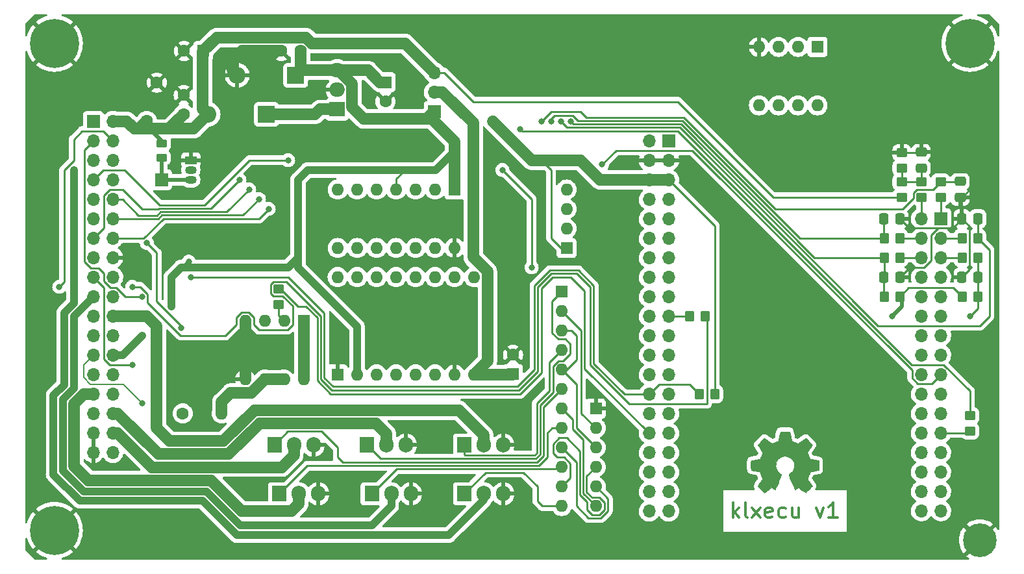
<source format=gtl>
G04 #@! TF.GenerationSoftware,KiCad,Pcbnew,(6.0.0)*
G04 #@! TF.CreationDate,2022-01-14T02:16:32-05:00*
G04 #@! TF.ProjectId,klxecu,6b6c7865-6375-42e6-9b69-6361645f7063,rev?*
G04 #@! TF.SameCoordinates,Original*
G04 #@! TF.FileFunction,Copper,L1,Top*
G04 #@! TF.FilePolarity,Positive*
%FSLAX46Y46*%
G04 Gerber Fmt 4.6, Leading zero omitted, Abs format (unit mm)*
G04 Created by KiCad (PCBNEW (6.0.0)) date 2022-01-14 02:16:32*
%MOMM*%
%LPD*%
G01*
G04 APERTURE LIST*
G04 Aperture macros list*
%AMRoundRect*
0 Rectangle with rounded corners*
0 $1 Rounding radius*
0 $2 $3 $4 $5 $6 $7 $8 $9 X,Y pos of 4 corners*
0 Add a 4 corners polygon primitive as box body*
4,1,4,$2,$3,$4,$5,$6,$7,$8,$9,$2,$3,0*
0 Add four circle primitives for the rounded corners*
1,1,$1+$1,$2,$3*
1,1,$1+$1,$4,$5*
1,1,$1+$1,$6,$7*
1,1,$1+$1,$8,$9*
0 Add four rect primitives between the rounded corners*
20,1,$1+$1,$2,$3,$4,$5,0*
20,1,$1+$1,$4,$5,$6,$7,0*
20,1,$1+$1,$6,$7,$8,$9,0*
20,1,$1+$1,$8,$9,$2,$3,0*%
G04 Aperture macros list end*
%ADD10C,0.300000*%
G04 #@! TA.AperFunction,NonConductor*
%ADD11C,0.300000*%
G04 #@! TD*
G04 #@! TA.AperFunction,EtchedComponent*
%ADD12C,0.010000*%
G04 #@! TD*
G04 #@! TA.AperFunction,ComponentPad*
%ADD13C,6.400000*%
G04 #@! TD*
G04 #@! TA.AperFunction,ComponentPad*
%ADD14C,4.400000*%
G04 #@! TD*
G04 #@! TA.AperFunction,SMDPad,CuDef*
%ADD15RoundRect,0.250000X0.350000X0.450000X-0.350000X0.450000X-0.350000X-0.450000X0.350000X-0.450000X0*%
G04 #@! TD*
G04 #@! TA.AperFunction,SMDPad,CuDef*
%ADD16RoundRect,0.250000X-0.450000X0.350000X-0.450000X-0.350000X0.450000X-0.350000X0.450000X0.350000X0*%
G04 #@! TD*
G04 #@! TA.AperFunction,SMDPad,CuDef*
%ADD17RoundRect,0.250000X-0.350000X-0.450000X0.350000X-0.450000X0.350000X0.450000X-0.350000X0.450000X0*%
G04 #@! TD*
G04 #@! TA.AperFunction,SMDPad,CuDef*
%ADD18RoundRect,0.250000X0.450000X-0.262500X0.450000X0.262500X-0.450000X0.262500X-0.450000X-0.262500X0*%
G04 #@! TD*
G04 #@! TA.AperFunction,ComponentPad*
%ADD19C,1.600000*%
G04 #@! TD*
G04 #@! TA.AperFunction,ComponentPad*
%ADD20O,1.600000X1.600000*%
G04 #@! TD*
G04 #@! TA.AperFunction,ComponentPad*
%ADD21R,1.600000X1.600000*%
G04 #@! TD*
G04 #@! TA.AperFunction,ComponentPad*
%ADD22R,2.000000X1.905000*%
G04 #@! TD*
G04 #@! TA.AperFunction,ComponentPad*
%ADD23O,2.000000X1.905000*%
G04 #@! TD*
G04 #@! TA.AperFunction,ComponentPad*
%ADD24R,1.905000X2.000000*%
G04 #@! TD*
G04 #@! TA.AperFunction,ComponentPad*
%ADD25O,1.905000X2.000000*%
G04 #@! TD*
G04 #@! TA.AperFunction,ComponentPad*
%ADD26O,1.500000X1.050000*%
G04 #@! TD*
G04 #@! TA.AperFunction,ComponentPad*
%ADD27R,1.500000X1.050000*%
G04 #@! TD*
G04 #@! TA.AperFunction,ComponentPad*
%ADD28R,1.700000X1.700000*%
G04 #@! TD*
G04 #@! TA.AperFunction,ComponentPad*
%ADD29O,1.700000X1.700000*%
G04 #@! TD*
G04 #@! TA.AperFunction,ComponentPad*
%ADD30R,2.200000X2.200000*%
G04 #@! TD*
G04 #@! TA.AperFunction,ComponentPad*
%ADD31O,2.200000X2.200000*%
G04 #@! TD*
G04 #@! TA.AperFunction,SMDPad,CuDef*
%ADD32RoundRect,0.250000X0.337500X0.475000X-0.337500X0.475000X-0.337500X-0.475000X0.337500X-0.475000X0*%
G04 #@! TD*
G04 #@! TA.AperFunction,SMDPad,CuDef*
%ADD33RoundRect,0.250000X-0.475000X0.337500X-0.475000X-0.337500X0.475000X-0.337500X0.475000X0.337500X0*%
G04 #@! TD*
G04 #@! TA.AperFunction,SMDPad,CuDef*
%ADD34RoundRect,0.250000X0.475000X-0.337500X0.475000X0.337500X-0.475000X0.337500X-0.475000X-0.337500X0*%
G04 #@! TD*
G04 #@! TA.AperFunction,SMDPad,CuDef*
%ADD35RoundRect,0.250000X-0.337500X-0.475000X0.337500X-0.475000X0.337500X0.475000X-0.337500X0.475000X0*%
G04 #@! TD*
G04 #@! TA.AperFunction,ViaPad*
%ADD36C,0.800000*%
G04 #@! TD*
G04 #@! TA.AperFunction,Conductor*
%ADD37C,0.250000*%
G04 #@! TD*
G04 #@! TA.AperFunction,Conductor*
%ADD38C,1.000000*%
G04 #@! TD*
G04 #@! TA.AperFunction,Conductor*
%ADD39C,0.500000*%
G04 #@! TD*
G04 #@! TA.AperFunction,Conductor*
%ADD40C,1.500000*%
G04 #@! TD*
G04 #@! TA.AperFunction,Conductor*
%ADD41C,0.200000*%
G04 #@! TD*
G04 APERTURE END LIST*
D10*
D11*
X111348095Y-89804761D02*
X111348095Y-87804761D01*
X111538571Y-89042857D02*
X112110000Y-89804761D01*
X112110000Y-88471428D02*
X111348095Y-89233333D01*
X113252857Y-89804761D02*
X113062380Y-89709523D01*
X112967142Y-89519047D01*
X112967142Y-87804761D01*
X113824285Y-89804761D02*
X114871904Y-88471428D01*
X113824285Y-88471428D02*
X114871904Y-89804761D01*
X116395714Y-89709523D02*
X116205238Y-89804761D01*
X115824285Y-89804761D01*
X115633809Y-89709523D01*
X115538571Y-89519047D01*
X115538571Y-88757142D01*
X115633809Y-88566666D01*
X115824285Y-88471428D01*
X116205238Y-88471428D01*
X116395714Y-88566666D01*
X116490952Y-88757142D01*
X116490952Y-88947619D01*
X115538571Y-89138095D01*
X118205238Y-89709523D02*
X118014761Y-89804761D01*
X117633809Y-89804761D01*
X117443333Y-89709523D01*
X117348095Y-89614285D01*
X117252857Y-89423809D01*
X117252857Y-88852380D01*
X117348095Y-88661904D01*
X117443333Y-88566666D01*
X117633809Y-88471428D01*
X118014761Y-88471428D01*
X118205238Y-88566666D01*
X119919523Y-88471428D02*
X119919523Y-89804761D01*
X119062380Y-88471428D02*
X119062380Y-89519047D01*
X119157619Y-89709523D01*
X119348095Y-89804761D01*
X119633809Y-89804761D01*
X119824285Y-89709523D01*
X119919523Y-89614285D01*
X122205238Y-88471428D02*
X122681428Y-89804761D01*
X123157619Y-88471428D01*
X124967142Y-89804761D02*
X123824285Y-89804761D01*
X124395714Y-89804761D02*
X124395714Y-87804761D01*
X124205238Y-88090476D01*
X124014761Y-88280952D01*
X123824285Y-88376190D01*
D12*
X118856536Y-79150427D02*
X118969118Y-79747618D01*
X118969118Y-79747618D02*
X119384531Y-79918865D01*
X119384531Y-79918865D02*
X119799945Y-80090112D01*
X119799945Y-80090112D02*
X120298302Y-79751233D01*
X120298302Y-79751233D02*
X120437869Y-79656877D01*
X120437869Y-79656877D02*
X120564029Y-79572630D01*
X120564029Y-79572630D02*
X120670896Y-79502338D01*
X120670896Y-79502338D02*
X120752583Y-79449847D01*
X120752583Y-79449847D02*
X120803202Y-79419004D01*
X120803202Y-79419004D02*
X120816987Y-79412353D01*
X120816987Y-79412353D02*
X120841821Y-79429458D01*
X120841821Y-79429458D02*
X120894889Y-79476744D01*
X120894889Y-79476744D02*
X120970241Y-79548172D01*
X120970241Y-79548172D02*
X121061930Y-79637700D01*
X121061930Y-79637700D02*
X121164008Y-79739289D01*
X121164008Y-79739289D02*
X121270527Y-79846898D01*
X121270527Y-79846898D02*
X121375537Y-79954487D01*
X121375537Y-79954487D02*
X121473092Y-80056015D01*
X121473092Y-80056015D02*
X121557243Y-80145441D01*
X121557243Y-80145441D02*
X121622041Y-80216726D01*
X121622041Y-80216726D02*
X121661538Y-80263828D01*
X121661538Y-80263828D02*
X121670981Y-80279592D01*
X121670981Y-80279592D02*
X121657392Y-80308653D01*
X121657392Y-80308653D02*
X121619294Y-80372321D01*
X121619294Y-80372321D02*
X121560694Y-80464367D01*
X121560694Y-80464367D02*
X121485598Y-80578564D01*
X121485598Y-80578564D02*
X121398009Y-80708684D01*
X121398009Y-80708684D02*
X121347255Y-80782901D01*
X121347255Y-80782901D02*
X121254746Y-80918422D01*
X121254746Y-80918422D02*
X121172541Y-81040716D01*
X121172541Y-81040716D02*
X121104631Y-81143695D01*
X121104631Y-81143695D02*
X121055001Y-81221273D01*
X121055001Y-81221273D02*
X121027641Y-81267361D01*
X121027641Y-81267361D02*
X121023530Y-81277047D01*
X121023530Y-81277047D02*
X121032850Y-81304574D01*
X121032850Y-81304574D02*
X121058255Y-81368728D01*
X121058255Y-81368728D02*
X121095912Y-81460490D01*
X121095912Y-81460490D02*
X121141987Y-81570839D01*
X121141987Y-81570839D02*
X121192647Y-81690755D01*
X121192647Y-81690755D02*
X121244060Y-81811219D01*
X121244060Y-81811219D02*
X121292390Y-81923209D01*
X121292390Y-81923209D02*
X121333807Y-82017707D01*
X121333807Y-82017707D02*
X121364475Y-82085692D01*
X121364475Y-82085692D02*
X121380562Y-82118143D01*
X121380562Y-82118143D02*
X121381512Y-82119420D01*
X121381512Y-82119420D02*
X121406773Y-82125617D01*
X121406773Y-82125617D02*
X121474046Y-82139440D01*
X121474046Y-82139440D02*
X121576361Y-82159532D01*
X121576361Y-82159532D02*
X121706742Y-82184534D01*
X121706742Y-82184534D02*
X121858217Y-82213086D01*
X121858217Y-82213086D02*
X121946594Y-82229551D01*
X121946594Y-82229551D02*
X122108453Y-82260369D01*
X122108453Y-82260369D02*
X122254650Y-82289694D01*
X122254650Y-82289694D02*
X122377788Y-82315921D01*
X122377788Y-82315921D02*
X122470470Y-82337446D01*
X122470470Y-82337446D02*
X122525302Y-82352665D01*
X122525302Y-82352665D02*
X122536324Y-82357493D01*
X122536324Y-82357493D02*
X122547119Y-82390174D01*
X122547119Y-82390174D02*
X122555830Y-82463985D01*
X122555830Y-82463985D02*
X122562461Y-82570292D01*
X122562461Y-82570292D02*
X122567019Y-82700467D01*
X122567019Y-82700467D02*
X122569510Y-82845876D01*
X122569510Y-82845876D02*
X122569939Y-82997890D01*
X122569939Y-82997890D02*
X122568312Y-83147877D01*
X122568312Y-83147877D02*
X122564636Y-83287206D01*
X122564636Y-83287206D02*
X122558916Y-83407245D01*
X122558916Y-83407245D02*
X122551158Y-83499365D01*
X122551158Y-83499365D02*
X122541369Y-83554932D01*
X122541369Y-83554932D02*
X122535497Y-83566500D01*
X122535497Y-83566500D02*
X122500400Y-83580365D01*
X122500400Y-83580365D02*
X122426029Y-83600188D01*
X122426029Y-83600188D02*
X122322224Y-83623639D01*
X122322224Y-83623639D02*
X122198820Y-83648391D01*
X122198820Y-83648391D02*
X122155742Y-83656398D01*
X122155742Y-83656398D02*
X121948048Y-83694441D01*
X121948048Y-83694441D02*
X121783985Y-83725079D01*
X121783985Y-83725079D02*
X121658131Y-83749529D01*
X121658131Y-83749529D02*
X121565066Y-83769009D01*
X121565066Y-83769009D02*
X121499368Y-83784736D01*
X121499368Y-83784736D02*
X121455618Y-83797928D01*
X121455618Y-83797928D02*
X121428393Y-83809804D01*
X121428393Y-83809804D02*
X121412273Y-83821580D01*
X121412273Y-83821580D02*
X121410018Y-83823908D01*
X121410018Y-83823908D02*
X121387504Y-83861400D01*
X121387504Y-83861400D02*
X121353159Y-83934365D01*
X121353159Y-83934365D02*
X121310412Y-84033867D01*
X121310412Y-84033867D02*
X121262693Y-84150973D01*
X121262693Y-84150973D02*
X121213431Y-84276748D01*
X121213431Y-84276748D02*
X121166056Y-84402257D01*
X121166056Y-84402257D02*
X121123996Y-84518565D01*
X121123996Y-84518565D02*
X121090681Y-84616739D01*
X121090681Y-84616739D02*
X121069542Y-84687843D01*
X121069542Y-84687843D02*
X121064006Y-84722942D01*
X121064006Y-84722942D02*
X121064467Y-84724172D01*
X121064467Y-84724172D02*
X121083224Y-84752861D01*
X121083224Y-84752861D02*
X121125777Y-84815985D01*
X121125777Y-84815985D02*
X121187654Y-84906973D01*
X121187654Y-84906973D02*
X121264383Y-85019255D01*
X121264383Y-85019255D02*
X121351492Y-85146260D01*
X121351492Y-85146260D02*
X121376299Y-85182353D01*
X121376299Y-85182353D02*
X121464753Y-85313203D01*
X121464753Y-85313203D02*
X121542589Y-85432591D01*
X121542589Y-85432591D02*
X121605567Y-85533662D01*
X121605567Y-85533662D02*
X121649446Y-85609559D01*
X121649446Y-85609559D02*
X121669986Y-85653427D01*
X121669986Y-85653427D02*
X121670981Y-85658817D01*
X121670981Y-85658817D02*
X121653723Y-85687144D01*
X121653723Y-85687144D02*
X121606036Y-85743261D01*
X121606036Y-85743261D02*
X121534051Y-85821137D01*
X121534051Y-85821137D02*
X121443898Y-85914740D01*
X121443898Y-85914740D02*
X121341706Y-86018041D01*
X121341706Y-86018041D02*
X121233606Y-86125006D01*
X121233606Y-86125006D02*
X121125729Y-86229606D01*
X121125729Y-86229606D02*
X121024205Y-86325809D01*
X121024205Y-86325809D02*
X120935163Y-86407584D01*
X120935163Y-86407584D02*
X120864734Y-86468900D01*
X120864734Y-86468900D02*
X120819048Y-86503726D01*
X120819048Y-86503726D02*
X120806410Y-86509412D01*
X120806410Y-86509412D02*
X120776992Y-86496020D01*
X120776992Y-86496020D02*
X120716762Y-86459899D01*
X120716762Y-86459899D02*
X120635530Y-86407136D01*
X120635530Y-86407136D02*
X120573031Y-86364667D01*
X120573031Y-86364667D02*
X120459786Y-86286740D01*
X120459786Y-86286740D02*
X120325675Y-86194984D01*
X120325675Y-86194984D02*
X120191156Y-86103375D01*
X120191156Y-86103375D02*
X120118834Y-86054346D01*
X120118834Y-86054346D02*
X119874039Y-85888770D01*
X119874039Y-85888770D02*
X119668551Y-85999875D01*
X119668551Y-85999875D02*
X119574937Y-86048548D01*
X119574937Y-86048548D02*
X119495331Y-86086381D01*
X119495331Y-86086381D02*
X119441468Y-86107958D01*
X119441468Y-86107958D02*
X119427758Y-86110961D01*
X119427758Y-86110961D02*
X119411271Y-86088793D01*
X119411271Y-86088793D02*
X119378746Y-86026149D01*
X119378746Y-86026149D02*
X119332609Y-85928809D01*
X119332609Y-85928809D02*
X119275291Y-85802549D01*
X119275291Y-85802549D02*
X119209217Y-85653150D01*
X119209217Y-85653150D02*
X119136816Y-85486388D01*
X119136816Y-85486388D02*
X119060517Y-85308042D01*
X119060517Y-85308042D02*
X118982747Y-85123891D01*
X118982747Y-85123891D02*
X118905935Y-84939712D01*
X118905935Y-84939712D02*
X118832507Y-84761285D01*
X118832507Y-84761285D02*
X118764893Y-84594387D01*
X118764893Y-84594387D02*
X118705521Y-84444797D01*
X118705521Y-84444797D02*
X118656817Y-84318293D01*
X118656817Y-84318293D02*
X118621211Y-84220654D01*
X118621211Y-84220654D02*
X118601131Y-84157657D01*
X118601131Y-84157657D02*
X118597901Y-84136021D01*
X118597901Y-84136021D02*
X118623497Y-84108424D01*
X118623497Y-84108424D02*
X118679539Y-84063625D01*
X118679539Y-84063625D02*
X118754312Y-84010934D01*
X118754312Y-84010934D02*
X118760588Y-84006765D01*
X118760588Y-84006765D02*
X118953846Y-83852069D01*
X118953846Y-83852069D02*
X119109675Y-83671591D01*
X119109675Y-83671591D02*
X119226725Y-83471102D01*
X119226725Y-83471102D02*
X119303646Y-83256374D01*
X119303646Y-83256374D02*
X119339087Y-83033177D01*
X119339087Y-83033177D02*
X119331698Y-82807281D01*
X119331698Y-82807281D02*
X119280128Y-82584459D01*
X119280128Y-82584459D02*
X119183027Y-82370479D01*
X119183027Y-82370479D02*
X119154459Y-82323664D01*
X119154459Y-82323664D02*
X119005869Y-82134618D01*
X119005869Y-82134618D02*
X118830328Y-81982812D01*
X118830328Y-81982812D02*
X118633911Y-81869034D01*
X118633911Y-81869034D02*
X118422694Y-81794075D01*
X118422694Y-81794075D02*
X118202754Y-81758722D01*
X118202754Y-81758722D02*
X117980164Y-81763767D01*
X117980164Y-81763767D02*
X117761002Y-81809999D01*
X117761002Y-81809999D02*
X117551343Y-81898206D01*
X117551343Y-81898206D02*
X117357262Y-82029179D01*
X117357262Y-82029179D02*
X117297227Y-82082337D01*
X117297227Y-82082337D02*
X117144436Y-82248739D01*
X117144436Y-82248739D02*
X117033098Y-82423912D01*
X117033098Y-82423912D02*
X116956724Y-82620266D01*
X116956724Y-82620266D02*
X116914188Y-82814717D01*
X116914188Y-82814717D02*
X116903687Y-83033342D01*
X116903687Y-83033342D02*
X116938701Y-83253052D01*
X116938701Y-83253052D02*
X117015674Y-83466420D01*
X117015674Y-83466420D02*
X117131048Y-83666022D01*
X117131048Y-83666022D02*
X117281266Y-83844429D01*
X117281266Y-83844429D02*
X117462774Y-83994217D01*
X117462774Y-83994217D02*
X117486628Y-84010006D01*
X117486628Y-84010006D02*
X117562202Y-84061712D01*
X117562202Y-84061712D02*
X117619652Y-84106512D01*
X117619652Y-84106512D02*
X117647118Y-84135117D01*
X117647118Y-84135117D02*
X117647518Y-84136021D01*
X117647518Y-84136021D02*
X117641621Y-84166964D01*
X117641621Y-84166964D02*
X117618246Y-84237191D01*
X117618246Y-84237191D02*
X117579822Y-84340925D01*
X117579822Y-84340925D02*
X117528778Y-84472390D01*
X117528778Y-84472390D02*
X117467543Y-84625807D01*
X117467543Y-84625807D02*
X117398545Y-84795401D01*
X117398545Y-84795401D02*
X117324214Y-84975393D01*
X117324214Y-84975393D02*
X117246979Y-85160008D01*
X117246979Y-85160008D02*
X117169269Y-85343468D01*
X117169269Y-85343468D02*
X117093512Y-85519996D01*
X117093512Y-85519996D02*
X117022138Y-85683814D01*
X117022138Y-85683814D02*
X116957575Y-85829147D01*
X116957575Y-85829147D02*
X116902253Y-85950217D01*
X116902253Y-85950217D02*
X116858601Y-86041247D01*
X116858601Y-86041247D02*
X116829047Y-86096460D01*
X116829047Y-86096460D02*
X116817145Y-86110961D01*
X116817145Y-86110961D02*
X116780778Y-86099669D01*
X116780778Y-86099669D02*
X116712731Y-86069385D01*
X116712731Y-86069385D02*
X116624737Y-86025520D01*
X116624737Y-86025520D02*
X116576351Y-85999875D01*
X116576351Y-85999875D02*
X116370864Y-85888770D01*
X116370864Y-85888770D02*
X116126069Y-86054346D01*
X116126069Y-86054346D02*
X116001107Y-86139170D01*
X116001107Y-86139170D02*
X115864296Y-86232516D01*
X115864296Y-86232516D02*
X115736089Y-86320408D01*
X115736089Y-86320408D02*
X115671872Y-86364667D01*
X115671872Y-86364667D02*
X115581552Y-86425318D01*
X115581552Y-86425318D02*
X115505072Y-86473381D01*
X115505072Y-86473381D02*
X115452408Y-86502770D01*
X115452408Y-86502770D02*
X115435303Y-86508982D01*
X115435303Y-86508982D02*
X115410406Y-86492223D01*
X115410406Y-86492223D02*
X115355306Y-86445436D01*
X115355306Y-86445436D02*
X115275344Y-86373480D01*
X115275344Y-86373480D02*
X115175861Y-86281212D01*
X115175861Y-86281212D02*
X115062201Y-86173490D01*
X115062201Y-86173490D02*
X114990316Y-86104326D01*
X114990316Y-86104326D02*
X114864552Y-85980757D01*
X114864552Y-85980757D02*
X114755864Y-85870234D01*
X114755864Y-85870234D02*
X114668646Y-85777485D01*
X114668646Y-85777485D02*
X114607290Y-85707237D01*
X114607290Y-85707237D02*
X114576192Y-85664220D01*
X114576192Y-85664220D02*
X114573209Y-85655490D01*
X114573209Y-85655490D02*
X114587054Y-85622284D01*
X114587054Y-85622284D02*
X114625313Y-85555142D01*
X114625313Y-85555142D02*
X114683742Y-85460863D01*
X114683742Y-85460863D02*
X114758098Y-85346245D01*
X114758098Y-85346245D02*
X114844136Y-85218083D01*
X114844136Y-85218083D02*
X114868603Y-85182353D01*
X114868603Y-85182353D02*
X114957755Y-85052489D01*
X114957755Y-85052489D02*
X115037739Y-84935569D01*
X115037739Y-84935569D02*
X115104081Y-84838162D01*
X115104081Y-84838162D02*
X115152312Y-84766839D01*
X115152312Y-84766839D02*
X115177958Y-84728170D01*
X115177958Y-84728170D02*
X115180436Y-84724172D01*
X115180436Y-84724172D02*
X115176730Y-84693355D01*
X115176730Y-84693355D02*
X115157062Y-84625599D01*
X115157062Y-84625599D02*
X115124861Y-84529839D01*
X115124861Y-84529839D02*
X115083556Y-84415009D01*
X115083556Y-84415009D02*
X115036576Y-84290044D01*
X115036576Y-84290044D02*
X114987350Y-84163879D01*
X114987350Y-84163879D02*
X114939309Y-84045448D01*
X114939309Y-84045448D02*
X114895882Y-83943685D01*
X114895882Y-83943685D02*
X114860497Y-83867526D01*
X114860497Y-83867526D02*
X114836585Y-83825904D01*
X114836585Y-83825904D02*
X114834885Y-83823908D01*
X114834885Y-83823908D02*
X114820263Y-83812013D01*
X114820263Y-83812013D02*
X114795566Y-83800250D01*
X114795566Y-83800250D02*
X114755373Y-83787401D01*
X114755373Y-83787401D02*
X114694264Y-83772249D01*
X114694264Y-83772249D02*
X114606818Y-83753576D01*
X114606818Y-83753576D02*
X114487613Y-83730165D01*
X114487613Y-83730165D02*
X114331228Y-83700797D01*
X114331228Y-83700797D02*
X114132244Y-83664255D01*
X114132244Y-83664255D02*
X114089161Y-83656398D01*
X114089161Y-83656398D02*
X113961471Y-83631727D01*
X113961471Y-83631727D02*
X113850154Y-83607593D01*
X113850154Y-83607593D02*
X113765046Y-83586324D01*
X113765046Y-83586324D02*
X113715984Y-83570248D01*
X113715984Y-83570248D02*
X113709406Y-83566500D01*
X113709406Y-83566500D02*
X113698565Y-83533273D01*
X113698565Y-83533273D02*
X113689754Y-83459021D01*
X113689754Y-83459021D02*
X113682977Y-83352376D01*
X113682977Y-83352376D02*
X113678241Y-83221967D01*
X113678241Y-83221967D02*
X113675551Y-83076427D01*
X113675551Y-83076427D02*
X113674914Y-82924386D01*
X113674914Y-82924386D02*
X113676335Y-82774476D01*
X113676335Y-82774476D02*
X113679821Y-82635328D01*
X113679821Y-82635328D02*
X113685377Y-82515572D01*
X113685377Y-82515572D02*
X113693009Y-82423841D01*
X113693009Y-82423841D02*
X113702723Y-82368766D01*
X113702723Y-82368766D02*
X113708579Y-82357493D01*
X113708579Y-82357493D02*
X113741181Y-82346123D01*
X113741181Y-82346123D02*
X113815419Y-82327624D01*
X113815419Y-82327624D02*
X113923897Y-82303602D01*
X113923897Y-82303602D02*
X114059218Y-82275662D01*
X114059218Y-82275662D02*
X114213986Y-82245408D01*
X114213986Y-82245408D02*
X114298308Y-82229551D01*
X114298308Y-82229551D02*
X114458297Y-82199644D01*
X114458297Y-82199644D02*
X114600968Y-82172550D01*
X114600968Y-82172550D02*
X114719349Y-82149631D01*
X114719349Y-82149631D02*
X114806466Y-82132243D01*
X114806466Y-82132243D02*
X114855346Y-82121747D01*
X114855346Y-82121747D02*
X114863391Y-82119420D01*
X114863391Y-82119420D02*
X114876988Y-82093186D01*
X114876988Y-82093186D02*
X114905730Y-82029995D01*
X114905730Y-82029995D02*
X114945786Y-81938877D01*
X114945786Y-81938877D02*
X114993325Y-81828857D01*
X114993325Y-81828857D02*
X115044516Y-81708965D01*
X115044516Y-81708965D02*
X115095527Y-81588227D01*
X115095527Y-81588227D02*
X115142527Y-81475671D01*
X115142527Y-81475671D02*
X115181685Y-81380326D01*
X115181685Y-81380326D02*
X115209170Y-81311217D01*
X115209170Y-81311217D02*
X115221150Y-81277374D01*
X115221150Y-81277374D02*
X115221373Y-81275895D01*
X115221373Y-81275895D02*
X115207792Y-81249197D01*
X115207792Y-81249197D02*
X115169716Y-81187760D01*
X115169716Y-81187760D02*
X115111148Y-81097689D01*
X115111148Y-81097689D02*
X115036089Y-80985090D01*
X115036089Y-80985090D02*
X114948541Y-80856070D01*
X114948541Y-80856070D02*
X114897648Y-80781961D01*
X114897648Y-80781961D02*
X114804910Y-80646077D01*
X114804910Y-80646077D02*
X114722542Y-80522709D01*
X114722542Y-80522709D02*
X114654562Y-80418097D01*
X114654562Y-80418097D02*
X114604989Y-80338483D01*
X114604989Y-80338483D02*
X114577843Y-80290107D01*
X114577843Y-80290107D02*
X114573922Y-80279262D01*
X114573922Y-80279262D02*
X114590776Y-80254020D01*
X114590776Y-80254020D02*
X114637369Y-80200124D01*
X114637369Y-80200124D02*
X114707749Y-80123613D01*
X114707749Y-80123613D02*
X114795966Y-80030523D01*
X114795966Y-80030523D02*
X114896066Y-79926895D01*
X114896066Y-79926895D02*
X115002099Y-79818764D01*
X115002099Y-79818764D02*
X115108112Y-79712170D01*
X115108112Y-79712170D02*
X115208153Y-79613150D01*
X115208153Y-79613150D02*
X115296271Y-79527742D01*
X115296271Y-79527742D02*
X115366514Y-79461985D01*
X115366514Y-79461985D02*
X115412929Y-79421916D01*
X115412929Y-79421916D02*
X115428457Y-79412353D01*
X115428457Y-79412353D02*
X115453740Y-79425800D01*
X115453740Y-79425800D02*
X115514212Y-79463575D01*
X115514212Y-79463575D02*
X115603993Y-79521835D01*
X115603993Y-79521835D02*
X115717204Y-79596734D01*
X115717204Y-79596734D02*
X115847964Y-79684425D01*
X115847964Y-79684425D02*
X115946600Y-79751233D01*
X115946600Y-79751233D02*
X116444958Y-80090112D01*
X116444958Y-80090112D02*
X116860371Y-79918865D01*
X116860371Y-79918865D02*
X117275785Y-79747618D01*
X117275785Y-79747618D02*
X117388367Y-79150427D01*
X117388367Y-79150427D02*
X117500950Y-78553235D01*
X117500950Y-78553235D02*
X118743953Y-78553235D01*
X118743953Y-78553235D02*
X118856536Y-79150427D01*
X118856536Y-79150427D02*
X118856536Y-79150427D01*
G36*
X118856536Y-79150427D02*
G01*
X118969118Y-79747618D01*
X119384531Y-79918865D01*
X119799945Y-80090112D01*
X120298302Y-79751233D01*
X120437869Y-79656877D01*
X120564029Y-79572630D01*
X120670896Y-79502338D01*
X120752583Y-79449847D01*
X120803202Y-79419004D01*
X120816987Y-79412353D01*
X120841821Y-79429458D01*
X120894889Y-79476744D01*
X120970241Y-79548172D01*
X121061930Y-79637700D01*
X121164008Y-79739289D01*
X121270527Y-79846898D01*
X121375537Y-79954487D01*
X121473092Y-80056015D01*
X121557243Y-80145441D01*
X121622041Y-80216726D01*
X121661538Y-80263828D01*
X121670981Y-80279592D01*
X121657392Y-80308653D01*
X121619294Y-80372321D01*
X121560694Y-80464367D01*
X121485598Y-80578564D01*
X121398009Y-80708684D01*
X121347255Y-80782901D01*
X121254746Y-80918422D01*
X121172541Y-81040716D01*
X121104631Y-81143695D01*
X121055001Y-81221273D01*
X121027641Y-81267361D01*
X121023530Y-81277047D01*
X121032850Y-81304574D01*
X121058255Y-81368728D01*
X121095912Y-81460490D01*
X121141987Y-81570839D01*
X121192647Y-81690755D01*
X121244060Y-81811219D01*
X121292390Y-81923209D01*
X121333807Y-82017707D01*
X121364475Y-82085692D01*
X121380562Y-82118143D01*
X121381512Y-82119420D01*
X121406773Y-82125617D01*
X121474046Y-82139440D01*
X121576361Y-82159532D01*
X121706742Y-82184534D01*
X121858217Y-82213086D01*
X121946594Y-82229551D01*
X122108453Y-82260369D01*
X122254650Y-82289694D01*
X122377788Y-82315921D01*
X122470470Y-82337446D01*
X122525302Y-82352665D01*
X122536324Y-82357493D01*
X122547119Y-82390174D01*
X122555830Y-82463985D01*
X122562461Y-82570292D01*
X122567019Y-82700467D01*
X122569510Y-82845876D01*
X122569939Y-82997890D01*
X122568312Y-83147877D01*
X122564636Y-83287206D01*
X122558916Y-83407245D01*
X122551158Y-83499365D01*
X122541369Y-83554932D01*
X122535497Y-83566500D01*
X122500400Y-83580365D01*
X122426029Y-83600188D01*
X122322224Y-83623639D01*
X122198820Y-83648391D01*
X122155742Y-83656398D01*
X121948048Y-83694441D01*
X121783985Y-83725079D01*
X121658131Y-83749529D01*
X121565066Y-83769009D01*
X121499368Y-83784736D01*
X121455618Y-83797928D01*
X121428393Y-83809804D01*
X121412273Y-83821580D01*
X121410018Y-83823908D01*
X121387504Y-83861400D01*
X121353159Y-83934365D01*
X121310412Y-84033867D01*
X121262693Y-84150973D01*
X121213431Y-84276748D01*
X121166056Y-84402257D01*
X121123996Y-84518565D01*
X121090681Y-84616739D01*
X121069542Y-84687843D01*
X121064006Y-84722942D01*
X121064467Y-84724172D01*
X121083224Y-84752861D01*
X121125777Y-84815985D01*
X121187654Y-84906973D01*
X121264383Y-85019255D01*
X121351492Y-85146260D01*
X121376299Y-85182353D01*
X121464753Y-85313203D01*
X121542589Y-85432591D01*
X121605567Y-85533662D01*
X121649446Y-85609559D01*
X121669986Y-85653427D01*
X121670981Y-85658817D01*
X121653723Y-85687144D01*
X121606036Y-85743261D01*
X121534051Y-85821137D01*
X121443898Y-85914740D01*
X121341706Y-86018041D01*
X121233606Y-86125006D01*
X121125729Y-86229606D01*
X121024205Y-86325809D01*
X120935163Y-86407584D01*
X120864734Y-86468900D01*
X120819048Y-86503726D01*
X120806410Y-86509412D01*
X120776992Y-86496020D01*
X120716762Y-86459899D01*
X120635530Y-86407136D01*
X120573031Y-86364667D01*
X120459786Y-86286740D01*
X120325675Y-86194984D01*
X120191156Y-86103375D01*
X120118834Y-86054346D01*
X119874039Y-85888770D01*
X119668551Y-85999875D01*
X119574937Y-86048548D01*
X119495331Y-86086381D01*
X119441468Y-86107958D01*
X119427758Y-86110961D01*
X119411271Y-86088793D01*
X119378746Y-86026149D01*
X119332609Y-85928809D01*
X119275291Y-85802549D01*
X119209217Y-85653150D01*
X119136816Y-85486388D01*
X119060517Y-85308042D01*
X118982747Y-85123891D01*
X118905935Y-84939712D01*
X118832507Y-84761285D01*
X118764893Y-84594387D01*
X118705521Y-84444797D01*
X118656817Y-84318293D01*
X118621211Y-84220654D01*
X118601131Y-84157657D01*
X118597901Y-84136021D01*
X118623497Y-84108424D01*
X118679539Y-84063625D01*
X118754312Y-84010934D01*
X118760588Y-84006765D01*
X118953846Y-83852069D01*
X119109675Y-83671591D01*
X119226725Y-83471102D01*
X119303646Y-83256374D01*
X119339087Y-83033177D01*
X119331698Y-82807281D01*
X119280128Y-82584459D01*
X119183027Y-82370479D01*
X119154459Y-82323664D01*
X119005869Y-82134618D01*
X118830328Y-81982812D01*
X118633911Y-81869034D01*
X118422694Y-81794075D01*
X118202754Y-81758722D01*
X117980164Y-81763767D01*
X117761002Y-81809999D01*
X117551343Y-81898206D01*
X117357262Y-82029179D01*
X117297227Y-82082337D01*
X117144436Y-82248739D01*
X117033098Y-82423912D01*
X116956724Y-82620266D01*
X116914188Y-82814717D01*
X116903687Y-83033342D01*
X116938701Y-83253052D01*
X117015674Y-83466420D01*
X117131048Y-83666022D01*
X117281266Y-83844429D01*
X117462774Y-83994217D01*
X117486628Y-84010006D01*
X117562202Y-84061712D01*
X117619652Y-84106512D01*
X117647118Y-84135117D01*
X117647518Y-84136021D01*
X117641621Y-84166964D01*
X117618246Y-84237191D01*
X117579822Y-84340925D01*
X117528778Y-84472390D01*
X117467543Y-84625807D01*
X117398545Y-84795401D01*
X117324214Y-84975393D01*
X117246979Y-85160008D01*
X117169269Y-85343468D01*
X117093512Y-85519996D01*
X117022138Y-85683814D01*
X116957575Y-85829147D01*
X116902253Y-85950217D01*
X116858601Y-86041247D01*
X116829047Y-86096460D01*
X116817145Y-86110961D01*
X116780778Y-86099669D01*
X116712731Y-86069385D01*
X116624737Y-86025520D01*
X116576351Y-85999875D01*
X116370864Y-85888770D01*
X116126069Y-86054346D01*
X116001107Y-86139170D01*
X115864296Y-86232516D01*
X115736089Y-86320408D01*
X115671872Y-86364667D01*
X115581552Y-86425318D01*
X115505072Y-86473381D01*
X115452408Y-86502770D01*
X115435303Y-86508982D01*
X115410406Y-86492223D01*
X115355306Y-86445436D01*
X115275344Y-86373480D01*
X115175861Y-86281212D01*
X115062201Y-86173490D01*
X114990316Y-86104326D01*
X114864552Y-85980757D01*
X114755864Y-85870234D01*
X114668646Y-85777485D01*
X114607290Y-85707237D01*
X114576192Y-85664220D01*
X114573209Y-85655490D01*
X114587054Y-85622284D01*
X114625313Y-85555142D01*
X114683742Y-85460863D01*
X114758098Y-85346245D01*
X114844136Y-85218083D01*
X114868603Y-85182353D01*
X114957755Y-85052489D01*
X115037739Y-84935569D01*
X115104081Y-84838162D01*
X115152312Y-84766839D01*
X115177958Y-84728170D01*
X115180436Y-84724172D01*
X115176730Y-84693355D01*
X115157062Y-84625599D01*
X115124861Y-84529839D01*
X115083556Y-84415009D01*
X115036576Y-84290044D01*
X114987350Y-84163879D01*
X114939309Y-84045448D01*
X114895882Y-83943685D01*
X114860497Y-83867526D01*
X114836585Y-83825904D01*
X114834885Y-83823908D01*
X114820263Y-83812013D01*
X114795566Y-83800250D01*
X114755373Y-83787401D01*
X114694264Y-83772249D01*
X114606818Y-83753576D01*
X114487613Y-83730165D01*
X114331228Y-83700797D01*
X114132244Y-83664255D01*
X114089161Y-83656398D01*
X113961471Y-83631727D01*
X113850154Y-83607593D01*
X113765046Y-83586324D01*
X113715984Y-83570248D01*
X113709406Y-83566500D01*
X113698565Y-83533273D01*
X113689754Y-83459021D01*
X113682977Y-83352376D01*
X113678241Y-83221967D01*
X113675551Y-83076427D01*
X113674914Y-82924386D01*
X113676335Y-82774476D01*
X113679821Y-82635328D01*
X113685377Y-82515572D01*
X113693009Y-82423841D01*
X113702723Y-82368766D01*
X113708579Y-82357493D01*
X113741181Y-82346123D01*
X113815419Y-82327624D01*
X113923897Y-82303602D01*
X114059218Y-82275662D01*
X114213986Y-82245408D01*
X114298308Y-82229551D01*
X114458297Y-82199644D01*
X114600968Y-82172550D01*
X114719349Y-82149631D01*
X114806466Y-82132243D01*
X114855346Y-82121747D01*
X114863391Y-82119420D01*
X114876988Y-82093186D01*
X114905730Y-82029995D01*
X114945786Y-81938877D01*
X114993325Y-81828857D01*
X115044516Y-81708965D01*
X115095527Y-81588227D01*
X115142527Y-81475671D01*
X115181685Y-81380326D01*
X115209170Y-81311217D01*
X115221150Y-81277374D01*
X115221373Y-81275895D01*
X115207792Y-81249197D01*
X115169716Y-81187760D01*
X115111148Y-81097689D01*
X115036089Y-80985090D01*
X114948541Y-80856070D01*
X114897648Y-80781961D01*
X114804910Y-80646077D01*
X114722542Y-80522709D01*
X114654562Y-80418097D01*
X114604989Y-80338483D01*
X114577843Y-80290107D01*
X114573922Y-80279262D01*
X114590776Y-80254020D01*
X114637369Y-80200124D01*
X114707749Y-80123613D01*
X114795966Y-80030523D01*
X114896066Y-79926895D01*
X115002099Y-79818764D01*
X115108112Y-79712170D01*
X115208153Y-79613150D01*
X115296271Y-79527742D01*
X115366514Y-79461985D01*
X115412929Y-79421916D01*
X115428457Y-79412353D01*
X115453740Y-79425800D01*
X115514212Y-79463575D01*
X115603993Y-79521835D01*
X115717204Y-79596734D01*
X115847964Y-79684425D01*
X115946600Y-79751233D01*
X116444958Y-80090112D01*
X116860371Y-79918865D01*
X117275785Y-79747618D01*
X117388367Y-79150427D01*
X117500950Y-78553235D01*
X118743953Y-78553235D01*
X118856536Y-79150427D01*
G37*
X118856536Y-79150427D02*
X118969118Y-79747618D01*
X119384531Y-79918865D01*
X119799945Y-80090112D01*
X120298302Y-79751233D01*
X120437869Y-79656877D01*
X120564029Y-79572630D01*
X120670896Y-79502338D01*
X120752583Y-79449847D01*
X120803202Y-79419004D01*
X120816987Y-79412353D01*
X120841821Y-79429458D01*
X120894889Y-79476744D01*
X120970241Y-79548172D01*
X121061930Y-79637700D01*
X121164008Y-79739289D01*
X121270527Y-79846898D01*
X121375537Y-79954487D01*
X121473092Y-80056015D01*
X121557243Y-80145441D01*
X121622041Y-80216726D01*
X121661538Y-80263828D01*
X121670981Y-80279592D01*
X121657392Y-80308653D01*
X121619294Y-80372321D01*
X121560694Y-80464367D01*
X121485598Y-80578564D01*
X121398009Y-80708684D01*
X121347255Y-80782901D01*
X121254746Y-80918422D01*
X121172541Y-81040716D01*
X121104631Y-81143695D01*
X121055001Y-81221273D01*
X121027641Y-81267361D01*
X121023530Y-81277047D01*
X121032850Y-81304574D01*
X121058255Y-81368728D01*
X121095912Y-81460490D01*
X121141987Y-81570839D01*
X121192647Y-81690755D01*
X121244060Y-81811219D01*
X121292390Y-81923209D01*
X121333807Y-82017707D01*
X121364475Y-82085692D01*
X121380562Y-82118143D01*
X121381512Y-82119420D01*
X121406773Y-82125617D01*
X121474046Y-82139440D01*
X121576361Y-82159532D01*
X121706742Y-82184534D01*
X121858217Y-82213086D01*
X121946594Y-82229551D01*
X122108453Y-82260369D01*
X122254650Y-82289694D01*
X122377788Y-82315921D01*
X122470470Y-82337446D01*
X122525302Y-82352665D01*
X122536324Y-82357493D01*
X122547119Y-82390174D01*
X122555830Y-82463985D01*
X122562461Y-82570292D01*
X122567019Y-82700467D01*
X122569510Y-82845876D01*
X122569939Y-82997890D01*
X122568312Y-83147877D01*
X122564636Y-83287206D01*
X122558916Y-83407245D01*
X122551158Y-83499365D01*
X122541369Y-83554932D01*
X122535497Y-83566500D01*
X122500400Y-83580365D01*
X122426029Y-83600188D01*
X122322224Y-83623639D01*
X122198820Y-83648391D01*
X122155742Y-83656398D01*
X121948048Y-83694441D01*
X121783985Y-83725079D01*
X121658131Y-83749529D01*
X121565066Y-83769009D01*
X121499368Y-83784736D01*
X121455618Y-83797928D01*
X121428393Y-83809804D01*
X121412273Y-83821580D01*
X121410018Y-83823908D01*
X121387504Y-83861400D01*
X121353159Y-83934365D01*
X121310412Y-84033867D01*
X121262693Y-84150973D01*
X121213431Y-84276748D01*
X121166056Y-84402257D01*
X121123996Y-84518565D01*
X121090681Y-84616739D01*
X121069542Y-84687843D01*
X121064006Y-84722942D01*
X121064467Y-84724172D01*
X121083224Y-84752861D01*
X121125777Y-84815985D01*
X121187654Y-84906973D01*
X121264383Y-85019255D01*
X121351492Y-85146260D01*
X121376299Y-85182353D01*
X121464753Y-85313203D01*
X121542589Y-85432591D01*
X121605567Y-85533662D01*
X121649446Y-85609559D01*
X121669986Y-85653427D01*
X121670981Y-85658817D01*
X121653723Y-85687144D01*
X121606036Y-85743261D01*
X121534051Y-85821137D01*
X121443898Y-85914740D01*
X121341706Y-86018041D01*
X121233606Y-86125006D01*
X121125729Y-86229606D01*
X121024205Y-86325809D01*
X120935163Y-86407584D01*
X120864734Y-86468900D01*
X120819048Y-86503726D01*
X120806410Y-86509412D01*
X120776992Y-86496020D01*
X120716762Y-86459899D01*
X120635530Y-86407136D01*
X120573031Y-86364667D01*
X120459786Y-86286740D01*
X120325675Y-86194984D01*
X120191156Y-86103375D01*
X120118834Y-86054346D01*
X119874039Y-85888770D01*
X119668551Y-85999875D01*
X119574937Y-86048548D01*
X119495331Y-86086381D01*
X119441468Y-86107958D01*
X119427758Y-86110961D01*
X119411271Y-86088793D01*
X119378746Y-86026149D01*
X119332609Y-85928809D01*
X119275291Y-85802549D01*
X119209217Y-85653150D01*
X119136816Y-85486388D01*
X119060517Y-85308042D01*
X118982747Y-85123891D01*
X118905935Y-84939712D01*
X118832507Y-84761285D01*
X118764893Y-84594387D01*
X118705521Y-84444797D01*
X118656817Y-84318293D01*
X118621211Y-84220654D01*
X118601131Y-84157657D01*
X118597901Y-84136021D01*
X118623497Y-84108424D01*
X118679539Y-84063625D01*
X118754312Y-84010934D01*
X118760588Y-84006765D01*
X118953846Y-83852069D01*
X119109675Y-83671591D01*
X119226725Y-83471102D01*
X119303646Y-83256374D01*
X119339087Y-83033177D01*
X119331698Y-82807281D01*
X119280128Y-82584459D01*
X119183027Y-82370479D01*
X119154459Y-82323664D01*
X119005869Y-82134618D01*
X118830328Y-81982812D01*
X118633911Y-81869034D01*
X118422694Y-81794075D01*
X118202754Y-81758722D01*
X117980164Y-81763767D01*
X117761002Y-81809999D01*
X117551343Y-81898206D01*
X117357262Y-82029179D01*
X117297227Y-82082337D01*
X117144436Y-82248739D01*
X117033098Y-82423912D01*
X116956724Y-82620266D01*
X116914188Y-82814717D01*
X116903687Y-83033342D01*
X116938701Y-83253052D01*
X117015674Y-83466420D01*
X117131048Y-83666022D01*
X117281266Y-83844429D01*
X117462774Y-83994217D01*
X117486628Y-84010006D01*
X117562202Y-84061712D01*
X117619652Y-84106512D01*
X117647118Y-84135117D01*
X117647518Y-84136021D01*
X117641621Y-84166964D01*
X117618246Y-84237191D01*
X117579822Y-84340925D01*
X117528778Y-84472390D01*
X117467543Y-84625807D01*
X117398545Y-84795401D01*
X117324214Y-84975393D01*
X117246979Y-85160008D01*
X117169269Y-85343468D01*
X117093512Y-85519996D01*
X117022138Y-85683814D01*
X116957575Y-85829147D01*
X116902253Y-85950217D01*
X116858601Y-86041247D01*
X116829047Y-86096460D01*
X116817145Y-86110961D01*
X116780778Y-86099669D01*
X116712731Y-86069385D01*
X116624737Y-86025520D01*
X116576351Y-85999875D01*
X116370864Y-85888770D01*
X116126069Y-86054346D01*
X116001107Y-86139170D01*
X115864296Y-86232516D01*
X115736089Y-86320408D01*
X115671872Y-86364667D01*
X115581552Y-86425318D01*
X115505072Y-86473381D01*
X115452408Y-86502770D01*
X115435303Y-86508982D01*
X115410406Y-86492223D01*
X115355306Y-86445436D01*
X115275344Y-86373480D01*
X115175861Y-86281212D01*
X115062201Y-86173490D01*
X114990316Y-86104326D01*
X114864552Y-85980757D01*
X114755864Y-85870234D01*
X114668646Y-85777485D01*
X114607290Y-85707237D01*
X114576192Y-85664220D01*
X114573209Y-85655490D01*
X114587054Y-85622284D01*
X114625313Y-85555142D01*
X114683742Y-85460863D01*
X114758098Y-85346245D01*
X114844136Y-85218083D01*
X114868603Y-85182353D01*
X114957755Y-85052489D01*
X115037739Y-84935569D01*
X115104081Y-84838162D01*
X115152312Y-84766839D01*
X115177958Y-84728170D01*
X115180436Y-84724172D01*
X115176730Y-84693355D01*
X115157062Y-84625599D01*
X115124861Y-84529839D01*
X115083556Y-84415009D01*
X115036576Y-84290044D01*
X114987350Y-84163879D01*
X114939309Y-84045448D01*
X114895882Y-83943685D01*
X114860497Y-83867526D01*
X114836585Y-83825904D01*
X114834885Y-83823908D01*
X114820263Y-83812013D01*
X114795566Y-83800250D01*
X114755373Y-83787401D01*
X114694264Y-83772249D01*
X114606818Y-83753576D01*
X114487613Y-83730165D01*
X114331228Y-83700797D01*
X114132244Y-83664255D01*
X114089161Y-83656398D01*
X113961471Y-83631727D01*
X113850154Y-83607593D01*
X113765046Y-83586324D01*
X113715984Y-83570248D01*
X113709406Y-83566500D01*
X113698565Y-83533273D01*
X113689754Y-83459021D01*
X113682977Y-83352376D01*
X113678241Y-83221967D01*
X113675551Y-83076427D01*
X113674914Y-82924386D01*
X113676335Y-82774476D01*
X113679821Y-82635328D01*
X113685377Y-82515572D01*
X113693009Y-82423841D01*
X113702723Y-82368766D01*
X113708579Y-82357493D01*
X113741181Y-82346123D01*
X113815419Y-82327624D01*
X113923897Y-82303602D01*
X114059218Y-82275662D01*
X114213986Y-82245408D01*
X114298308Y-82229551D01*
X114458297Y-82199644D01*
X114600968Y-82172550D01*
X114719349Y-82149631D01*
X114806466Y-82132243D01*
X114855346Y-82121747D01*
X114863391Y-82119420D01*
X114876988Y-82093186D01*
X114905730Y-82029995D01*
X114945786Y-81938877D01*
X114993325Y-81828857D01*
X115044516Y-81708965D01*
X115095527Y-81588227D01*
X115142527Y-81475671D01*
X115181685Y-81380326D01*
X115209170Y-81311217D01*
X115221150Y-81277374D01*
X115221373Y-81275895D01*
X115207792Y-81249197D01*
X115169716Y-81187760D01*
X115111148Y-81097689D01*
X115036089Y-80985090D01*
X114948541Y-80856070D01*
X114897648Y-80781961D01*
X114804910Y-80646077D01*
X114722542Y-80522709D01*
X114654562Y-80418097D01*
X114604989Y-80338483D01*
X114577843Y-80290107D01*
X114573922Y-80279262D01*
X114590776Y-80254020D01*
X114637369Y-80200124D01*
X114707749Y-80123613D01*
X114795966Y-80030523D01*
X114896066Y-79926895D01*
X115002099Y-79818764D01*
X115108112Y-79712170D01*
X115208153Y-79613150D01*
X115296271Y-79527742D01*
X115366514Y-79461985D01*
X115412929Y-79421916D01*
X115428457Y-79412353D01*
X115453740Y-79425800D01*
X115514212Y-79463575D01*
X115603993Y-79521835D01*
X115717204Y-79596734D01*
X115847964Y-79684425D01*
X115946600Y-79751233D01*
X116444958Y-80090112D01*
X116860371Y-79918865D01*
X117275785Y-79747618D01*
X117388367Y-79150427D01*
X117500950Y-78553235D01*
X118743953Y-78553235D01*
X118856536Y-79150427D01*
D13*
X22860000Y-27940000D03*
D14*
X143510000Y-92710000D03*
D13*
X22860000Y-91440000D03*
X142240000Y-27940000D03*
D15*
X143240000Y-53340000D03*
X141240000Y-53340000D03*
X141240000Y-55880000D03*
X143240000Y-55880000D03*
D16*
X138430000Y-45990000D03*
X138430000Y-47990000D03*
X135890000Y-45990000D03*
X135890000Y-47990000D03*
D17*
X131080000Y-53340000D03*
X133080000Y-53340000D03*
X131080000Y-55880000D03*
X133080000Y-55880000D03*
X105680000Y-63500000D03*
X107680000Y-63500000D03*
D15*
X131080000Y-60960000D03*
X133080000Y-60960000D03*
D18*
X36830000Y-42822500D03*
X36830000Y-40997500D03*
D15*
X108950000Y-73660000D03*
X106950000Y-73660000D03*
D19*
X39595000Y-76200000D03*
D20*
X44675000Y-76200000D03*
X55351678Y-71765000D03*
X47731678Y-64145000D03*
X52811678Y-71765000D03*
X50271678Y-64145000D03*
X50271678Y-71765000D03*
X52811678Y-64145000D03*
X47731678Y-71765000D03*
D21*
X55351678Y-64145000D03*
X75041678Y-47000000D03*
D20*
X59801678Y-54620000D03*
X72501678Y-47000000D03*
X62341678Y-54620000D03*
X69961678Y-47000000D03*
X64881678Y-54620000D03*
X67421678Y-47000000D03*
X67421678Y-54620000D03*
X64881678Y-47000000D03*
X69961678Y-54620000D03*
X62341678Y-47000000D03*
X72501678Y-54620000D03*
X59801678Y-47000000D03*
X75041678Y-54620000D03*
D22*
X59723687Y-36553687D03*
D23*
X59723687Y-34013687D03*
X59723687Y-31473687D03*
D19*
X36210000Y-33060000D03*
X34910000Y-38060000D03*
D21*
X89641678Y-54625000D03*
D20*
X89641678Y-52085000D03*
X89641678Y-49545000D03*
X89641678Y-47005000D03*
D21*
X89006678Y-60320000D03*
D20*
X89006678Y-62860000D03*
X89006678Y-65400000D03*
X89006678Y-67940000D03*
X89006678Y-70480000D03*
X89006678Y-73020000D03*
X89006678Y-75560000D03*
X89006678Y-78100000D03*
X89006678Y-80640000D03*
X89006678Y-83180000D03*
X89006678Y-85720000D03*
X89006678Y-88260000D03*
D21*
X93451678Y-75565000D03*
D20*
X93451678Y-78105000D03*
X93451678Y-80645000D03*
X93451678Y-83185000D03*
X93451678Y-85725000D03*
X93451678Y-88265000D03*
D16*
X52070000Y-61960000D03*
X52070000Y-59960000D03*
X142240000Y-78470000D03*
X142240000Y-76470000D03*
D17*
X141240000Y-60960000D03*
X143240000Y-60960000D03*
D16*
X133350000Y-44180000D03*
X133350000Y-42180000D03*
X133350000Y-45990000D03*
X133350000Y-47990000D03*
D24*
X64241678Y-86670000D03*
D25*
X66781678Y-86670000D03*
X69321678Y-86670000D03*
D24*
X51541678Y-80320000D03*
D25*
X54081678Y-80320000D03*
X56621678Y-80320000D03*
D24*
X76306678Y-86670000D03*
D25*
X78846678Y-86670000D03*
X81386678Y-86670000D03*
X57256678Y-86670000D03*
X54716678Y-86670000D03*
D24*
X52176678Y-86670000D03*
X76306678Y-80320000D03*
D25*
X78846678Y-80320000D03*
X81386678Y-80320000D03*
D24*
X63606678Y-80320000D03*
D25*
X66146678Y-80320000D03*
X68686678Y-80320000D03*
D26*
X40640000Y-44450000D03*
X40640000Y-45720000D03*
D27*
X40640000Y-43180000D03*
D28*
X72390000Y-36830000D03*
D29*
X72390000Y-34290000D03*
X72390000Y-31750000D03*
D28*
X36830000Y-45720000D03*
D29*
X135890000Y-88900000D03*
X138430000Y-88900000D03*
X135890000Y-86360000D03*
X138430000Y-86360000D03*
X135890000Y-83820000D03*
X138430000Y-83820000D03*
X135890000Y-81280000D03*
X138430000Y-81280000D03*
X135890000Y-78740000D03*
X138430000Y-78740000D03*
X135890000Y-76200000D03*
X138430000Y-76200000D03*
X135890000Y-73660000D03*
X138430000Y-73660000D03*
X135890000Y-71120000D03*
X138430000Y-71120000D03*
X135890000Y-68580000D03*
X138430000Y-68580000D03*
X135890000Y-66040000D03*
X138430000Y-66040000D03*
X135890000Y-63500000D03*
X138430000Y-63500000D03*
X135890000Y-60960000D03*
X138430000Y-60960000D03*
X135890000Y-58420000D03*
X138430000Y-58420000D03*
X135890000Y-55880000D03*
X138430000Y-55880000D03*
X135890000Y-53340000D03*
X138430000Y-53340000D03*
X135890000Y-50800000D03*
D28*
X138430000Y-50800000D03*
X27935000Y-38115000D03*
D29*
X30475000Y-38115000D03*
X27935000Y-40655000D03*
X30475000Y-40655000D03*
X27935000Y-43195000D03*
X30475000Y-43195000D03*
X27935000Y-45735000D03*
X30475000Y-45735000D03*
X27935000Y-48275000D03*
X30475000Y-48275000D03*
X27935000Y-50815000D03*
X30475000Y-50815000D03*
X27935000Y-53355000D03*
X30475000Y-53355000D03*
X27935000Y-55895000D03*
X30475000Y-55895000D03*
X27935000Y-58435000D03*
X30475000Y-58435000D03*
X27935000Y-60975000D03*
X30475000Y-60975000D03*
X27935000Y-63515000D03*
X30475000Y-63515000D03*
X27935000Y-66055000D03*
X30475000Y-66055000D03*
X27935000Y-68595000D03*
X30475000Y-68595000D03*
X27935000Y-71135000D03*
X30475000Y-71135000D03*
X27935000Y-73675000D03*
X30475000Y-73675000D03*
X27935000Y-76215000D03*
X30475000Y-76215000D03*
X27935000Y-78755000D03*
X30475000Y-78755000D03*
X27935000Y-81295000D03*
X30475000Y-81295000D03*
X100420000Y-88930000D03*
X102960000Y-88930000D03*
X100420000Y-86390000D03*
X102960000Y-86390000D03*
X100420000Y-83850000D03*
X102960000Y-83850000D03*
X100420000Y-81310000D03*
X102960000Y-81310000D03*
X100420000Y-78770000D03*
X102960000Y-78770000D03*
X100420000Y-76230000D03*
X102960000Y-76230000D03*
X100420000Y-73690000D03*
X102960000Y-73690000D03*
X100420000Y-71150000D03*
X102960000Y-71150000D03*
X100420000Y-68610000D03*
X102960000Y-68610000D03*
X100420000Y-66070000D03*
X102960000Y-66070000D03*
X100420000Y-63530000D03*
X102960000Y-63530000D03*
X100420000Y-60990000D03*
X102960000Y-60990000D03*
X100420000Y-58450000D03*
X102960000Y-58450000D03*
X100420000Y-55910000D03*
X102960000Y-55910000D03*
X100420000Y-53370000D03*
X102960000Y-53370000D03*
X100420000Y-50830000D03*
X102960000Y-50830000D03*
X100420000Y-48290000D03*
X102960000Y-48290000D03*
X100420000Y-45750000D03*
X102960000Y-45750000D03*
X100420000Y-43210000D03*
X102960000Y-43210000D03*
X100420000Y-40670000D03*
D28*
X102960000Y-40670000D03*
D20*
X122359520Y-36019520D03*
X114739520Y-28399520D03*
X119819520Y-36019520D03*
X117279520Y-28399520D03*
X117279520Y-36019520D03*
X119819520Y-28399520D03*
X114739520Y-36019520D03*
D21*
X122359520Y-28399520D03*
D30*
X54333687Y-32108687D03*
D31*
X46713687Y-32108687D03*
D30*
X50523687Y-37188687D03*
D31*
X42903687Y-37188687D03*
D21*
X82656678Y-71055113D03*
D19*
X82656678Y-68555113D03*
D32*
X143277500Y-50800000D03*
X141202500Y-50800000D03*
X141202500Y-58420000D03*
X143277500Y-58420000D03*
D33*
X140970000Y-45952500D03*
X140970000Y-48027500D03*
D34*
X135890000Y-44217500D03*
X135890000Y-42142500D03*
D35*
X131042500Y-50800000D03*
X133117500Y-50800000D03*
X131042500Y-58420000D03*
X133117500Y-58420000D03*
D19*
X66040000Y-35520000D03*
D21*
X66040000Y-33020000D03*
D19*
X54948687Y-28933687D03*
X52448687Y-28933687D03*
X39728687Y-37168687D03*
X39728687Y-34668687D03*
D21*
X42268687Y-28933687D03*
D19*
X39768687Y-28933687D03*
D21*
X59796678Y-71110000D03*
D20*
X77576678Y-58410000D03*
X62336678Y-71110000D03*
X75036678Y-58410000D03*
X64876678Y-71110000D03*
X72496678Y-58410000D03*
X67416678Y-71110000D03*
X69956678Y-58410000D03*
X69956678Y-71110000D03*
X67416678Y-58410000D03*
X72496678Y-71110000D03*
X64876678Y-58410000D03*
X75036678Y-71110000D03*
X62336678Y-58410000D03*
X77576678Y-71110000D03*
X59796678Y-58410000D03*
D36*
X132080000Y-63500000D03*
X80010000Y-38100000D03*
X83624842Y-39174842D03*
X139700000Y-40640000D03*
X142240000Y-63500000D03*
X53340000Y-43180000D03*
X94274103Y-43725500D03*
X88900000Y-38100000D03*
X50800000Y-49530000D03*
X86360000Y-38100000D03*
X49530000Y-48260000D03*
X87630000Y-38100000D03*
X90170000Y-38100000D03*
X48260000Y-46990000D03*
X81280000Y-44450000D03*
X85090000Y-57150000D03*
X57067158Y-59690000D03*
X46990000Y-45720000D03*
X39370000Y-65051460D03*
X34925000Y-53975000D03*
X23495000Y-59690000D03*
X33020000Y-59690000D03*
X25400000Y-44450000D03*
X38100000Y-62230000D03*
X34290000Y-66040000D03*
X34290000Y-60960000D03*
X33020000Y-69850000D03*
X40640000Y-58420000D03*
X40382597Y-56399989D03*
X34290000Y-74865500D03*
D37*
X24130000Y-44450000D02*
X24130000Y-59055000D01*
X29210000Y-39370000D02*
X26479495Y-39370000D01*
X25400000Y-40449495D02*
X25400000Y-43180000D01*
X24130000Y-59055000D02*
X23495000Y-59690000D01*
X30475000Y-40635000D02*
X29210000Y-39370000D01*
X25400000Y-43180000D02*
X24130000Y-44450000D01*
X30475000Y-40655000D02*
X30475000Y-40635000D01*
X26479495Y-39370000D02*
X25400000Y-40449495D01*
D38*
X78846678Y-87481522D02*
X78846678Y-86670000D01*
X74253200Y-92075000D02*
X78846678Y-87481522D01*
X46670300Y-92075000D02*
X74253200Y-92075000D01*
X42154820Y-87559520D02*
X46670300Y-92075000D01*
X22750961Y-84137339D02*
X26173142Y-87559520D01*
X22750961Y-73832732D02*
X22750961Y-84137339D01*
X24130000Y-72453692D02*
X22750961Y-73832732D01*
X24130000Y-63083622D02*
X24130000Y-72453692D01*
X26173142Y-87559520D02*
X42154820Y-87559520D01*
X25400000Y-61813622D02*
X24130000Y-63083622D01*
X25400000Y-44450000D02*
X25400000Y-61813622D01*
X66781678Y-88265000D02*
X66781678Y-86670000D01*
X64241678Y-90805000D02*
X66781678Y-88265000D01*
X47096678Y-90805000D02*
X64241678Y-90805000D01*
X26670000Y-86360000D02*
X42651678Y-86360000D01*
X42651678Y-86360000D02*
X47096678Y-90805000D01*
X23950481Y-74329589D02*
X23950481Y-83640481D01*
X25400000Y-72880070D02*
X23950481Y-74329589D01*
X25400000Y-63510000D02*
X25400000Y-72880070D01*
X23950481Y-83640481D02*
X26670000Y-86360000D01*
X27935000Y-60975000D02*
X25400000Y-63510000D01*
D37*
X77470000Y-35560000D02*
X73660000Y-31750000D01*
X73660000Y-31750000D02*
X72390000Y-31750000D01*
X104140000Y-35560000D02*
X77470000Y-35560000D01*
X116570000Y-47990000D02*
X104140000Y-35560000D01*
X133350000Y-47990000D02*
X116570000Y-47990000D01*
X137430000Y-46990000D02*
X138430000Y-45990000D01*
X135277507Y-46990000D02*
X137430000Y-46990000D01*
X134865480Y-47402027D02*
X135277507Y-46990000D01*
X134865480Y-48087013D02*
X134865480Y-47402027D01*
X133422493Y-49530000D02*
X134865480Y-48087013D01*
X92181920Y-37571920D02*
X104937086Y-37571920D01*
X91440000Y-36830000D02*
X92181920Y-37571920D01*
X116895166Y-49530000D02*
X133422493Y-49530000D01*
X104937086Y-37571920D02*
X116895166Y-49530000D01*
X86360000Y-38100000D02*
X87630000Y-36830000D01*
X87630000Y-36830000D02*
X91440000Y-36830000D01*
D38*
X38100000Y-62230000D02*
X38100000Y-58420000D01*
D37*
X40120011Y-56399989D02*
X40382597Y-56399989D01*
D38*
X53340000Y-57150000D02*
X54610000Y-55880000D01*
X39370000Y-57150000D02*
X53340000Y-57150000D01*
D37*
X38100000Y-58420000D02*
X40120011Y-56399989D01*
D38*
X38100000Y-58420000D02*
X39370000Y-57150000D01*
X54610000Y-55880000D02*
X54610000Y-50800000D01*
D37*
X97185718Y-73690000D02*
X100420000Y-73690000D01*
X93159520Y-69663802D02*
X97185718Y-73690000D01*
X91176678Y-57520960D02*
X93159520Y-59503802D01*
X87443803Y-57520960D02*
X91176678Y-57520960D01*
X85460960Y-59503802D02*
X87443803Y-57520960D01*
X59186661Y-72707141D02*
X83253672Y-72707141D01*
X83253672Y-72707141D02*
X85460960Y-70499853D01*
X93159520Y-59503802D02*
X93159520Y-69663802D01*
X58049040Y-71569520D02*
X59186661Y-72707141D01*
X85460960Y-70499853D02*
X85460960Y-59503802D01*
X53340000Y-58420000D02*
X58049040Y-63129040D01*
X58049040Y-63129040D02*
X58049040Y-71569520D01*
X40640000Y-58420000D02*
X53340000Y-58420000D01*
X107950000Y-63770000D02*
X107680000Y-63500000D01*
X107950000Y-74930000D02*
X107950000Y-63770000D01*
X97790000Y-74930000D02*
X107950000Y-74930000D01*
X92710000Y-69850000D02*
X97790000Y-74930000D01*
X92710000Y-59690000D02*
X92710000Y-69850000D01*
X90990480Y-57970480D02*
X92710000Y-59690000D01*
X87630000Y-57970480D02*
X90990480Y-57970480D01*
X85910480Y-70686050D02*
X85910480Y-59690000D01*
X59054283Y-73210480D02*
X83386051Y-73210480D01*
X57599520Y-71755717D02*
X59054283Y-73210480D01*
X57599520Y-63508102D02*
X57599520Y-71755717D01*
X83386051Y-73210480D02*
X85910480Y-70686050D01*
X53126898Y-59035480D02*
X57599520Y-63508102D01*
X51382027Y-59035480D02*
X53126898Y-59035480D01*
X51045480Y-59372027D02*
X51382027Y-59035480D01*
X51045480Y-60547973D02*
X51045480Y-59372027D01*
X51382027Y-60884520D02*
X51045480Y-60547973D01*
X52628802Y-60884520D02*
X51382027Y-60884520D01*
X53936189Y-62191907D02*
X52628802Y-60884520D01*
X53936189Y-64610789D02*
X53936189Y-62191907D01*
X49514911Y-65269511D02*
X53277467Y-65269511D01*
X48856189Y-64610789D02*
X49514911Y-65269511D01*
X48197467Y-63020489D02*
X48856189Y-63679211D01*
X47265889Y-63020489D02*
X48197467Y-63020489D01*
X53277467Y-65269511D02*
X53936189Y-64610789D01*
X46607167Y-64610789D02*
X46607167Y-63679211D01*
X45177956Y-66040000D02*
X46607167Y-64610789D01*
X35014511Y-61720585D02*
X39333926Y-66040000D01*
X48856189Y-63679211D02*
X48856189Y-64610789D01*
X46607167Y-63679211D02*
X47265889Y-63020489D01*
X35014511Y-60659897D02*
X35014511Y-61720585D01*
X34044614Y-59690000D02*
X35014511Y-60659897D01*
X33020000Y-59690000D02*
X34044614Y-59690000D01*
X39333926Y-66040000D02*
X45177956Y-66040000D01*
X85910480Y-59690000D02*
X87630000Y-57970480D01*
X76306678Y-81570000D02*
X76306678Y-80320000D01*
X85458564Y-81650960D02*
X76387638Y-81650960D01*
X76387638Y-81650960D02*
X76306678Y-81570000D01*
X85753118Y-81356406D02*
X85458564Y-81650960D01*
X85753118Y-74901164D02*
X85753118Y-81356406D01*
X87432647Y-69514031D02*
X87432647Y-73221635D01*
X87432647Y-73221635D02*
X85753118Y-74901164D01*
X89006678Y-67940000D02*
X87432647Y-69514031D01*
X144780000Y-54880000D02*
X143240000Y-53340000D01*
X143510000Y-64770000D02*
X144780000Y-63500000D01*
X104378492Y-38920480D02*
X130228012Y-64770000D01*
X130228012Y-64770000D02*
X143510000Y-64770000D01*
X89720480Y-38920480D02*
X104378492Y-38920480D01*
X144780000Y-63500000D02*
X144780000Y-54880000D01*
X88900000Y-38100000D02*
X89720480Y-38920480D01*
D39*
X132080000Y-63500000D02*
X133350000Y-62230000D01*
X133350000Y-62230000D02*
X133350000Y-61230000D01*
X133350000Y-61230000D02*
X133080000Y-60960000D01*
D37*
X88915000Y-54625000D02*
X89641678Y-54625000D01*
X87630000Y-53340000D02*
X88915000Y-54625000D01*
D40*
X94010000Y-45750000D02*
X102960000Y-45750000D01*
X91440000Y-43180000D02*
X94010000Y-45750000D01*
D37*
X86360000Y-43180000D02*
X87630000Y-44450000D01*
X87630000Y-44450000D02*
X87630000Y-53340000D01*
D40*
X83820000Y-41910000D02*
X85090000Y-43180000D01*
X85090000Y-43180000D02*
X91440000Y-43180000D01*
D37*
X85090000Y-43180000D02*
X86360000Y-43180000D01*
D40*
X83820000Y-41910000D02*
X80010000Y-38100000D01*
D37*
X142240000Y-73268990D02*
X142240000Y-76470000D01*
X134620000Y-69850000D02*
X138821010Y-69850000D01*
X104140000Y-39370000D02*
X134620000Y-69850000D01*
X83820000Y-39370000D02*
X104140000Y-39370000D01*
X138821010Y-69850000D02*
X142240000Y-73268990D01*
X83624842Y-39174842D02*
X83820000Y-39370000D01*
D40*
X75041678Y-40751678D02*
X75041678Y-42021678D01*
D37*
X104750888Y-38021440D02*
X120069448Y-53340000D01*
X120069448Y-53340000D02*
X131080000Y-53340000D01*
X90470103Y-37375489D02*
X91116054Y-38021440D01*
X88054408Y-37375489D02*
X90470103Y-37375489D01*
X87630000Y-37799897D02*
X88054408Y-37375489D01*
X91116054Y-38021440D02*
X104750888Y-38021440D01*
X87630000Y-38100000D02*
X87630000Y-37799897D01*
X137255489Y-72294511D02*
X138430000Y-71120000D01*
X135403501Y-72294511D02*
X137255489Y-72294511D01*
X134715489Y-71606499D02*
X135403501Y-72294511D01*
X106044282Y-41910000D02*
X134715489Y-70581207D01*
X96089603Y-41910000D02*
X106044282Y-41910000D01*
X94274103Y-43725500D02*
X96089603Y-41910000D01*
X134715489Y-70581207D02*
X134715489Y-71606499D01*
X121973730Y-55880000D02*
X131080000Y-55880000D01*
X104564690Y-38470960D02*
X121973730Y-55880000D01*
X90540960Y-38470960D02*
X104564690Y-38470960D01*
X90170000Y-38100000D02*
X90540960Y-38470960D01*
D40*
X71120000Y-30480000D02*
X72390000Y-31750000D01*
X68580000Y-27940000D02*
X71120000Y-30480000D01*
X77470000Y-38310978D02*
X73449022Y-34290000D01*
X79326189Y-57685328D02*
X77470000Y-55829139D01*
X79326189Y-69360489D02*
X79326189Y-57685328D01*
X77470000Y-55829139D02*
X77470000Y-38310978D01*
X77576678Y-71110000D02*
X79326189Y-69360489D01*
X73449022Y-34290000D02*
X72390000Y-34290000D01*
X44018198Y-27184176D02*
X55673359Y-27184176D01*
X42186313Y-29016061D02*
X44018198Y-27184176D01*
X42186313Y-36471313D02*
X42186313Y-29016061D01*
X42903687Y-37188687D02*
X42186313Y-36471313D01*
X55673359Y-27184176D02*
X56429183Y-27940000D01*
X56429183Y-27940000D02*
X68580000Y-27940000D01*
X72098687Y-37808687D02*
X75041678Y-40751678D01*
X70141313Y-37808687D02*
X72098687Y-37808687D01*
X70141313Y-37808687D02*
X71411313Y-37808687D01*
X63208687Y-37808687D02*
X70141313Y-37808687D01*
X71411313Y-37808687D02*
X72390000Y-36830000D01*
X65322626Y-33020000D02*
X66040000Y-33020000D01*
X63776313Y-31473687D02*
X65322626Y-33020000D01*
X75041678Y-43068322D02*
X75041678Y-40751678D01*
X59921049Y-31473687D02*
X59723687Y-31473687D01*
X63208687Y-37808687D02*
X61673207Y-36273207D01*
X61673207Y-33225845D02*
X59921049Y-31473687D01*
X61673207Y-36273207D02*
X61673207Y-33225845D01*
X33876313Y-39093687D02*
X34910000Y-38060000D01*
X33296313Y-39093687D02*
X33876313Y-39093687D01*
D39*
X36830000Y-40997500D02*
X36830000Y-40640000D01*
D40*
X35283687Y-39093687D02*
X33296313Y-39093687D01*
X40998687Y-39093687D02*
X35283687Y-39093687D01*
D39*
X36830000Y-40640000D02*
X35283687Y-39093687D01*
X36830000Y-42822500D02*
X36830000Y-45720000D01*
X40640000Y-45720000D02*
X36830000Y-45720000D01*
D40*
X75041678Y-43068322D02*
X75041678Y-47000000D01*
X75041678Y-42021678D02*
X75041678Y-43068322D01*
X32317626Y-38115000D02*
X30475000Y-38115000D01*
X33296313Y-39093687D02*
X32317626Y-38115000D01*
D37*
X29220000Y-44450000D02*
X27935000Y-45735000D01*
X36571920Y-49001920D02*
X32020000Y-44450000D01*
X42438080Y-49001920D02*
X36571920Y-49001920D01*
X32020000Y-44450000D02*
X29220000Y-44450000D01*
X53340000Y-43180000D02*
X48260000Y-43180000D01*
X48260000Y-43180000D02*
X42438080Y-49001920D01*
X29300489Y-51989511D02*
X27935000Y-53355000D01*
X34290000Y-49530000D02*
X31750000Y-46990000D01*
X31750000Y-46990000D02*
X30098990Y-46990000D01*
X36438233Y-49530000D02*
X34290000Y-49530000D01*
X43258560Y-49451440D02*
X36516793Y-49451440D01*
X30098990Y-46990000D02*
X29300489Y-47788501D01*
X29300489Y-47788501D02*
X29300489Y-51989511D01*
X46990000Y-45720000D02*
X43258560Y-49451440D01*
X36516793Y-49451440D02*
X36438233Y-49530000D01*
X33825480Y-50365480D02*
X31735000Y-48275000D01*
X31735000Y-48275000D02*
X30475000Y-48275000D01*
X36238471Y-50365480D02*
X33825480Y-50365480D01*
X36702990Y-49900960D02*
X36238471Y-50365480D01*
X45349040Y-49900960D02*
X36702990Y-49900960D01*
X48260000Y-46990000D02*
X45349040Y-49900960D01*
X141605000Y-42545000D02*
X139700000Y-40640000D01*
X141605000Y-42545000D02*
X142240000Y-43180000D01*
X141202500Y-42142500D02*
X141605000Y-42545000D01*
X134387500Y-57150000D02*
X133117500Y-58420000D01*
X137160000Y-56271010D02*
X136281010Y-57150000D01*
X137160000Y-52948990D02*
X137160000Y-56271010D01*
X138134479Y-51974511D02*
X137160000Y-52948990D01*
X136281010Y-57150000D02*
X134387500Y-57150000D01*
X138134479Y-51974511D02*
X138334511Y-51974511D01*
X138134479Y-51974511D02*
X140027989Y-51974511D01*
X141970000Y-78740000D02*
X138430000Y-78740000D01*
X142240000Y-78470000D02*
X141970000Y-78740000D01*
X135852500Y-42180000D02*
X135890000Y-42142500D01*
X133350000Y-42180000D02*
X135852500Y-42180000D01*
X142240000Y-46990000D02*
X141202500Y-48027500D01*
X142240000Y-43180000D02*
X142240000Y-46990000D01*
X141202500Y-48027500D02*
X140970000Y-48027500D01*
X135890000Y-42142500D02*
X141202500Y-42142500D01*
X36424668Y-50815000D02*
X30475000Y-50815000D01*
X47439520Y-50350480D02*
X36889188Y-50350480D01*
X36889188Y-50350480D02*
X36424668Y-50815000D01*
X49530000Y-48260000D02*
X47439520Y-50350480D01*
X34520386Y-53355000D02*
X30475000Y-53355000D01*
X37075386Y-50800000D02*
X34520386Y-53355000D01*
X49530000Y-50800000D02*
X37075386Y-50800000D01*
X50800000Y-49530000D02*
X49530000Y-50800000D01*
X143240000Y-62500000D02*
X143240000Y-60960000D01*
X142240000Y-63500000D02*
X143240000Y-62500000D01*
X140027989Y-51974511D02*
X141202500Y-50800000D01*
X85090000Y-48260000D02*
X81280000Y-44450000D01*
X85090000Y-57150000D02*
X85090000Y-48260000D01*
X135890000Y-45990000D02*
X133350000Y-45990000D01*
X133350000Y-44180000D02*
X133350000Y-45990000D01*
X135890000Y-44217500D02*
X135890000Y-45990000D01*
X135890000Y-47990000D02*
X135890000Y-50800000D01*
X141202500Y-48260000D02*
X140970000Y-48027500D01*
X141202500Y-50800000D02*
X141202500Y-48260000D01*
X140932500Y-45990000D02*
X140970000Y-45952500D01*
X138430000Y-45990000D02*
X140932500Y-45990000D01*
X134254511Y-59785489D02*
X133080000Y-60960000D01*
X140065489Y-59785489D02*
X134254511Y-59785489D01*
X141240000Y-60960000D02*
X140065489Y-59785489D01*
X134292011Y-51974511D02*
X140027989Y-51974511D01*
X133117500Y-50800000D02*
X134292011Y-51974511D01*
X131042500Y-58420000D02*
X131042500Y-60922500D01*
X131042500Y-60922500D02*
X131080000Y-60960000D01*
X143240000Y-58457500D02*
X143277500Y-58420000D01*
X143240000Y-60960000D02*
X143240000Y-58457500D01*
X142164520Y-57457980D02*
X141202500Y-58420000D01*
X142164520Y-51762020D02*
X142164520Y-57457980D01*
X141202500Y-50800000D02*
X142164520Y-51762020D01*
X143240000Y-50837500D02*
X143277500Y-50800000D01*
X143240000Y-53340000D02*
X143240000Y-50837500D01*
X143240000Y-58382500D02*
X143277500Y-58420000D01*
X143240000Y-55880000D02*
X143240000Y-58382500D01*
X131080000Y-58382500D02*
X131042500Y-58420000D01*
X131080000Y-55880000D02*
X131080000Y-58382500D01*
X131042500Y-50800000D02*
X131042500Y-53302500D01*
X131042500Y-53302500D02*
X131080000Y-53340000D01*
X108950000Y-51740000D02*
X102960000Y-45750000D01*
X108950000Y-73660000D02*
X108950000Y-51740000D01*
X67421678Y-45608322D02*
X68580000Y-44450000D01*
X67421678Y-47000000D02*
X67421678Y-45608322D01*
D38*
X68580000Y-44450000D02*
X72613356Y-44450000D01*
X55880000Y-44450000D02*
X68580000Y-44450000D01*
D37*
X105650000Y-63530000D02*
X102960000Y-63530000D01*
X105680000Y-63500000D02*
X105650000Y-63530000D01*
X105680000Y-72390000D02*
X106950000Y-73660000D01*
X101720000Y-72390000D02*
X105680000Y-72390000D01*
X100420000Y-73690000D02*
X101720000Y-72390000D01*
X91996198Y-70346198D02*
X100420000Y-78770000D01*
X91996198Y-60246198D02*
X91996198Y-70346198D01*
X90170000Y-58420000D02*
X91996198Y-60246198D01*
X87816198Y-58420000D02*
X90170000Y-58420000D01*
X86360000Y-59876198D02*
X87816198Y-58420000D01*
X86360000Y-70872248D02*
X86360000Y-59876198D01*
X57150000Y-71941915D02*
X58868085Y-73660000D01*
X55685700Y-62230000D02*
X57150000Y-63694300D01*
X54610000Y-62230000D02*
X55685700Y-62230000D01*
X83572248Y-73660000D02*
X86360000Y-70872248D01*
X52340000Y-59960000D02*
X54610000Y-62230000D01*
X57150000Y-63694300D02*
X57150000Y-71941915D01*
X52070000Y-59960000D02*
X52340000Y-59960000D01*
X58868085Y-73660000D02*
X83572248Y-73660000D01*
D38*
X62336678Y-64876678D02*
X62336678Y-71110000D01*
X54610000Y-57150000D02*
X62336678Y-64876678D01*
X54610000Y-50800000D02*
X54610000Y-57150000D01*
X72613356Y-44450000D02*
X75041678Y-42021678D01*
X54610000Y-45720000D02*
X55880000Y-44450000D01*
X54610000Y-50800000D02*
X54610000Y-45720000D01*
D37*
X87736678Y-61590000D02*
X89006678Y-60320000D01*
X87736678Y-65720300D02*
X87736678Y-61590000D01*
X88540889Y-66524511D02*
X87736678Y-65720300D01*
X89491189Y-66524511D02*
X88540889Y-66524511D01*
X90131189Y-67164511D02*
X89491189Y-66524511D01*
X89181489Y-69355489D02*
X90131189Y-68405789D01*
X87882167Y-73407833D02*
X87882167Y-70014211D01*
X86202638Y-75087362D02*
X87882167Y-73407833D01*
X87882167Y-70014211D02*
X88540889Y-69355489D01*
X86202638Y-81542604D02*
X86202638Y-75087362D01*
X85644762Y-82100480D02*
X86202638Y-81542604D01*
X88540889Y-69355489D02*
X89181489Y-69355489D01*
X65387158Y-82100480D02*
X85644762Y-82100480D01*
X90131189Y-68405789D02*
X90131189Y-67164511D01*
X63606678Y-80320000D02*
X65387158Y-82100480D01*
X138430000Y-47990000D02*
X138430000Y-50800000D01*
X133080000Y-55880000D02*
X135890000Y-55880000D01*
X133080000Y-53340000D02*
X135890000Y-53340000D01*
X141240000Y-53340000D02*
X138430000Y-53340000D01*
X138430000Y-55880000D02*
X141240000Y-55880000D01*
X52070000Y-63403322D02*
X52811678Y-64145000D01*
X52070000Y-61960000D02*
X52070000Y-63403322D01*
D40*
X45865489Y-73514511D02*
X44675000Y-74705000D01*
X44675000Y-74705000D02*
X44675000Y-76200000D01*
X48522167Y-73514511D02*
X45865489Y-73514511D01*
X50271678Y-71765000D02*
X48522167Y-73514511D01*
X54716678Y-87981522D02*
X54716678Y-86670000D01*
X25400000Y-83040070D02*
X27270410Y-84910480D01*
X25400000Y-74930000D02*
X25400000Y-83040070D01*
X27270410Y-84910480D02*
X43252089Y-84910481D01*
X43252089Y-84910481D02*
X47241608Y-88900000D01*
X53798200Y-88900000D02*
X54716678Y-87981522D01*
X26655000Y-73675000D02*
X25400000Y-74930000D01*
X27935000Y-73675000D02*
X26655000Y-73675000D01*
X47241608Y-88900000D02*
X53798200Y-88900000D01*
X35585960Y-83210960D02*
X52502240Y-83210960D01*
X36426440Y-81511440D02*
X45595238Y-81511440D01*
X44891274Y-79811920D02*
X37901920Y-79811920D01*
D37*
X90911678Y-88265000D02*
X90911678Y-82545000D01*
X94103664Y-89839031D02*
X92485709Y-89839031D01*
X90911678Y-82545000D02*
X89006678Y-80640000D01*
X95025709Y-88916986D02*
X94103664Y-89839031D01*
X95025709Y-87299031D02*
X95025709Y-88916986D01*
X93451678Y-85725000D02*
X95025709Y-87299031D01*
X92485709Y-89839031D02*
X90911678Y-88265000D01*
X92260238Y-84376440D02*
X93451678Y-83185000D01*
X92260238Y-86437842D02*
X92260238Y-84376440D01*
X93917467Y-87140489D02*
X92962885Y-87140489D01*
X94576189Y-87799211D02*
X93917467Y-87140489D01*
X94576189Y-88730789D02*
X94576189Y-87799211D01*
X93917467Y-89389511D02*
X94576189Y-88730789D01*
X92985889Y-89389511D02*
X93917467Y-89389511D01*
X92327167Y-88730789D02*
X92985889Y-89389511D01*
X92327167Y-87776207D02*
X92327167Y-88730789D01*
X92962885Y-87140489D02*
X92260238Y-86437842D01*
X91361198Y-86810238D02*
X92327167Y-87776207D01*
X91361198Y-81094520D02*
X91361198Y-86810238D01*
X89641678Y-79375000D02*
X91361198Y-81094520D01*
X87882167Y-80174211D02*
X88681378Y-79375000D01*
X88371678Y-81915000D02*
X87882167Y-81425489D01*
X89331978Y-81915000D02*
X88371678Y-81915000D01*
X90131189Y-82714211D02*
X89331978Y-81915000D01*
X87882167Y-81425489D02*
X87882167Y-80174211D01*
X89006678Y-85720000D02*
X90131189Y-84595489D01*
X90131189Y-84595489D02*
X90131189Y-82714211D01*
X88681378Y-79375000D02*
X89641678Y-79375000D01*
X91810718Y-86624040D02*
X93451678Y-88265000D01*
X90462158Y-77015480D02*
X90462158Y-78291198D01*
X90462158Y-78291198D02*
X91810718Y-79639758D01*
X89006678Y-75560000D02*
X90462158Y-77015480D01*
X91810718Y-79639758D02*
X91810718Y-86624040D01*
X87741678Y-78100000D02*
X89006678Y-78100000D01*
X87101678Y-81915000D02*
X87101678Y-78740000D01*
X55847158Y-82999520D02*
X86017158Y-82999520D01*
X87101678Y-78740000D02*
X87741678Y-78100000D01*
X52176678Y-86670000D02*
X55847158Y-82999520D01*
X86017158Y-82999520D02*
X87101678Y-81915000D01*
X90911678Y-78105000D02*
X93451678Y-80645000D01*
X90911678Y-72385000D02*
X90911678Y-78105000D01*
X89006678Y-70480000D02*
X90911678Y-72385000D01*
X91546678Y-76200000D02*
X93451678Y-78105000D01*
X89006678Y-62860000D02*
X91546678Y-65400000D01*
X91546678Y-65400000D02*
X91546678Y-76200000D01*
X89646678Y-70480000D02*
X89006678Y-70480000D01*
X90911678Y-66040000D02*
X90911678Y-69215000D01*
X90271678Y-65400000D02*
X90911678Y-66040000D01*
X90911678Y-69215000D02*
X89646678Y-70480000D01*
X89006678Y-65400000D02*
X90271678Y-65400000D01*
X86652158Y-75374520D02*
X89006678Y-73020000D01*
X86652158Y-81728802D02*
X86652158Y-75374520D01*
X85830960Y-82550000D02*
X86652158Y-81728802D01*
X59796678Y-81915000D02*
X60431678Y-82550000D01*
X57696198Y-78544520D02*
X59796678Y-80645000D01*
X60431678Y-82550000D02*
X85830960Y-82550000D01*
X53269658Y-78544520D02*
X57696198Y-78544520D01*
X51541678Y-80272500D02*
X53269658Y-78544520D01*
X59796678Y-80645000D02*
X59796678Y-81915000D01*
X51541678Y-80320000D02*
X51541678Y-80272500D01*
X67462638Y-83449040D02*
X88737638Y-83449040D01*
X88737638Y-83449040D02*
X89006678Y-83180000D01*
X64241678Y-86670000D02*
X67462638Y-83449040D01*
X85831678Y-85725000D02*
X85831678Y-87630000D01*
X86461678Y-88260000D02*
X89006678Y-88260000D01*
X84005238Y-83898560D02*
X85831678Y-85725000D01*
X85831678Y-87630000D02*
X86461678Y-88260000D01*
X79078118Y-83898560D02*
X84005238Y-83898560D01*
X76306678Y-86670000D02*
X79078118Y-83898560D01*
D40*
X78846678Y-79008478D02*
X78846678Y-80320000D01*
X75608680Y-75770480D02*
X78846678Y-79008478D01*
X36195000Y-64770000D02*
X36195000Y-78105000D01*
X34940000Y-63515000D02*
X36195000Y-64770000D01*
X30475000Y-63515000D02*
X34940000Y-63515000D01*
X36195000Y-78105000D02*
X37901920Y-79811920D01*
X44891274Y-79811920D02*
X48932714Y-75770480D01*
X48932714Y-75770480D02*
X75608680Y-75770480D01*
X49636678Y-77470000D02*
X64770000Y-77470000D01*
X45595238Y-81511440D02*
X49636678Y-77470000D01*
X64770000Y-77470000D02*
X66146678Y-78846678D01*
X66146678Y-78846678D02*
X66146678Y-80320000D01*
X31130000Y-76215000D02*
X36426440Y-81511440D01*
X30475000Y-76215000D02*
X31130000Y-76215000D01*
X54081678Y-81631522D02*
X54081678Y-80320000D01*
X52502240Y-83210960D02*
X54081678Y-81631522D01*
X31130000Y-78755000D02*
X35585960Y-83210960D01*
X30475000Y-78755000D02*
X31130000Y-78755000D01*
X47731678Y-64145000D02*
X47731678Y-71765000D01*
X55351678Y-64145000D02*
X55351678Y-71765000D01*
X50271678Y-71765000D02*
X52811678Y-71765000D01*
X59723687Y-31473687D02*
X63776313Y-31473687D01*
X46078687Y-31473687D02*
X46713687Y-32108687D01*
X46078687Y-30203687D02*
X46078687Y-31473687D01*
X47348687Y-28933687D02*
X46078687Y-30203687D01*
X52448687Y-28933687D02*
X47348687Y-28933687D01*
X54948687Y-28933687D02*
X54948687Y-31493687D01*
X54948687Y-31493687D02*
X54333687Y-32108687D01*
X56873687Y-37188687D02*
X50523687Y-37188687D01*
X57508687Y-36553687D02*
X56873687Y-37188687D01*
X59723687Y-36553687D02*
X57508687Y-36553687D01*
X54968687Y-31473687D02*
X54333687Y-32108687D01*
X59723687Y-31473687D02*
X54968687Y-31473687D01*
X39728687Y-37168687D02*
X37823687Y-39073687D01*
X37823687Y-39073687D02*
X37823687Y-39093687D01*
X37823687Y-39093687D02*
X38458687Y-39093687D01*
X38458687Y-39093687D02*
X40998687Y-39093687D01*
X40998687Y-39093687D02*
X42903687Y-37188687D01*
X82601791Y-71110000D02*
X82656678Y-71055113D01*
X77576678Y-71110000D02*
X82601791Y-71110000D01*
D37*
X39370000Y-64770000D02*
X39370000Y-65051460D01*
X38735000Y-64135000D02*
X39370000Y-64770000D01*
X36195000Y-55245000D02*
X36195000Y-61595000D01*
X34925000Y-53975000D02*
X36195000Y-55245000D01*
X36195000Y-61595000D02*
X38735000Y-64135000D01*
X26760489Y-41829511D02*
X27935000Y-40655000D01*
X26760489Y-56381499D02*
X26760489Y-41829511D01*
X27639479Y-57260489D02*
X26760489Y-56381499D01*
X28612477Y-57260489D02*
X27639479Y-57260489D01*
X29300489Y-57948501D02*
X28612477Y-57260489D01*
X29300489Y-58921499D02*
X29300489Y-57948501D01*
X32121010Y-60960000D02*
X30961499Y-59800489D01*
X30961499Y-59800489D02*
X30179479Y-59800489D01*
X34290000Y-60960000D02*
X32121010Y-60960000D01*
X30179479Y-59800489D02*
X29300489Y-58921499D01*
D38*
X31735000Y-68595000D02*
X34290000Y-66040000D01*
X30475000Y-68595000D02*
X31735000Y-68595000D01*
D37*
X29300489Y-69081499D02*
X30068990Y-69850000D01*
X30068990Y-69850000D02*
X33020000Y-69850000D01*
X29300489Y-59800489D02*
X29300489Y-69081499D01*
X27935000Y-58435000D02*
X29300489Y-59800489D01*
D41*
X31814500Y-72390000D02*
X34290000Y-74865500D01*
X27564345Y-72390000D02*
X31814500Y-72390000D01*
X26670000Y-69860000D02*
X26670000Y-71120000D01*
X26670000Y-71495655D02*
X27564345Y-72390000D01*
X26670000Y-71120000D02*
X26670000Y-71495655D01*
X27935000Y-68595000D02*
X26670000Y-69860000D01*
G04 #@! TA.AperFunction,Conductor*
G36*
X21863556Y-24150002D02*
G01*
X21910049Y-24203658D01*
X21920153Y-24273932D01*
X21890659Y-24338512D01*
X21828046Y-24377707D01*
X21715785Y-24407788D01*
X21709502Y-24409829D01*
X21352836Y-24546740D01*
X21346811Y-24549422D01*
X21006397Y-24722872D01*
X21000687Y-24726169D01*
X20680265Y-24934253D01*
X20674939Y-24938123D01*
X20436165Y-25131478D01*
X20427700Y-25143733D01*
X20434034Y-25154824D01*
X22847188Y-27567978D01*
X22861132Y-27575592D01*
X22862965Y-27575461D01*
X22869580Y-27571210D01*
X25285100Y-25155690D01*
X25292241Y-25142614D01*
X25284784Y-25132247D01*
X25045065Y-24938126D01*
X25039728Y-24934249D01*
X24719315Y-24726170D01*
X24713606Y-24722873D01*
X24373189Y-24549422D01*
X24367164Y-24546740D01*
X24010498Y-24409829D01*
X24004215Y-24407788D01*
X23891954Y-24377707D01*
X23831331Y-24340755D01*
X23800310Y-24276894D01*
X23808738Y-24206400D01*
X23853941Y-24151653D01*
X23924565Y-24130000D01*
X141175435Y-24130000D01*
X141243556Y-24150002D01*
X141290049Y-24203658D01*
X141300153Y-24273932D01*
X141270659Y-24338512D01*
X141208046Y-24377707D01*
X141095785Y-24407788D01*
X141089502Y-24409829D01*
X140732836Y-24546740D01*
X140726811Y-24549422D01*
X140386397Y-24722872D01*
X140380687Y-24726169D01*
X140060265Y-24934253D01*
X140054939Y-24938123D01*
X139816165Y-25131478D01*
X139807700Y-25143733D01*
X139814034Y-25154824D01*
X142227188Y-27567978D01*
X142241132Y-27575592D01*
X142242965Y-27575461D01*
X142249580Y-27571210D01*
X144665100Y-25155690D01*
X144672241Y-25142614D01*
X144664784Y-25132247D01*
X144425065Y-24938126D01*
X144419728Y-24934249D01*
X144099315Y-24726170D01*
X144093606Y-24722873D01*
X143753189Y-24549422D01*
X143747164Y-24546740D01*
X143390498Y-24409829D01*
X143384215Y-24407788D01*
X143271954Y-24377707D01*
X143211331Y-24340755D01*
X143180310Y-24276894D01*
X143188738Y-24206400D01*
X143233941Y-24151653D01*
X143304565Y-24130000D01*
X144727810Y-24130000D01*
X144795931Y-24150002D01*
X144816905Y-24166905D01*
X146013095Y-25363095D01*
X146047121Y-25425407D01*
X146050000Y-25452190D01*
X146050000Y-26875435D01*
X146029998Y-26943556D01*
X145976342Y-26990049D01*
X145906068Y-27000153D01*
X145841488Y-26970659D01*
X145802293Y-26908046D01*
X145772212Y-26795785D01*
X145770171Y-26789502D01*
X145633260Y-26432836D01*
X145630578Y-26426811D01*
X145457128Y-26086397D01*
X145453831Y-26080687D01*
X145245747Y-25760265D01*
X145241877Y-25754939D01*
X145048522Y-25516165D01*
X145036267Y-25507700D01*
X145025176Y-25514034D01*
X142612022Y-27927188D01*
X142604408Y-27941132D01*
X142604539Y-27942965D01*
X142608790Y-27949580D01*
X145024310Y-30365100D01*
X145037386Y-30372241D01*
X145047753Y-30364784D01*
X145241877Y-30125061D01*
X145245747Y-30119735D01*
X145453831Y-29799313D01*
X145457128Y-29793603D01*
X145630578Y-29453189D01*
X145633260Y-29447164D01*
X145770171Y-29090498D01*
X145772212Y-29084215D01*
X145802293Y-28971954D01*
X145839245Y-28911331D01*
X145903106Y-28880310D01*
X145973600Y-28888738D01*
X146028347Y-28933941D01*
X146050000Y-29004565D01*
X146050000Y-91225049D01*
X146029998Y-91293170D01*
X145976342Y-91339663D01*
X145906068Y-91349767D01*
X145841488Y-91320273D01*
X145816054Y-91290038D01*
X145747771Y-91176621D01*
X145743481Y-91170377D01*
X145607991Y-90996647D01*
X145596199Y-90988178D01*
X145584486Y-90994725D01*
X143869210Y-92710000D01*
X143510000Y-93069210D01*
X141795816Y-94783395D01*
X141788703Y-94796422D01*
X141796229Y-94806855D01*
X141935483Y-94919020D01*
X141941657Y-94923408D01*
X142091868Y-95017088D01*
X142139084Y-95070108D01*
X142150140Y-95140238D01*
X142121526Y-95205213D01*
X142062326Y-95244403D01*
X142025191Y-95250000D01*
X23924565Y-95250000D01*
X23856444Y-95229998D01*
X23809951Y-95176342D01*
X23799847Y-95106068D01*
X23829341Y-95041488D01*
X23891954Y-95002293D01*
X24004215Y-94972212D01*
X24010498Y-94970171D01*
X24367164Y-94833260D01*
X24373189Y-94830578D01*
X24713606Y-94657127D01*
X24719315Y-94653830D01*
X25039728Y-94445751D01*
X25045065Y-94441874D01*
X25283835Y-94248522D01*
X25292300Y-94236267D01*
X25285966Y-94225176D01*
X22872812Y-91812022D01*
X22858868Y-91804408D01*
X22857035Y-91804539D01*
X22850420Y-91808790D01*
X20434900Y-94224310D01*
X20427759Y-94237386D01*
X20435216Y-94247753D01*
X20674935Y-94441874D01*
X20680272Y-94445751D01*
X21000685Y-94653830D01*
X21006394Y-94657127D01*
X21346811Y-94830578D01*
X21352836Y-94833260D01*
X21709502Y-94970171D01*
X21715785Y-94972212D01*
X21828046Y-95002293D01*
X21888669Y-95039245D01*
X21919690Y-95103106D01*
X21911262Y-95173600D01*
X21866059Y-95228347D01*
X21795435Y-95250000D01*
X20372190Y-95250000D01*
X20304069Y-95229998D01*
X20283095Y-95213095D01*
X19086905Y-94016905D01*
X19052879Y-93954593D01*
X19050000Y-93927810D01*
X19050000Y-92504565D01*
X19070002Y-92436444D01*
X19123658Y-92389951D01*
X19193932Y-92379847D01*
X19258512Y-92409341D01*
X19297707Y-92471954D01*
X19327788Y-92584215D01*
X19329829Y-92590498D01*
X19466740Y-92947164D01*
X19469422Y-92953189D01*
X19642872Y-93293603D01*
X19646169Y-93299313D01*
X19854253Y-93619735D01*
X19858123Y-93625061D01*
X20051478Y-93863835D01*
X20063733Y-93872300D01*
X20074824Y-93865966D01*
X22487978Y-91452812D01*
X22494356Y-91441132D01*
X23224408Y-91441132D01*
X23224539Y-91442965D01*
X23228790Y-91449580D01*
X25644310Y-93865100D01*
X25657386Y-93872241D01*
X25667753Y-93864784D01*
X25861877Y-93625061D01*
X25865747Y-93619735D01*
X26073831Y-93299313D01*
X26077128Y-93293603D01*
X26250578Y-92953189D01*
X26253260Y-92947164D01*
X26390171Y-92590498D01*
X26392212Y-92584216D01*
X26491094Y-92215184D01*
X26492465Y-92208734D01*
X26552234Y-91831371D01*
X26552920Y-91824833D01*
X26572916Y-91443301D01*
X26572916Y-91436699D01*
X26552920Y-91055167D01*
X26552234Y-91048629D01*
X26492465Y-90671266D01*
X26491094Y-90664816D01*
X26392212Y-90295784D01*
X26390171Y-90289502D01*
X26253260Y-89932836D01*
X26250578Y-89926811D01*
X26077128Y-89586397D01*
X26073831Y-89580687D01*
X25865747Y-89260265D01*
X25861877Y-89254939D01*
X25668522Y-89016165D01*
X25656267Y-89007700D01*
X25645176Y-89014034D01*
X23232022Y-91427188D01*
X23224408Y-91441132D01*
X22494356Y-91441132D01*
X22495592Y-91438868D01*
X22495461Y-91437035D01*
X22491210Y-91430420D01*
X20075690Y-89014900D01*
X20062614Y-89007759D01*
X20052247Y-89015216D01*
X19858123Y-89254939D01*
X19854253Y-89260265D01*
X19646169Y-89580687D01*
X19642872Y-89586397D01*
X19469422Y-89926811D01*
X19466740Y-89932836D01*
X19329829Y-90289502D01*
X19327788Y-90295785D01*
X19297707Y-90408046D01*
X19260755Y-90468669D01*
X19196894Y-90499690D01*
X19126400Y-90491262D01*
X19071653Y-90446059D01*
X19050000Y-90375435D01*
X19050000Y-88643733D01*
X20427700Y-88643733D01*
X20434034Y-88654824D01*
X22847188Y-91067978D01*
X22861132Y-91075592D01*
X22862965Y-91075461D01*
X22869580Y-91071210D01*
X25285100Y-88655690D01*
X25292241Y-88642614D01*
X25284784Y-88632247D01*
X25045065Y-88438126D01*
X25039728Y-88434249D01*
X24719315Y-88226170D01*
X24713606Y-88222873D01*
X24373189Y-88049422D01*
X24367164Y-88046740D01*
X24010498Y-87909829D01*
X24004216Y-87907788D01*
X23635184Y-87808906D01*
X23628734Y-87807535D01*
X23251371Y-87747766D01*
X23244833Y-87747080D01*
X22863301Y-87727084D01*
X22856699Y-87727084D01*
X22475167Y-87747080D01*
X22468629Y-87747766D01*
X22091266Y-87807535D01*
X22084816Y-87808906D01*
X21715784Y-87907788D01*
X21709502Y-87909829D01*
X21352836Y-88046740D01*
X21346811Y-88049422D01*
X21006397Y-88222872D01*
X21000687Y-88226169D01*
X20680265Y-88434253D01*
X20674939Y-88438123D01*
X20436165Y-88631478D01*
X20427700Y-88643733D01*
X19050000Y-88643733D01*
X19050000Y-73829195D01*
X21737587Y-73829195D01*
X21741274Y-73868197D01*
X21741902Y-73874842D01*
X21742461Y-73886700D01*
X21742461Y-84075496D01*
X21741724Y-84089103D01*
X21738664Y-84117276D01*
X21737637Y-84126727D01*
X21739841Y-84151923D01*
X21742011Y-84176727D01*
X21742340Y-84181553D01*
X21742461Y-84184025D01*
X21742461Y-84187108D01*
X21742762Y-84190176D01*
X21746651Y-84229845D01*
X21746773Y-84231158D01*
X21748342Y-84249092D01*
X21754874Y-84323752D01*
X21756361Y-84328871D01*
X21756881Y-84334172D01*
X21783752Y-84423173D01*
X21784087Y-84424306D01*
X21805389Y-84497625D01*
X21810052Y-84513675D01*
X21812505Y-84518407D01*
X21814045Y-84523508D01*
X21816939Y-84528951D01*
X21857692Y-84605599D01*
X21858304Y-84606765D01*
X21869825Y-84628990D01*
X21901069Y-84689265D01*
X21904392Y-84693428D01*
X21906895Y-84698135D01*
X21910789Y-84702909D01*
X21910790Y-84702911D01*
X21914237Y-84707137D01*
X21959532Y-84762673D01*
X21965633Y-84770154D01*
X21966446Y-84771162D01*
X21997699Y-84810312D01*
X22000192Y-84812805D01*
X22000850Y-84813541D01*
X22004562Y-84817887D01*
X22026176Y-84844388D01*
X22031896Y-84851401D01*
X22036643Y-84855328D01*
X22036645Y-84855330D01*
X22067223Y-84880626D01*
X22076003Y-84888616D01*
X25416287Y-88228899D01*
X25425389Y-88239042D01*
X25435935Y-88252158D01*
X25449110Y-88268545D01*
X25453838Y-88272512D01*
X25487563Y-88300811D01*
X25491211Y-88303992D01*
X25493023Y-88305635D01*
X25495217Y-88307829D01*
X25528491Y-88335162D01*
X25529289Y-88335824D01*
X25600616Y-88395674D01*
X25605286Y-88398242D01*
X25609403Y-88401623D01*
X25691262Y-88445515D01*
X25692422Y-88446144D01*
X25768531Y-88487986D01*
X25768536Y-88487988D01*
X25773929Y-88490953D01*
X25779007Y-88492564D01*
X25783705Y-88495083D01*
X25872640Y-88522273D01*
X25873844Y-88522648D01*
X25962448Y-88550755D01*
X25967739Y-88551348D01*
X25972840Y-88552908D01*
X25978972Y-88553531D01*
X25978978Y-88553532D01*
X26039480Y-88559677D01*
X26065405Y-88562310D01*
X26066592Y-88562436D01*
X26094973Y-88565620D01*
X26112872Y-88567628D01*
X26112877Y-88567628D01*
X26116369Y-88568020D01*
X26119894Y-88568020D01*
X26120879Y-88568075D01*
X26126574Y-88568523D01*
X26138484Y-88569733D01*
X26163476Y-88572272D01*
X26163481Y-88572272D01*
X26169604Y-88572894D01*
X26215253Y-88568579D01*
X26227110Y-88568020D01*
X41684895Y-88568020D01*
X41753016Y-88588022D01*
X41773990Y-88604925D01*
X45913445Y-92744379D01*
X45922547Y-92754522D01*
X45946268Y-92784025D01*
X45950996Y-92787992D01*
X45984721Y-92816291D01*
X45988369Y-92819472D01*
X45990181Y-92821115D01*
X45992375Y-92823309D01*
X46025649Y-92850642D01*
X46026447Y-92851304D01*
X46097774Y-92911154D01*
X46102444Y-92913722D01*
X46106561Y-92917103D01*
X46126379Y-92927729D01*
X46188386Y-92960977D01*
X46189545Y-92961606D01*
X46265681Y-93003462D01*
X46265689Y-93003465D01*
X46271087Y-93006433D01*
X46276169Y-93008045D01*
X46280863Y-93010562D01*
X46369831Y-93037762D01*
X46370859Y-93038082D01*
X46459606Y-93066235D01*
X46464902Y-93066829D01*
X46469998Y-93068387D01*
X46562557Y-93077790D01*
X46563693Y-93077911D01*
X46597308Y-93081681D01*
X46610030Y-93083108D01*
X46610034Y-93083108D01*
X46613527Y-93083500D01*
X46617054Y-93083500D01*
X46618039Y-93083555D01*
X46623719Y-93084002D01*
X46653125Y-93086989D01*
X46660637Y-93087752D01*
X46660639Y-93087752D01*
X46666762Y-93088374D01*
X46712408Y-93084059D01*
X46724267Y-93083500D01*
X74191357Y-93083500D01*
X74204964Y-93084237D01*
X74236462Y-93087659D01*
X74236467Y-93087659D01*
X74242588Y-93088324D01*
X74268838Y-93086027D01*
X74292588Y-93083950D01*
X74297414Y-93083621D01*
X74299886Y-93083500D01*
X74302969Y-93083500D01*
X74314938Y-93082326D01*
X74345706Y-93079310D01*
X74347019Y-93079188D01*
X74391284Y-93075315D01*
X74439613Y-93071087D01*
X74444732Y-93069600D01*
X74450033Y-93069080D01*
X74539034Y-93042209D01*
X74540167Y-93041874D01*
X74623614Y-93017630D01*
X74623618Y-93017628D01*
X74629536Y-93015909D01*
X74634268Y-93013456D01*
X74639369Y-93011916D01*
X74646373Y-93008192D01*
X74721460Y-92968269D01*
X74722626Y-92967657D01*
X74799653Y-92927729D01*
X74805126Y-92924892D01*
X74809289Y-92921569D01*
X74813996Y-92919066D01*
X74886118Y-92860245D01*
X74886974Y-92859554D01*
X74926173Y-92828262D01*
X74928677Y-92825758D01*
X74929395Y-92825116D01*
X74933728Y-92821415D01*
X74967262Y-92794065D01*
X74996488Y-92758737D01*
X75004477Y-92749958D01*
X75069052Y-92685383D01*
X140797388Y-92685383D01*
X140813245Y-93003914D01*
X140814076Y-93011443D01*
X140868085Y-93325759D01*
X140869818Y-93333146D01*
X140961196Y-93638695D01*
X140963799Y-93645808D01*
X141091227Y-93938173D01*
X141094669Y-93944929D01*
X141256296Y-94219865D01*
X141260519Y-94226150D01*
X141411463Y-94423934D01*
X141422989Y-94432396D01*
X141435054Y-94425735D01*
X143137980Y-92722810D01*
X143145592Y-92708869D01*
X143145461Y-92707034D01*
X143141210Y-92700420D01*
X141436445Y-90995656D01*
X141423510Y-90988592D01*
X141412949Y-90996252D01*
X141292766Y-91147072D01*
X141288410Y-91153270D01*
X141121059Y-91424764D01*
X141117479Y-91431440D01*
X140983956Y-91721074D01*
X140981206Y-91728125D01*
X140883444Y-92031708D01*
X140881561Y-92039041D01*
X140820979Y-92352170D01*
X140819992Y-92359670D01*
X140797467Y-92677802D01*
X140797388Y-92685383D01*
X75069052Y-92685383D01*
X76136435Y-91618000D01*
X110063905Y-91618000D01*
X126156095Y-91618000D01*
X126156095Y-90623423D01*
X141787917Y-90623423D01*
X141794520Y-90635309D01*
X143497190Y-92337980D01*
X143511131Y-92345592D01*
X143512966Y-92345461D01*
X143519580Y-92341210D01*
X145224559Y-90636230D01*
X145231571Y-90623389D01*
X145223777Y-90612701D01*
X145061298Y-90484613D01*
X145055075Y-90480288D01*
X144782702Y-90314357D01*
X144776025Y-90310822D01*
X144485686Y-90178813D01*
X144478616Y-90176099D01*
X144174537Y-90079932D01*
X144167186Y-90078085D01*
X143853746Y-90019142D01*
X143846237Y-90018194D01*
X143527989Y-89997335D01*
X143520424Y-89997295D01*
X143201964Y-90014821D01*
X143194450Y-90015690D01*
X142880405Y-90071348D01*
X142873044Y-90073115D01*
X142567980Y-90166092D01*
X142560860Y-90168740D01*
X142269182Y-90297690D01*
X142262445Y-90301167D01*
X141988355Y-90464233D01*
X141982091Y-90468490D01*
X141796385Y-90611762D01*
X141787917Y-90623423D01*
X126156095Y-90623423D01*
X126156095Y-86182000D01*
X122177002Y-86182000D01*
X122108881Y-86161998D01*
X122062388Y-86108342D01*
X122052284Y-86038068D01*
X122072118Y-85988945D01*
X122070983Y-85988254D01*
X122071053Y-85988139D01*
X122071901Y-85986938D01*
X122072953Y-85985967D01*
X122076465Y-85980119D01*
X122076491Y-85980077D01*
X122095290Y-85948778D01*
X122096692Y-85946499D01*
X122097036Y-85945954D01*
X122126980Y-85898417D01*
X122128061Y-85894624D01*
X122129648Y-85891578D01*
X122143996Y-85867691D01*
X122143998Y-85867687D01*
X122148616Y-85859998D01*
X122155193Y-85834913D01*
X122161263Y-85817231D01*
X122167940Y-85801654D01*
X122167941Y-85801652D01*
X122171475Y-85793406D01*
X122175076Y-85763657D01*
X122178280Y-85746853D01*
X122185883Y-85717855D01*
X122185155Y-85691935D01*
X122186018Y-85673260D01*
X122187669Y-85659618D01*
X122189133Y-85647525D01*
X122184773Y-85621187D01*
X122183083Y-85600488D01*
X122183095Y-85589468D01*
X122183095Y-85589465D01*
X122183104Y-85580491D01*
X122179332Y-85567540D01*
X122173475Y-85547435D01*
X122170140Y-85532776D01*
X122166603Y-85511409D01*
X122166601Y-85511404D01*
X122165136Y-85502551D01*
X122155878Y-85483311D01*
X122152496Y-85475415D01*
X122151526Y-85472084D01*
X122149465Y-85467681D01*
X122148073Y-85463991D01*
X122144772Y-85455760D01*
X122144169Y-85453968D01*
X122132757Y-85420078D01*
X122126036Y-85410447D01*
X122115746Y-85392809D01*
X122115325Y-85391930D01*
X122113566Y-85387392D01*
X122111132Y-85383181D01*
X122111129Y-85383176D01*
X122107372Y-85376678D01*
X122102344Y-85367044D01*
X122100326Y-85362734D01*
X122100321Y-85362725D01*
X122098421Y-85358667D01*
X122089054Y-85344373D01*
X122087944Y-85342679D01*
X122084250Y-85336684D01*
X122069292Y-85310811D01*
X122066390Y-85305006D01*
X122066250Y-85305079D01*
X122063999Y-85300756D01*
X122062093Y-85296281D01*
X122057618Y-85289098D01*
X122046540Y-85271321D01*
X122044395Y-85267749D01*
X122038644Y-85257800D01*
X122031250Y-85245011D01*
X122028481Y-85241490D01*
X122025965Y-85237775D01*
X122026029Y-85237732D01*
X122022297Y-85232413D01*
X122004200Y-85203370D01*
X121998553Y-85194308D01*
X121995876Y-85189727D01*
X121994150Y-85185896D01*
X121975929Y-85157947D01*
X121974543Y-85155773D01*
X121960872Y-85133835D01*
X121958503Y-85130033D01*
X121955815Y-85126839D01*
X121952671Y-85122273D01*
X121915694Y-85065556D01*
X121913606Y-85062130D01*
X121912136Y-85059009D01*
X121892717Y-85030283D01*
X121891586Y-85028580D01*
X121874373Y-85002177D01*
X121872101Y-84999587D01*
X121869714Y-84996255D01*
X121823236Y-84927498D01*
X121822413Y-84926185D01*
X121821705Y-84924711D01*
X121800365Y-84893662D01*
X121800051Y-84893202D01*
X121780674Y-84864537D01*
X121779575Y-84863325D01*
X121778636Y-84862047D01*
X121774154Y-84855526D01*
X121774084Y-84855424D01*
X121687783Y-84729597D01*
X121662353Y-84692383D01*
X121640434Y-84624856D01*
X121648502Y-84576800D01*
X121691978Y-84461619D01*
X121692538Y-84460163D01*
X121738775Y-84342112D01*
X121739379Y-84340599D01*
X121750940Y-84312228D01*
X121795167Y-84256694D01*
X121843590Y-84236090D01*
X121879639Y-84229087D01*
X121880271Y-84228966D01*
X121922805Y-84221024D01*
X122041168Y-84198921D01*
X122041595Y-84198842D01*
X122209170Y-84168147D01*
X122209642Y-84168079D01*
X122210201Y-84168062D01*
X122220111Y-84166220D01*
X122248327Y-84160976D01*
X122248640Y-84160918D01*
X122254943Y-84159763D01*
X122257597Y-84159359D01*
X122260526Y-84159232D01*
X122295322Y-84152253D01*
X122297029Y-84151923D01*
X122324386Y-84146838D01*
X122324387Y-84146838D01*
X122328781Y-84146021D01*
X122331565Y-84145080D01*
X122334802Y-84144334D01*
X122350126Y-84141260D01*
X122384697Y-84134326D01*
X122391264Y-84133189D01*
X122391435Y-84133164D01*
X122396290Y-84132835D01*
X122427797Y-84125717D01*
X122430734Y-84125092D01*
X122434422Y-84124352D01*
X122454821Y-84120261D01*
X122454829Y-84120259D01*
X122459225Y-84119377D01*
X122463455Y-84117880D01*
X122464999Y-84117454D01*
X122470726Y-84116019D01*
X122502488Y-84108843D01*
X122509915Y-84107613D01*
X122509908Y-84107576D01*
X122514692Y-84106690D01*
X122519539Y-84106174D01*
X122524246Y-84104919D01*
X122524248Y-84104919D01*
X122529738Y-84103456D01*
X122546334Y-84099032D01*
X122550998Y-84097884D01*
X122560847Y-84095659D01*
X122575003Y-84092461D01*
X122579191Y-84090863D01*
X122581986Y-84090019D01*
X122590648Y-84087220D01*
X122619593Y-84079505D01*
X122624294Y-84078350D01*
X122646965Y-84073238D01*
X122651719Y-84072166D01*
X122655864Y-84070529D01*
X122656374Y-84070481D01*
X122660250Y-84068944D01*
X122661165Y-84068628D01*
X122661772Y-84068451D01*
X122662980Y-84068004D01*
X122663793Y-84067724D01*
X122668115Y-84066572D01*
X122692180Y-84056321D01*
X122695084Y-84055126D01*
X122695427Y-84054990D01*
X122750714Y-84033059D01*
X122758239Y-84030086D01*
X122758999Y-84032010D01*
X122759084Y-84031997D01*
X122758310Y-84030046D01*
X122784626Y-84019607D01*
X122784627Y-84019606D01*
X122792967Y-84016298D01*
X122814655Y-83999391D01*
X122829672Y-83989331D01*
X122853554Y-83975705D01*
X122873276Y-83955277D01*
X122886454Y-83943422D01*
X122908861Y-83925956D01*
X122914108Y-83918671D01*
X122914111Y-83918668D01*
X122924934Y-83903641D01*
X122936525Y-83889767D01*
X122949384Y-83876447D01*
X122955619Y-83869989D01*
X122971995Y-83838789D01*
X122973297Y-83836489D01*
X122974850Y-83834333D01*
X122977447Y-83829217D01*
X122977881Y-83828363D01*
X122987193Y-83812882D01*
X122995689Y-83800811D01*
X123003192Y-83790152D01*
X123010575Y-83768515D01*
X123018259Y-83750646D01*
X123019739Y-83747826D01*
X123023912Y-83739876D01*
X123025848Y-83730272D01*
X123027434Y-83722399D01*
X123031700Y-83706606D01*
X123039656Y-83683289D01*
X123039706Y-83683007D01*
X123039774Y-83682778D01*
X123041964Y-83676330D01*
X123050779Y-83650382D01*
X123051183Y-83641010D01*
X123052043Y-83620993D01*
X123055493Y-83596642D01*
X123057847Y-83586961D01*
X123057848Y-83586952D01*
X123058995Y-83582236D01*
X123059924Y-83571204D01*
X123061392Y-83559908D01*
X123061991Y-83556511D01*
X123061992Y-83556503D01*
X123062769Y-83552092D01*
X123063427Y-83531638D01*
X123063806Y-83525118D01*
X123066908Y-83488273D01*
X123067929Y-83481187D01*
X123067850Y-83481177D01*
X123068456Y-83476347D01*
X123069433Y-83471578D01*
X123070783Y-83443249D01*
X123071081Y-83438727D01*
X123073197Y-83413592D01*
X123072936Y-83409111D01*
X123072993Y-83404638D01*
X123073002Y-83404638D01*
X123072964Y-83397479D01*
X123075200Y-83350533D01*
X123075623Y-83344953D01*
X123076404Y-83340683D01*
X123077279Y-83307519D01*
X123077378Y-83304845D01*
X123078595Y-83279310D01*
X123078595Y-83279304D01*
X123078808Y-83274831D01*
X123078400Y-83270531D01*
X123078408Y-83264705D01*
X123080110Y-83200221D01*
X123080319Y-83196573D01*
X123080848Y-83193400D01*
X123080979Y-83181375D01*
X123081228Y-83158390D01*
X123081265Y-83156436D01*
X123081987Y-83129067D01*
X123081987Y-83129064D01*
X123082105Y-83124586D01*
X123081734Y-83121397D01*
X123081670Y-83117647D01*
X123082487Y-83042319D01*
X123082619Y-83039224D01*
X123083050Y-83036403D01*
X123082949Y-83000742D01*
X123082956Y-82999112D01*
X123083260Y-82971099D01*
X123083260Y-82971091D01*
X123083308Y-82966622D01*
X123082936Y-82963811D01*
X123082836Y-82960625D01*
X123082632Y-82888655D01*
X123082617Y-82883282D01*
X123082711Y-82879991D01*
X123083119Y-82877044D01*
X123083033Y-82871987D01*
X123082512Y-82841605D01*
X123082495Y-82839803D01*
X123082417Y-82812081D01*
X123082417Y-82812077D01*
X123082404Y-82807594D01*
X123081974Y-82804655D01*
X123081821Y-82801299D01*
X123081757Y-82797530D01*
X123080678Y-82734532D01*
X123080609Y-82730496D01*
X123080664Y-82726109D01*
X123081103Y-82722452D01*
X123079903Y-82688177D01*
X123079848Y-82686081D01*
X123079313Y-82654851D01*
X123078730Y-82651225D01*
X123078450Y-82646696D01*
X123078436Y-82646282D01*
X123076531Y-82591870D01*
X123076468Y-82585587D01*
X123076505Y-82583093D01*
X123076954Y-82578239D01*
X123076170Y-82565661D01*
X123075009Y-82547044D01*
X123074842Y-82543615D01*
X123074015Y-82519999D01*
X123074014Y-82519993D01*
X123073858Y-82515529D01*
X123073070Y-82511129D01*
X123072637Y-82507064D01*
X123072172Y-82501565D01*
X123069837Y-82464137D01*
X123069679Y-82451637D01*
X123069798Y-82448411D01*
X123069798Y-82448410D01*
X123069978Y-82443545D01*
X123069408Y-82438713D01*
X123067362Y-82421375D01*
X123066739Y-82414456D01*
X123065823Y-82399771D01*
X123065821Y-82399754D01*
X123065542Y-82395286D01*
X123064964Y-82392499D01*
X123064424Y-82385584D01*
X123065265Y-82378605D01*
X123055549Y-82320103D01*
X123054717Y-82314237D01*
X123052266Y-82293468D01*
X123050767Y-82287826D01*
X123048247Y-82276128D01*
X123047565Y-82272023D01*
X123046767Y-82267218D01*
X123040490Y-82248215D01*
X123035548Y-82227530D01*
X123033964Y-82217048D01*
X123033963Y-82217046D01*
X123032622Y-82208172D01*
X123025555Y-82192944D01*
X123026003Y-82192736D01*
X123025213Y-82191658D01*
X123024085Y-82187411D01*
X123019435Y-82179727D01*
X123016191Y-82172095D01*
X123014346Y-82168437D01*
X123013289Y-82165868D01*
X123011885Y-82161617D01*
X122999562Y-82136825D01*
X122998099Y-82133782D01*
X122974541Y-82083018D01*
X122970764Y-82074879D01*
X122966156Y-82069615D01*
X122963042Y-82063349D01*
X122956952Y-82056757D01*
X122956950Y-82056753D01*
X122919061Y-82015736D01*
X122917850Y-82014425D01*
X122915798Y-82012081D01*
X122915334Y-82011367D01*
X122914687Y-82010811D01*
X122895680Y-81989096D01*
X122879895Y-81971061D01*
X122879893Y-81971059D01*
X122873982Y-81964306D01*
X122868081Y-81960546D01*
X122863334Y-81955407D01*
X122828859Y-81934716D01*
X122811604Y-81922263D01*
X122810677Y-81921467D01*
X122810674Y-81921465D01*
X122803865Y-81915616D01*
X122784858Y-81907010D01*
X122781350Y-81905282D01*
X122778758Y-81903630D01*
X122774299Y-81901677D01*
X122772686Y-81900816D01*
X122767161Y-81897686D01*
X122745040Y-81884410D01*
X122745037Y-81884409D01*
X122737338Y-81879788D01*
X122714900Y-81873913D01*
X122704869Y-81870789D01*
X122701007Y-81869040D01*
X122697691Y-81868120D01*
X122697393Y-81867989D01*
X122642207Y-81852680D01*
X122633015Y-81849565D01*
X122629962Y-81848603D01*
X122625449Y-81846786D01*
X122620705Y-81845684D01*
X122620701Y-81845683D01*
X122600492Y-81840990D01*
X122595296Y-81839666D01*
X122591860Y-81838712D01*
X122591853Y-81838711D01*
X122591649Y-81838654D01*
X122591578Y-81838655D01*
X122591425Y-81838625D01*
X122572178Y-81833282D01*
X122567740Y-81832708D01*
X122567728Y-81832706D01*
X122567418Y-81832666D01*
X122555069Y-81830440D01*
X122531677Y-81825008D01*
X122527271Y-81823848D01*
X122523738Y-81822500D01*
X122490309Y-81815380D01*
X122488203Y-81814911D01*
X122457962Y-81807888D01*
X122454215Y-81807565D01*
X122449607Y-81806711D01*
X122399577Y-81796055D01*
X122397057Y-81795431D01*
X122394721Y-81794572D01*
X122375261Y-81790669D01*
X122359307Y-81787468D01*
X122357843Y-81787165D01*
X122329876Y-81781209D01*
X122329874Y-81781209D01*
X122325490Y-81780275D01*
X122323009Y-81780107D01*
X122320378Y-81779660D01*
X122260653Y-81767680D01*
X122247622Y-81765066D01*
X122245605Y-81764590D01*
X122243661Y-81763897D01*
X122207455Y-81757003D01*
X122206317Y-81756781D01*
X122173229Y-81750144D01*
X122171167Y-81750029D01*
X122169106Y-81749702D01*
X122092135Y-81735046D01*
X122081374Y-81732997D01*
X122080630Y-81732827D01*
X122079837Y-81732548D01*
X122041664Y-81725436D01*
X122041179Y-81725344D01*
X122013646Y-81720102D01*
X122006362Y-81718715D01*
X122005522Y-81718677D01*
X122004781Y-81718564D01*
X121952949Y-81708908D01*
X121952772Y-81708875D01*
X121807253Y-81681446D01*
X121744017Y-81649172D01*
X121714706Y-81607086D01*
X121664910Y-81490412D01*
X121664730Y-81489986D01*
X121649970Y-81455048D01*
X121623302Y-81391923D01*
X121615217Y-81321388D01*
X121634798Y-81272597D01*
X121635592Y-81271417D01*
X121679231Y-81206496D01*
X121679723Y-81205769D01*
X121771321Y-81071584D01*
X121771341Y-81071598D01*
X121771381Y-81071496D01*
X121799326Y-81030633D01*
X121800205Y-81029440D01*
X121801260Y-81028300D01*
X121803551Y-81024897D01*
X121803558Y-81024887D01*
X121822255Y-80997110D01*
X121822775Y-80996343D01*
X121839957Y-80971218D01*
X121842253Y-80967861D01*
X121842940Y-80966466D01*
X121843732Y-80965204D01*
X121843907Y-80964945D01*
X121889398Y-80897364D01*
X121890746Y-80895499D01*
X121892269Y-80893818D01*
X121912331Y-80863310D01*
X121913081Y-80862182D01*
X121929236Y-80838182D01*
X121931733Y-80834473D01*
X121932715Y-80832443D01*
X121933948Y-80830438D01*
X121967982Y-80778683D01*
X121969952Y-80775882D01*
X121971978Y-80773578D01*
X121990925Y-80743816D01*
X121991912Y-80742293D01*
X122007095Y-80719205D01*
X122007103Y-80719191D01*
X122009559Y-80715456D01*
X122010860Y-80712688D01*
X122012664Y-80709671D01*
X122030757Y-80681252D01*
X122034233Y-80676078D01*
X122035871Y-80673767D01*
X122038982Y-80670025D01*
X122054990Y-80643275D01*
X122056757Y-80640413D01*
X122071820Y-80616751D01*
X122073674Y-80612652D01*
X122075767Y-80608782D01*
X122078476Y-80604025D01*
X122088574Y-80587150D01*
X122092120Y-80581562D01*
X122093249Y-80579883D01*
X122093250Y-80579881D01*
X122094750Y-80577649D01*
X122095644Y-80576695D01*
X122096410Y-80575180D01*
X122099477Y-80570618D01*
X122102452Y-80566193D01*
X122102455Y-80566188D01*
X122105170Y-80562149D01*
X122108305Y-80555445D01*
X122113962Y-80544797D01*
X122114211Y-80544304D01*
X122116512Y-80540459D01*
X122125931Y-80517992D01*
X122127985Y-80513359D01*
X122130956Y-80507005D01*
X122132656Y-80503510D01*
X122157911Y-80453572D01*
X122161961Y-80445564D01*
X122164135Y-80433870D01*
X122168875Y-80408363D01*
X122172202Y-80394736D01*
X122180598Y-80367119D01*
X122183209Y-80358531D01*
X122183401Y-80340496D01*
X122185514Y-80318826D01*
X122188810Y-80301091D01*
X122187907Y-80292155D01*
X122185005Y-80263446D01*
X122184373Y-80249433D01*
X122184680Y-80220566D01*
X122184776Y-80211594D01*
X122179899Y-80194231D01*
X122175844Y-80172834D01*
X122174933Y-80163820D01*
X122174932Y-80163818D01*
X122174030Y-80154890D01*
X122159810Y-80119821D01*
X122155272Y-80106553D01*
X122147467Y-80078764D01*
X122147466Y-80078762D01*
X122145039Y-80070121D01*
X122125161Y-80038296D01*
X122111011Y-80015641D01*
X122110024Y-80014034D01*
X122095605Y-79990161D01*
X122095370Y-79989770D01*
X122083534Y-79970012D01*
X122083527Y-79970002D01*
X122082693Y-79968609D01*
X122082280Y-79968100D01*
X122080303Y-79964827D01*
X122077310Y-79961258D01*
X122073257Y-79955197D01*
X122067193Y-79945489D01*
X122060490Y-79939515D01*
X122057741Y-79936254D01*
X122048957Y-79927056D01*
X122030844Y-79904746D01*
X122031290Y-79904384D01*
X122029813Y-79903185D01*
X122028526Y-79901234D01*
X122025257Y-79897638D01*
X122024922Y-79897206D01*
X122021313Y-79893007D01*
X122019156Y-79890350D01*
X122019154Y-79890348D01*
X122013525Y-79883415D01*
X122010677Y-79881448D01*
X122010640Y-79881410D01*
X122010632Y-79881418D01*
X122010329Y-79881209D01*
X122008979Y-79879667D01*
X122008262Y-79878914D01*
X122007023Y-79877436D01*
X122007020Y-79877429D01*
X122006955Y-79877356D01*
X121991463Y-79858880D01*
X121988132Y-79855894D01*
X121987221Y-79854953D01*
X121979376Y-79847163D01*
X121967769Y-79834395D01*
X121962958Y-79829102D01*
X121960239Y-79825925D01*
X121958225Y-79822983D01*
X121936651Y-79800056D01*
X121934610Y-79797887D01*
X121933136Y-79796293D01*
X121915088Y-79776438D01*
X121915083Y-79776433D01*
X121912074Y-79773123D01*
X121909340Y-79770863D01*
X121906288Y-79767789D01*
X121873421Y-79732862D01*
X121871944Y-79731183D01*
X121870691Y-79729394D01*
X121867327Y-79725893D01*
X121867322Y-79725887D01*
X121855840Y-79713938D01*
X121845229Y-79702895D01*
X121844507Y-79702137D01*
X121821447Y-79677631D01*
X121819738Y-79676268D01*
X121818118Y-79674681D01*
X121772594Y-79627302D01*
X121771524Y-79626108D01*
X121770568Y-79624765D01*
X121767539Y-79621662D01*
X121767533Y-79621655D01*
X121744446Y-79598002D01*
X121743759Y-79597292D01*
X121722903Y-79575586D01*
X121722887Y-79575571D01*
X121719928Y-79572491D01*
X121718630Y-79571477D01*
X121717459Y-79570351D01*
X121665057Y-79516664D01*
X121664101Y-79515613D01*
X121663227Y-79514403D01*
X121636656Y-79487560D01*
X121636035Y-79486928D01*
X121614642Y-79465010D01*
X121611918Y-79462219D01*
X121610744Y-79461316D01*
X121609703Y-79460330D01*
X121556168Y-79406248D01*
X121555140Y-79405134D01*
X121554206Y-79403862D01*
X121527495Y-79377280D01*
X121526887Y-79376669D01*
X121505590Y-79355154D01*
X121502683Y-79352217D01*
X121501422Y-79351262D01*
X121500303Y-79350217D01*
X121496943Y-79346873D01*
X121451486Y-79301634D01*
X121450118Y-79300177D01*
X121448916Y-79298572D01*
X121431747Y-79281807D01*
X121422511Y-79272789D01*
X121421746Y-79272035D01*
X121397696Y-79248101D01*
X121396093Y-79246905D01*
X121394600Y-79245535D01*
X121356422Y-79208258D01*
X121354046Y-79205788D01*
X121352165Y-79203353D01*
X121326550Y-79179072D01*
X121325282Y-79177851D01*
X121305490Y-79158525D01*
X121305480Y-79158516D01*
X121302281Y-79155393D01*
X121299807Y-79153585D01*
X121297178Y-79151229D01*
X121276757Y-79131872D01*
X121272627Y-79127440D01*
X121272473Y-79127588D01*
X121269093Y-79124073D01*
X121266004Y-79120318D01*
X121254473Y-79110043D01*
X121243528Y-79100290D01*
X121240672Y-79097665D01*
X121225651Y-79083427D01*
X121221079Y-79079093D01*
X121217416Y-79076498D01*
X121213956Y-79073656D01*
X121214035Y-79073560D01*
X121209290Y-79069783D01*
X121191225Y-79053687D01*
X121188459Y-79051147D01*
X121171923Y-79035505D01*
X121165726Y-79029643D01*
X121162449Y-79027386D01*
X121157096Y-79022872D01*
X121151122Y-79016168D01*
X121107335Y-78988814D01*
X121100161Y-78984332D01*
X121095472Y-78981254D01*
X121077647Y-78968977D01*
X121073082Y-78966710D01*
X121068227Y-78963997D01*
X121064147Y-78961291D01*
X121062433Y-78960759D01*
X121062371Y-78960724D01*
X121026495Y-78938312D01*
X121013451Y-78934647D01*
X120991504Y-78926200D01*
X120990097Y-78925501D01*
X120979361Y-78920170D01*
X120970529Y-78918596D01*
X120970527Y-78918595D01*
X120953870Y-78915626D01*
X120937708Y-78912745D01*
X120925752Y-78910006D01*
X120885027Y-78898563D01*
X120874121Y-78898678D01*
X120871472Y-78898706D01*
X120848033Y-78896758D01*
X120843530Y-78895955D01*
X120843525Y-78895955D01*
X120834696Y-78894381D01*
X120797747Y-78898389D01*
X120792652Y-78898942D01*
X120780397Y-78899670D01*
X120753906Y-78899951D01*
X120738088Y-78900118D01*
X120725122Y-78904059D01*
X120702065Y-78908770D01*
X120688606Y-78910230D01*
X120649512Y-78926417D01*
X120637964Y-78930552D01*
X120630056Y-78932955D01*
X120611108Y-78942097D01*
X120604561Y-78945029D01*
X120561131Y-78963011D01*
X120561129Y-78963012D01*
X120552838Y-78966445D01*
X120545844Y-78972067D01*
X120545842Y-78972068D01*
X120536696Y-78979420D01*
X120523317Y-78988814D01*
X120519076Y-78991398D01*
X120513308Y-78994705D01*
X120508875Y-78996667D01*
X120488909Y-79009497D01*
X120481663Y-79014153D01*
X120479110Y-79015750D01*
X120458033Y-79028592D01*
X120458027Y-79028596D01*
X120454197Y-79030930D01*
X120450732Y-79033786D01*
X120449631Y-79034570D01*
X120444700Y-79037905D01*
X120426366Y-79049685D01*
X120424406Y-79050855D01*
X120422372Y-79051781D01*
X120410032Y-79059898D01*
X120391800Y-79071890D01*
X120390672Y-79072623D01*
X120389044Y-79073669D01*
X120362582Y-79090673D01*
X120360891Y-79092136D01*
X120358994Y-79093468D01*
X120314895Y-79122474D01*
X120313708Y-79123196D01*
X120312372Y-79123816D01*
X120309112Y-79125993D01*
X120309107Y-79125996D01*
X120281108Y-79144693D01*
X120280378Y-79145177D01*
X120251345Y-79164274D01*
X120250239Y-79165251D01*
X120249076Y-79166083D01*
X120185690Y-79208411D01*
X120184755Y-79208988D01*
X120183655Y-79209506D01*
X120180916Y-79211358D01*
X120152115Y-79230829D01*
X120151583Y-79231187D01*
X120122347Y-79250710D01*
X120121442Y-79251522D01*
X120120533Y-79252181D01*
X120086361Y-79275283D01*
X120043829Y-79304037D01*
X120043405Y-79304301D01*
X120042884Y-79304548D01*
X120041523Y-79305474D01*
X120041519Y-79305476D01*
X120038259Y-79307693D01*
X120010336Y-79326681D01*
X119980468Y-79346873D01*
X119980042Y-79347259D01*
X119979639Y-79347554D01*
X119888862Y-79409282D01*
X119796110Y-79472352D01*
X119728532Y-79494117D01*
X119677240Y-79484649D01*
X119616994Y-79459814D01*
X119616991Y-79459813D01*
X119484867Y-79405347D01*
X119429511Y-79360893D01*
X119409069Y-79312199D01*
X119401541Y-79272263D01*
X119367480Y-79091586D01*
X119259538Y-78519015D01*
X119257359Y-78494901D01*
X119257378Y-78491869D01*
X119257433Y-78482897D01*
X119245204Y-78440111D01*
X119242536Y-78428832D01*
X119242080Y-78426411D01*
X119241249Y-78422002D01*
X119234721Y-78402854D01*
X119232835Y-78396832D01*
X119231132Y-78390874D01*
X119217052Y-78341608D01*
X119212263Y-78334018D01*
X119210596Y-78330290D01*
X119208735Y-78326634D01*
X119205837Y-78318135D01*
X119172783Y-78271149D01*
X119169289Y-78265909D01*
X119149521Y-78234578D01*
X119143429Y-78224922D01*
X119143427Y-78224920D01*
X119138639Y-78217331D01*
X119131913Y-78211390D01*
X119129248Y-78208259D01*
X119126451Y-78205288D01*
X119121288Y-78197950D01*
X119114273Y-78192355D01*
X119114270Y-78192352D01*
X119076380Y-78162132D01*
X119071538Y-78158068D01*
X119035224Y-78125997D01*
X119035223Y-78125997D01*
X119028498Y-78120057D01*
X119020373Y-78116242D01*
X119016941Y-78113988D01*
X119013419Y-78111920D01*
X119006404Y-78106325D01*
X118953233Y-78084547D01*
X118947475Y-78082017D01*
X118903608Y-78061421D01*
X118903607Y-78061421D01*
X118895482Y-78057606D01*
X118886617Y-78056226D01*
X118882704Y-78055029D01*
X118878726Y-78054028D01*
X118870422Y-78050627D01*
X118813294Y-78044649D01*
X118807048Y-78043837D01*
X118792736Y-78041609D01*
X118788725Y-78040984D01*
X118788723Y-78040984D01*
X118783914Y-78040235D01*
X118777686Y-78040235D01*
X118764573Y-78039551D01*
X118733200Y-78036268D01*
X118733199Y-78036268D01*
X118724273Y-78035334D01*
X118715442Y-78036943D01*
X118715441Y-78036943D01*
X118708576Y-78038194D01*
X118685991Y-78040235D01*
X117562837Y-78040235D01*
X117538738Y-78037909D01*
X117535764Y-78037329D01*
X117535761Y-78037329D01*
X117526955Y-78035613D01*
X117484294Y-78039551D01*
X117482658Y-78039702D01*
X117471076Y-78040235D01*
X117464116Y-78040235D01*
X117444091Y-78043103D01*
X117437828Y-78043840D01*
X117389568Y-78048295D01*
X117380631Y-78049120D01*
X117372282Y-78052421D01*
X117368312Y-78053369D01*
X117364382Y-78054518D01*
X117355487Y-78055792D01*
X117303188Y-78079571D01*
X117297386Y-78082036D01*
X117290997Y-78084562D01*
X117252324Y-78099853D01*
X117252322Y-78099854D01*
X117243979Y-78103153D01*
X117236896Y-78108662D01*
X117233335Y-78110695D01*
X117229892Y-78112897D01*
X117221719Y-78116613D01*
X117214918Y-78122473D01*
X117178207Y-78154105D01*
X117173317Y-78158110D01*
X117127984Y-78193367D01*
X117122729Y-78200646D01*
X117119894Y-78203585D01*
X117117202Y-78206671D01*
X117110397Y-78212534D01*
X117105513Y-78220069D01*
X117079160Y-78260726D01*
X117075589Y-78265944D01*
X117041972Y-78312511D01*
X117038971Y-78320973D01*
X117037067Y-78324604D01*
X117035354Y-78328311D01*
X117030472Y-78335843D01*
X117027900Y-78344443D01*
X117014014Y-78390874D01*
X117012058Y-78396863D01*
X117004233Y-78418929D01*
X117003079Y-78425053D01*
X116999977Y-78437811D01*
X116988368Y-78476629D01*
X116988299Y-78488010D01*
X116988271Y-78492584D01*
X116986093Y-78515153D01*
X116879286Y-79081703D01*
X116877423Y-79091587D01*
X116877423Y-79091590D01*
X116835834Y-79312199D01*
X116803558Y-79375435D01*
X116760036Y-79405347D01*
X116660748Y-79446277D01*
X116632577Y-79457890D01*
X116578125Y-79480337D01*
X116567662Y-79484650D01*
X116497059Y-79492119D01*
X116448793Y-79472353D01*
X116267926Y-79349365D01*
X116267660Y-79349169D01*
X116267372Y-79348901D01*
X116234682Y-79326760D01*
X116226022Y-79320871D01*
X116205545Y-79306946D01*
X116205534Y-79306939D01*
X116204603Y-79306306D01*
X116204251Y-79306134D01*
X116203968Y-79305956D01*
X116168314Y-79281807D01*
X116167602Y-79281286D01*
X116166881Y-79280621D01*
X116134683Y-79259028D01*
X116117015Y-79247061D01*
X116107383Y-79240537D01*
X116107375Y-79240532D01*
X116105153Y-79239027D01*
X116104276Y-79238600D01*
X116103511Y-79238123D01*
X116035581Y-79192568D01*
X116034570Y-79191837D01*
X116033587Y-79190941D01*
X116001866Y-79169955D01*
X116001274Y-79169560D01*
X115975295Y-79152138D01*
X115975282Y-79152130D01*
X115972340Y-79150157D01*
X115971148Y-79149584D01*
X115970076Y-79148923D01*
X115919659Y-79115568D01*
X115918157Y-79114499D01*
X115916764Y-79113252D01*
X115912709Y-79110620D01*
X115912701Y-79110615D01*
X115885594Y-79093025D01*
X115884660Y-79092413D01*
X115860071Y-79076145D01*
X115860068Y-79076143D01*
X115856328Y-79073669D01*
X115854640Y-79072870D01*
X115853043Y-79071903D01*
X115840701Y-79063894D01*
X115826017Y-79054365D01*
X115822585Y-79051989D01*
X115819890Y-79049659D01*
X115790695Y-79031422D01*
X115788878Y-79030265D01*
X115788203Y-79029827D01*
X115762563Y-79013189D01*
X115759345Y-79011700D01*
X115755597Y-79009497D01*
X115748947Y-79005342D01*
X115740140Y-78999306D01*
X115734582Y-78995140D01*
X115729914Y-78991641D01*
X115726772Y-78989970D01*
X115720316Y-78984070D01*
X115695083Y-78971696D01*
X115695376Y-78971099D01*
X115692119Y-78970241D01*
X115692079Y-78970223D01*
X115662642Y-78955786D01*
X115659031Y-78953942D01*
X115636828Y-78942133D01*
X115632605Y-78940608D01*
X115628513Y-78938792D01*
X115628554Y-78938699D01*
X115622941Y-78936318D01*
X115620294Y-78935020D01*
X115588380Y-78919369D01*
X115571260Y-78916405D01*
X115549959Y-78910761D01*
X115533615Y-78904858D01*
X115519939Y-78904008D01*
X115495196Y-78902470D01*
X115481518Y-78900866D01*
X115452430Y-78895830D01*
X115452429Y-78895830D01*
X115443587Y-78894299D01*
X115434673Y-78895311D01*
X115434669Y-78895311D01*
X115426323Y-78896259D01*
X115404293Y-78896821D01*
X115386953Y-78895743D01*
X115349408Y-78904234D01*
X115335840Y-78906531D01*
X115297578Y-78910875D01*
X115284409Y-78916405D01*
X115281558Y-78917602D01*
X115260569Y-78924325D01*
X115243625Y-78928157D01*
X115219123Y-78941763D01*
X115211474Y-78945564D01*
X115203754Y-78947727D01*
X115196140Y-78952476D01*
X115196136Y-78952478D01*
X115168932Y-78969447D01*
X115163419Y-78972695D01*
X115154005Y-78977923D01*
X115115157Y-78999495D01*
X115108851Y-79005876D01*
X115108852Y-79005876D01*
X115106780Y-79007973D01*
X115099493Y-79014785D01*
X115087874Y-79024816D01*
X115083758Y-79028369D01*
X115082064Y-79029806D01*
X115047824Y-79058311D01*
X115047551Y-79057983D01*
X115046669Y-79059097D01*
X115045097Y-79060168D01*
X115041539Y-79063499D01*
X115040083Y-79064665D01*
X115038294Y-79066244D01*
X115028217Y-79074633D01*
X115026048Y-79077858D01*
X115025759Y-79078141D01*
X115025816Y-79078203D01*
X115025792Y-79078239D01*
X115025348Y-79078655D01*
X115023932Y-79079929D01*
X115023185Y-79080659D01*
X115022049Y-79081640D01*
X115022007Y-79081659D01*
X115021538Y-79082081D01*
X115006800Y-79094803D01*
X115006791Y-79094812D01*
X115003405Y-79097735D01*
X115000469Y-79101107D01*
X114999698Y-79101875D01*
X114991819Y-79110043D01*
X114974023Y-79126702D01*
X114970854Y-79129496D01*
X114967928Y-79131564D01*
X114964429Y-79134955D01*
X114964427Y-79134957D01*
X114943224Y-79155508D01*
X114941641Y-79157016D01*
X114927775Y-79169997D01*
X114918791Y-79178407D01*
X114916554Y-79181196D01*
X114913509Y-79184309D01*
X114879112Y-79217648D01*
X114877458Y-79219148D01*
X114875674Y-79220437D01*
X114849655Y-79246190D01*
X114848765Y-79247061D01*
X114827888Y-79267297D01*
X114827881Y-79267304D01*
X114824667Y-79270420D01*
X114823322Y-79272157D01*
X114821755Y-79273806D01*
X114775067Y-79320017D01*
X114773900Y-79321094D01*
X114772555Y-79322083D01*
X114769466Y-79325189D01*
X114746082Y-79348701D01*
X114745473Y-79349309D01*
X114721053Y-79373480D01*
X114720054Y-79374799D01*
X114718949Y-79375982D01*
X114684406Y-79410716D01*
X114669907Y-79425295D01*
X114666036Y-79429187D01*
X114664994Y-79430164D01*
X114663796Y-79431057D01*
X114661005Y-79433903D01*
X114661001Y-79433907D01*
X114637326Y-79458050D01*
X114636700Y-79458684D01*
X114612389Y-79483128D01*
X114611492Y-79484332D01*
X114610551Y-79485355D01*
X114557212Y-79539750D01*
X114556128Y-79540780D01*
X114554857Y-79541743D01*
X114531782Y-79565632D01*
X114528791Y-79568728D01*
X114528153Y-79569383D01*
X114503995Y-79594019D01*
X114503052Y-79595303D01*
X114502016Y-79596446D01*
X114454117Y-79646033D01*
X114452688Y-79647416D01*
X114451093Y-79648648D01*
X114425640Y-79675508D01*
X114424985Y-79676192D01*
X114401403Y-79700605D01*
X114400224Y-79702237D01*
X114398884Y-79703741D01*
X114362090Y-79742568D01*
X114359658Y-79744978D01*
X114357245Y-79746900D01*
X114353949Y-79750483D01*
X114353948Y-79750484D01*
X114333381Y-79772842D01*
X114332107Y-79774206D01*
X114325505Y-79781173D01*
X114310052Y-79797480D01*
X114308274Y-79799990D01*
X114305960Y-79802653D01*
X114286805Y-79823476D01*
X114282442Y-79827671D01*
X114282589Y-79827820D01*
X114279126Y-79831250D01*
X114275419Y-79834395D01*
X114255708Y-79857195D01*
X114253165Y-79860046D01*
X114234875Y-79879930D01*
X114232340Y-79883624D01*
X114229548Y-79887129D01*
X114229450Y-79887051D01*
X114225745Y-79891854D01*
X114209925Y-79910154D01*
X114207381Y-79913008D01*
X114189624Y-79932331D01*
X114189617Y-79932339D01*
X114186327Y-79935920D01*
X114183625Y-79939967D01*
X114183383Y-79940275D01*
X114181135Y-79943456D01*
X114178602Y-79946386D01*
X114176178Y-79950162D01*
X114176177Y-79950164D01*
X114172962Y-79955174D01*
X114163439Y-79970012D01*
X114161508Y-79973020D01*
X114154934Y-79982312D01*
X114123834Y-80022301D01*
X114106304Y-80066638D01*
X114105043Y-80069828D01*
X114101518Y-80077903D01*
X114087804Y-80106553D01*
X114079447Y-80124010D01*
X114078000Y-80132865D01*
X114075309Y-80141435D01*
X114075168Y-80141391D01*
X114075044Y-80141840D01*
X114075188Y-80141874D01*
X114073103Y-80150611D01*
X114069804Y-80158954D01*
X114068980Y-80167887D01*
X114068979Y-80167889D01*
X114065106Y-80209854D01*
X114063990Y-80218592D01*
X114060604Y-80239313D01*
X114055748Y-80269033D01*
X114056844Y-80277938D01*
X114056667Y-80286914D01*
X114056519Y-80286911D01*
X114056526Y-80287382D01*
X114056674Y-80287375D01*
X114057125Y-80296341D01*
X114056300Y-80305279D01*
X114058017Y-80314089D01*
X114058017Y-80314092D01*
X114066076Y-80355443D01*
X114067459Y-80364145D01*
X114067618Y-80365436D01*
X114070397Y-80388011D01*
X114071011Y-80394290D01*
X114071462Y-80400506D01*
X114071134Y-80400530D01*
X114071658Y-80402463D01*
X114072169Y-80402400D01*
X114073705Y-80414878D01*
X114091609Y-80456411D01*
X114095445Y-80465310D01*
X114098229Y-80472343D01*
X114106402Y-80494947D01*
X114106406Y-80494956D01*
X114107930Y-80499171D01*
X114108822Y-80500846D01*
X114109012Y-80501313D01*
X114109209Y-80501737D01*
X114110911Y-80506302D01*
X114113293Y-80510547D01*
X114113295Y-80510551D01*
X114117200Y-80517511D01*
X114123024Y-80529291D01*
X114128319Y-80541575D01*
X114128321Y-80541578D01*
X114131874Y-80549821D01*
X114137599Y-80556736D01*
X114142286Y-80564394D01*
X114141864Y-80564652D01*
X114146343Y-80571334D01*
X114147228Y-80572997D01*
X114147129Y-80573050D01*
X114147376Y-80573345D01*
X114148387Y-80575719D01*
X114150394Y-80578942D01*
X114151065Y-80580202D01*
X114151065Y-80580203D01*
X114154763Y-80587150D01*
X114159495Y-80596039D01*
X114162824Y-80599447D01*
X114165608Y-80603778D01*
X114175637Y-80621649D01*
X114179150Y-80626236D01*
X114186059Y-80636220D01*
X114198554Y-80656286D01*
X114201007Y-80660493D01*
X114202633Y-80664117D01*
X114205286Y-80668199D01*
X114205291Y-80668209D01*
X114221028Y-80692427D01*
X114222331Y-80694475D01*
X114236177Y-80716710D01*
X114236182Y-80716716D01*
X114238552Y-80720523D01*
X114241102Y-80723556D01*
X114243959Y-80727714D01*
X114271103Y-80769484D01*
X114271184Y-80769608D01*
X114272613Y-80771971D01*
X114273707Y-80774330D01*
X114276403Y-80778368D01*
X114276407Y-80778375D01*
X114293695Y-80804267D01*
X114294556Y-80805575D01*
X114312458Y-80833123D01*
X114314164Y-80835075D01*
X114315793Y-80837366D01*
X114337915Y-80870499D01*
X114356596Y-80898479D01*
X114357739Y-80900322D01*
X114358659Y-80902253D01*
X114379389Y-80932628D01*
X114380012Y-80933550D01*
X114398717Y-80961566D01*
X114400141Y-80963155D01*
X114401444Y-80964944D01*
X114446277Y-81030633D01*
X114451585Y-81038411D01*
X114451873Y-81038869D01*
X114452141Y-81039428D01*
X114474390Y-81071826D01*
X114493702Y-81100124D01*
X114493709Y-81100133D01*
X114494688Y-81101568D01*
X114495101Y-81102019D01*
X114495424Y-81102457D01*
X114524701Y-81145089D01*
X114525097Y-81145669D01*
X114610119Y-81270966D01*
X114610831Y-81272026D01*
X114610910Y-81272145D01*
X114631922Y-81339961D01*
X114622002Y-81390871D01*
X114598297Y-81446978D01*
X114572369Y-81508348D01*
X114530226Y-81607051D01*
X114485084Y-81661842D01*
X114437857Y-81681358D01*
X114407363Y-81687149D01*
X114363575Y-81695464D01*
X114363220Y-81695531D01*
X114243189Y-81717968D01*
X114243003Y-81717996D01*
X114242771Y-81718003D01*
X114242096Y-81718130D01*
X114242089Y-81718131D01*
X114204048Y-81725285D01*
X114203912Y-81725311D01*
X114167838Y-81732054D01*
X114167615Y-81732130D01*
X114167429Y-81732172D01*
X114157726Y-81733996D01*
X114156304Y-81734212D01*
X114154786Y-81734271D01*
X114150826Y-81735045D01*
X114150820Y-81735046D01*
X114117694Y-81741521D01*
X114116815Y-81741689D01*
X114082977Y-81748053D01*
X114081536Y-81748543D01*
X114080149Y-81748861D01*
X113999066Y-81764711D01*
X113996838Y-81765070D01*
X113994621Y-81765179D01*
X113989865Y-81766161D01*
X113958811Y-81772573D01*
X113957504Y-81772836D01*
X113929048Y-81778398D01*
X113929044Y-81778399D01*
X113924650Y-81779258D01*
X113922559Y-81779986D01*
X113920319Y-81780520D01*
X113858198Y-81793346D01*
X113854975Y-81793907D01*
X113851998Y-81794096D01*
X113847244Y-81795149D01*
X113847242Y-81795149D01*
X113845034Y-81795638D01*
X113817425Y-81801752D01*
X113815715Y-81802117D01*
X113784092Y-81808647D01*
X113781298Y-81809654D01*
X113778017Y-81810479D01*
X113743002Y-81818232D01*
X113736708Y-81819459D01*
X113735002Y-81819747D01*
X113730155Y-81820183D01*
X113725436Y-81821359D01*
X113725430Y-81821360D01*
X113699495Y-81827823D01*
X113696270Y-81828582D01*
X113672917Y-81833753D01*
X113672914Y-81833754D01*
X113668542Y-81834722D01*
X113664348Y-81836301D01*
X113661232Y-81837228D01*
X113655812Y-81838708D01*
X113637328Y-81843314D01*
X113629571Y-81844989D01*
X113614776Y-81847698D01*
X113614774Y-81847698D01*
X113609982Y-81848576D01*
X113605381Y-81850181D01*
X113600679Y-81851423D01*
X113600679Y-81851422D01*
X113599285Y-81851824D01*
X113592438Y-81852399D01*
X113584063Y-81855630D01*
X113584061Y-81855631D01*
X113532507Y-81875524D01*
X113528639Y-81876945D01*
X113509094Y-81883761D01*
X113509091Y-81883762D01*
X113504868Y-81885235D01*
X113500894Y-81887293D01*
X113496772Y-81889068D01*
X113496731Y-81888972D01*
X113491195Y-81891464D01*
X113463718Y-81902066D01*
X113463716Y-81902067D01*
X113455343Y-81905298D01*
X113441491Y-81915889D01*
X113422903Y-81927679D01*
X113415394Y-81931567D01*
X113415392Y-81931568D01*
X113407421Y-81935696D01*
X113400930Y-81941893D01*
X113400928Y-81941895D01*
X113379616Y-81962244D01*
X113369137Y-81971205D01*
X113338606Y-81994548D01*
X113333290Y-82001785D01*
X113333289Y-82001786D01*
X113328289Y-82008593D01*
X113313754Y-82025131D01*
X113307638Y-82030971D01*
X113307636Y-82030973D01*
X113301142Y-82037174D01*
X113293150Y-82051004D01*
X113281910Y-82070453D01*
X113275238Y-82080665D01*
X113274641Y-82081624D01*
X113271760Y-82085547D01*
X113269515Y-82089869D01*
X113267452Y-82093840D01*
X113258663Y-82108295D01*
X113240948Y-82133451D01*
X113238046Y-82141950D01*
X113237125Y-82143757D01*
X113235121Y-82148169D01*
X113235451Y-82148302D01*
X113232106Y-82156634D01*
X113227616Y-82164404D01*
X113225487Y-82173123D01*
X113225485Y-82173127D01*
X113222013Y-82187343D01*
X113218863Y-82198129D01*
X113218047Y-82200521D01*
X113217714Y-82201486D01*
X113198189Y-82257240D01*
X113194232Y-82268538D01*
X113193762Y-82277502D01*
X113193762Y-82277503D01*
X113192491Y-82301750D01*
X113189129Y-82324789D01*
X113185089Y-82341483D01*
X113184202Y-82352142D01*
X113182723Y-82363557D01*
X113181409Y-82371009D01*
X113181264Y-82375493D01*
X113180734Y-82391870D01*
X113180366Y-82398242D01*
X113177296Y-82435140D01*
X113176277Y-82442273D01*
X113176350Y-82442282D01*
X113175750Y-82447112D01*
X113174780Y-82451879D01*
X113174040Y-82467835D01*
X113173471Y-82480104D01*
X113173173Y-82484696D01*
X113171089Y-82509745D01*
X113171354Y-82514219D01*
X113171301Y-82518707D01*
X113171298Y-82518707D01*
X113171345Y-82525919D01*
X113169176Y-82572660D01*
X113168759Y-82578252D01*
X113167983Y-82582531D01*
X113167207Y-82613517D01*
X113167154Y-82615621D01*
X113167061Y-82618254D01*
X113165665Y-82648348D01*
X113166080Y-82652660D01*
X113166079Y-82658533D01*
X113164600Y-82717585D01*
X113164469Y-82722809D01*
X113164265Y-82726466D01*
X113163737Y-82729654D01*
X113163691Y-82734532D01*
X113163406Y-82764556D01*
X113163372Y-82766516D01*
X113162685Y-82793953D01*
X113162685Y-82793962D01*
X113162573Y-82798451D01*
X113162950Y-82801651D01*
X113163019Y-82805428D01*
X113162810Y-82827530D01*
X113162306Y-82880649D01*
X113162178Y-82883757D01*
X113161751Y-82886575D01*
X113161901Y-82922209D01*
X113161896Y-82923860D01*
X113161588Y-82956356D01*
X113161964Y-82959170D01*
X113162068Y-82962339D01*
X113162392Y-83039728D01*
X113162303Y-83043005D01*
X113161900Y-83045953D01*
X113161990Y-83050823D01*
X113162554Y-83081319D01*
X113162574Y-83083069D01*
X113162710Y-83115410D01*
X113163142Y-83118335D01*
X113163299Y-83121687D01*
X113164610Y-83192638D01*
X113164561Y-83197010D01*
X113164129Y-83200650D01*
X113164305Y-83205503D01*
X113164305Y-83205509D01*
X113165372Y-83234889D01*
X113165433Y-83237130D01*
X113165838Y-83259035D01*
X113166009Y-83268275D01*
X113166596Y-83271893D01*
X113166880Y-83276407D01*
X113168880Y-83331470D01*
X113168951Y-83337780D01*
X113168918Y-83340177D01*
X113168475Y-83345030D01*
X113170441Y-83375954D01*
X113170460Y-83376257D01*
X113170630Y-83379667D01*
X113171652Y-83407804D01*
X113172448Y-83412215D01*
X113172875Y-83416173D01*
X113173347Y-83421691D01*
X113175736Y-83459290D01*
X113175907Y-83471854D01*
X113175891Y-83472302D01*
X113175619Y-83479789D01*
X113176193Y-83484625D01*
X113176193Y-83484627D01*
X113178272Y-83502144D01*
X113178896Y-83509004D01*
X113180123Y-83528315D01*
X113180703Y-83531094D01*
X113181142Y-83536815D01*
X113180380Y-83542951D01*
X113187209Y-83585019D01*
X113190110Y-83602894D01*
X113190860Y-83608233D01*
X113193479Y-83630301D01*
X113194632Y-83634630D01*
X113194634Y-83634639D01*
X113197250Y-83646878D01*
X113198472Y-83654405D01*
X113199984Y-83659038D01*
X113200017Y-83659174D01*
X113200187Y-83662961D01*
X113207810Y-83685257D01*
X113210331Y-83693557D01*
X113221729Y-83736340D01*
X113226381Y-83744017D01*
X113229898Y-83752274D01*
X113229832Y-83752302D01*
X113231157Y-83754938D01*
X113231742Y-83756376D01*
X113233133Y-83760639D01*
X113234335Y-83763081D01*
X113235312Y-83765693D01*
X113247728Y-83802005D01*
X113261226Y-83821157D01*
X113271265Y-83838065D01*
X113281617Y-83859085D01*
X113304836Y-83884406D01*
X113312024Y-83899042D01*
X113314761Y-83897113D01*
X113332384Y-83922117D01*
X113339403Y-83927705D01*
X113350709Y-83936706D01*
X113365097Y-83950124D01*
X113374864Y-83960775D01*
X113380930Y-83967390D01*
X113393059Y-83974730D01*
X113403719Y-83982832D01*
X113403788Y-83982734D01*
X113411126Y-83987899D01*
X113417660Y-83994055D01*
X113425657Y-83998128D01*
X113425658Y-83998129D01*
X113459877Y-84015558D01*
X113467924Y-84020035D01*
X113498964Y-84038819D01*
X113498970Y-84038822D01*
X113506650Y-84043469D01*
X113515327Y-84045775D01*
X113515328Y-84045775D01*
X113523675Y-84047993D01*
X113532850Y-84050431D01*
X113546717Y-84054990D01*
X113587758Y-84071176D01*
X113596108Y-84074469D01*
X113605048Y-84075286D01*
X113613781Y-84077362D01*
X113613763Y-84077439D01*
X113615563Y-84077744D01*
X113618457Y-84078468D01*
X113627110Y-84080964D01*
X113632900Y-84082861D01*
X113640313Y-84085290D01*
X113651249Y-84087217D01*
X113654404Y-84087773D01*
X113663063Y-84089615D01*
X113687268Y-84095663D01*
X113693142Y-84097523D01*
X113693199Y-84097331D01*
X113697862Y-84098726D01*
X113702405Y-84100478D01*
X113707158Y-84101508D01*
X113707170Y-84101512D01*
X113731677Y-84106824D01*
X113735457Y-84107705D01*
X113761512Y-84114217D01*
X113765966Y-84114676D01*
X113770385Y-84115452D01*
X113770366Y-84115562D01*
X113776458Y-84116534D01*
X113814644Y-84124812D01*
X113820580Y-84126270D01*
X113824919Y-84127831D01*
X113850820Y-84132835D01*
X113857015Y-84134032D01*
X113859811Y-84134605D01*
X113884386Y-84139933D01*
X113884389Y-84139933D01*
X113888773Y-84140884D01*
X113893250Y-84141203D01*
X113893646Y-84141260D01*
X113899657Y-84142271D01*
X113953552Y-84152684D01*
X113955730Y-84153181D01*
X113957811Y-84153905D01*
X113962605Y-84154779D01*
X113962604Y-84154779D01*
X113993914Y-84160489D01*
X113995212Y-84160733D01*
X114023610Y-84166220D01*
X114023612Y-84166220D01*
X114028010Y-84167070D01*
X114030194Y-84167176D01*
X114032447Y-84167517D01*
X114039650Y-84168831D01*
X114039796Y-84168857D01*
X114237594Y-84205181D01*
X114238092Y-84205274D01*
X114326203Y-84221821D01*
X114390368Y-84233871D01*
X114391269Y-84234044D01*
X114400050Y-84235768D01*
X114401495Y-84236052D01*
X114464482Y-84268810D01*
X114493967Y-84312327D01*
X114510366Y-84352755D01*
X114510988Y-84354318D01*
X114557237Y-84472853D01*
X114557796Y-84474313D01*
X114596410Y-84577026D01*
X114601659Y-84647829D01*
X114582463Y-84692507D01*
X114534578Y-84762504D01*
X114534462Y-84762673D01*
X114468214Y-84859176D01*
X114468085Y-84859349D01*
X114467909Y-84859536D01*
X114453417Y-84880700D01*
X114445330Y-84892509D01*
X114445240Y-84892640D01*
X114442799Y-84896195D01*
X114441807Y-84897541D01*
X114440485Y-84898973D01*
X114423206Y-84924711D01*
X114419894Y-84929645D01*
X114419254Y-84930588D01*
X114400053Y-84958629D01*
X114399194Y-84960371D01*
X114398155Y-84962026D01*
X114362247Y-85015516D01*
X114353818Y-85028072D01*
X114351652Y-85031094D01*
X114349475Y-85033526D01*
X114346821Y-85037617D01*
X114330459Y-85062837D01*
X114329369Y-85064488D01*
X114314141Y-85087172D01*
X114314137Y-85087178D01*
X114311643Y-85090894D01*
X114310230Y-85093826D01*
X114308244Y-85097083D01*
X114276096Y-85146638D01*
X114274560Y-85149006D01*
X114271499Y-85153445D01*
X114268743Y-85156656D01*
X114266181Y-85160791D01*
X114266176Y-85160797D01*
X114251158Y-85185031D01*
X114249804Y-85187168D01*
X114233324Y-85212570D01*
X114231555Y-85216393D01*
X114228745Y-85221195D01*
X114209254Y-85252646D01*
X114205087Y-85258562D01*
X114205143Y-85258600D01*
X114202406Y-85262642D01*
X114199380Y-85266443D01*
X114196975Y-85270663D01*
X114196974Y-85270665D01*
X114196600Y-85271321D01*
X114186934Y-85288286D01*
X114185435Y-85290916D01*
X114183062Y-85294907D01*
X114172221Y-85312399D01*
X114172213Y-85312414D01*
X114169860Y-85316211D01*
X114168066Y-85320311D01*
X114166020Y-85324206D01*
X114162721Y-85330778D01*
X114146967Y-85358424D01*
X114144946Y-85361844D01*
X114131883Y-85383176D01*
X114128940Y-85387981D01*
X114127959Y-85390335D01*
X114127731Y-85390617D01*
X114126479Y-85393628D01*
X114126413Y-85393756D01*
X114124875Y-85397194D01*
X114123101Y-85400308D01*
X114121456Y-85404479D01*
X114121455Y-85404481D01*
X114112564Y-85427022D01*
X114111689Y-85429184D01*
X114071295Y-85526294D01*
X114070312Y-85535216D01*
X114070311Y-85535221D01*
X114068263Y-85553811D01*
X114065017Y-85571525D01*
X114060342Y-85589624D01*
X114060342Y-85589628D01*
X114058097Y-85598318D01*
X114058381Y-85607287D01*
X114058381Y-85607290D01*
X114058991Y-85626521D01*
X114058297Y-85644304D01*
X114056190Y-85663436D01*
X114056190Y-85663440D01*
X114055208Y-85672358D01*
X114056769Y-85681197D01*
X114056769Y-85681198D01*
X114060021Y-85699615D01*
X114061878Y-85717528D01*
X114062421Y-85734621D01*
X114062756Y-85745190D01*
X114067923Y-85760983D01*
X114073703Y-85778651D01*
X114074403Y-85781048D01*
X114074845Y-85783549D01*
X114076415Y-85788145D01*
X114077631Y-85792865D01*
X114077557Y-85792884D01*
X114080506Y-85804052D01*
X114085754Y-85831791D01*
X114089832Y-85839789D01*
X114089832Y-85839790D01*
X114096192Y-85852265D01*
X114103691Y-85870310D01*
X114108449Y-85884852D01*
X114115072Y-85894518D01*
X114120870Y-85902981D01*
X114129178Y-85916964D01*
X114136284Y-85930901D01*
X114136286Y-85930903D01*
X114152504Y-85962713D01*
X114158663Y-85969245D01*
X114158960Y-85969560D01*
X114159155Y-85969943D01*
X114163832Y-85976582D01*
X114162874Y-85977257D01*
X114191140Y-86032844D01*
X114183997Y-86103481D01*
X114139800Y-86159042D01*
X114067286Y-86182000D01*
X110063905Y-86182000D01*
X110063905Y-91618000D01*
X76136435Y-91618000D01*
X79516057Y-88238377D01*
X79526200Y-88229275D01*
X79550896Y-88209419D01*
X79555703Y-88205554D01*
X79587970Y-88167100D01*
X79591150Y-88163453D01*
X79592793Y-88161641D01*
X79594987Y-88159447D01*
X79622320Y-88126173D01*
X79623026Y-88125322D01*
X79625695Y-88122142D01*
X79682832Y-88054048D01*
X79685400Y-88049378D01*
X79688781Y-88045261D01*
X79727319Y-87973387D01*
X79732655Y-87963436D01*
X79733284Y-87962277D01*
X79775140Y-87886141D01*
X79775143Y-87886133D01*
X79778111Y-87880735D01*
X79779723Y-87875653D01*
X79782240Y-87870959D01*
X79784042Y-87865065D01*
X79786113Y-87860090D01*
X79818169Y-87815150D01*
X79819998Y-87813777D01*
X79953772Y-87673791D01*
X79982408Y-87643825D01*
X79982409Y-87643824D01*
X79985979Y-87640088D01*
X80011518Y-87602649D01*
X80066429Y-87557648D01*
X80136953Y-87549477D01*
X80200700Y-87580731D01*
X80221394Y-87605210D01*
X80222763Y-87607326D01*
X80229056Y-87615498D01*
X80383728Y-87785480D01*
X80391261Y-87792506D01*
X80571622Y-87934945D01*
X80580209Y-87940650D01*
X80781400Y-88051714D01*
X80790812Y-88055944D01*
X81007446Y-88132659D01*
X81017417Y-88135293D01*
X81114841Y-88152647D01*
X81128138Y-88151187D01*
X81132221Y-88138096D01*
X81640678Y-88138096D01*
X81644596Y-88151440D01*
X81658872Y-88153427D01*
X81721193Y-88143890D01*
X81731221Y-88141501D01*
X81949666Y-88070102D01*
X81959175Y-88066105D01*
X82163022Y-87959989D01*
X82171747Y-87954495D01*
X82355530Y-87816507D01*
X82363237Y-87809664D01*
X82522017Y-87643509D01*
X82528504Y-87635499D01*
X82658008Y-87445653D01*
X82663107Y-87436679D01*
X82759865Y-87228231D01*
X82763428Y-87218544D01*
X82824843Y-86997092D01*
X82826774Y-86986970D01*
X82831579Y-86942013D01*
X82828931Y-86927392D01*
X82816554Y-86924000D01*
X81658793Y-86924000D01*
X81643554Y-86928475D01*
X81642349Y-86929865D01*
X81640678Y-86937548D01*
X81640678Y-88138096D01*
X81132221Y-88138096D01*
X81132678Y-88136630D01*
X81132678Y-86397885D01*
X81640678Y-86397885D01*
X81645153Y-86413124D01*
X81646543Y-86414329D01*
X81654226Y-86416000D01*
X82817090Y-86416000D01*
X82831819Y-86411675D01*
X82833880Y-86399889D01*
X82832927Y-86388296D01*
X82831245Y-86378134D01*
X82775256Y-86155229D01*
X82771937Y-86145481D01*
X82680293Y-85934711D01*
X82675427Y-85925636D01*
X82550593Y-85732673D01*
X82544300Y-85724502D01*
X82389628Y-85554520D01*
X82382095Y-85547494D01*
X82201734Y-85405055D01*
X82193147Y-85399350D01*
X81991956Y-85288286D01*
X81982544Y-85284056D01*
X81765910Y-85207341D01*
X81755939Y-85204707D01*
X81658515Y-85187353D01*
X81645218Y-85188813D01*
X81640678Y-85203370D01*
X81640678Y-86397885D01*
X81132678Y-86397885D01*
X81132678Y-85201904D01*
X81128760Y-85188560D01*
X81114484Y-85186573D01*
X81052163Y-85196110D01*
X81042135Y-85198499D01*
X80823690Y-85269898D01*
X80814181Y-85273895D01*
X80610334Y-85380011D01*
X80601609Y-85385505D01*
X80417826Y-85523493D01*
X80410119Y-85530336D01*
X80251339Y-85696491D01*
X80244855Y-85704498D01*
X80222441Y-85737356D01*
X80167530Y-85782359D01*
X80097006Y-85790532D01*
X80033258Y-85759278D01*
X80012562Y-85734796D01*
X80010989Y-85732365D01*
X80008180Y-85728023D01*
X79846492Y-85550330D01*
X79746558Y-85471407D01*
X79662008Y-85404633D01*
X79662003Y-85404630D01*
X79657954Y-85401432D01*
X79653438Y-85398939D01*
X79653435Y-85398937D01*
X79452152Y-85287823D01*
X79452148Y-85287821D01*
X79447628Y-85285326D01*
X79442759Y-85283602D01*
X79442755Y-85283600D01*
X79226038Y-85206856D01*
X79226034Y-85206855D01*
X79221163Y-85205130D01*
X79216070Y-85204223D01*
X79216067Y-85204222D01*
X79123170Y-85187675D01*
X78988955Y-85163767D01*
X78925399Y-85132130D01*
X78889035Y-85071153D01*
X78891412Y-85000196D01*
X78921957Y-84950626D01*
X79303618Y-84568965D01*
X79365930Y-84534939D01*
X79392713Y-84532060D01*
X83690644Y-84532060D01*
X83758765Y-84552062D01*
X83779739Y-84568965D01*
X85161273Y-85950499D01*
X85195299Y-86012811D01*
X85198178Y-86039594D01*
X85198178Y-87551233D01*
X85197651Y-87562416D01*
X85195976Y-87569909D01*
X85196225Y-87577835D01*
X85196225Y-87577836D01*
X85198116Y-87637986D01*
X85198178Y-87641945D01*
X85198178Y-87669856D01*
X85198675Y-87673790D01*
X85198675Y-87673791D01*
X85198683Y-87673856D01*
X85199616Y-87685693D01*
X85201005Y-87729889D01*
X85206199Y-87747766D01*
X85206656Y-87749339D01*
X85210665Y-87768700D01*
X85212133Y-87780316D01*
X85213204Y-87788797D01*
X85216123Y-87796168D01*
X85216123Y-87796170D01*
X85229482Y-87829912D01*
X85233327Y-87841142D01*
X85243188Y-87875083D01*
X85245660Y-87883593D01*
X85249693Y-87890412D01*
X85249695Y-87890417D01*
X85255971Y-87901028D01*
X85264666Y-87918776D01*
X85272126Y-87937617D01*
X85276788Y-87944033D01*
X85276788Y-87944034D01*
X85298114Y-87973387D01*
X85304630Y-87983307D01*
X85327136Y-88021362D01*
X85341457Y-88035683D01*
X85354297Y-88050716D01*
X85366206Y-88067107D01*
X85374617Y-88074065D01*
X85400283Y-88095298D01*
X85409062Y-88103288D01*
X85958021Y-88652247D01*
X85965565Y-88660537D01*
X85969678Y-88667018D01*
X85975455Y-88672443D01*
X86019345Y-88713658D01*
X86022187Y-88716413D01*
X86041909Y-88736135D01*
X86045033Y-88738558D01*
X86045037Y-88738562D01*
X86045102Y-88738612D01*
X86054123Y-88746317D01*
X86086357Y-88776586D01*
X86093305Y-88780405D01*
X86093307Y-88780407D01*
X86104110Y-88786346D01*
X86120637Y-88797202D01*
X86130376Y-88804757D01*
X86130378Y-88804758D01*
X86136638Y-88809614D01*
X86177218Y-88827174D01*
X86187866Y-88832391D01*
X86218389Y-88849171D01*
X86226618Y-88853695D01*
X86234294Y-88855666D01*
X86234297Y-88855667D01*
X86246240Y-88858733D01*
X86264944Y-88865137D01*
X86268545Y-88866695D01*
X86283533Y-88873181D01*
X86291356Y-88874420D01*
X86291366Y-88874423D01*
X86327202Y-88880099D01*
X86338822Y-88882505D01*
X86373967Y-88891528D01*
X86381648Y-88893500D01*
X86401902Y-88893500D01*
X86421612Y-88895051D01*
X86441621Y-88898220D01*
X86449513Y-88897474D01*
X86485639Y-88894059D01*
X86497497Y-88893500D01*
X87787284Y-88893500D01*
X87855405Y-88913502D01*
X87890497Y-88947229D01*
X87997321Y-89099789D01*
X88000480Y-89104300D01*
X88162378Y-89266198D01*
X88166886Y-89269355D01*
X88166889Y-89269357D01*
X88221562Y-89307639D01*
X88349929Y-89397523D01*
X88354911Y-89399846D01*
X88354916Y-89399849D01*
X88552453Y-89491961D01*
X88557435Y-89494284D01*
X88562743Y-89495706D01*
X88562745Y-89495707D01*
X88773276Y-89552119D01*
X88773278Y-89552119D01*
X88778591Y-89553543D01*
X89006678Y-89573498D01*
X89234765Y-89553543D01*
X89240078Y-89552119D01*
X89240080Y-89552119D01*
X89450611Y-89495707D01*
X89450613Y-89495706D01*
X89455921Y-89494284D01*
X89460903Y-89491961D01*
X89658440Y-89399849D01*
X89658445Y-89399846D01*
X89663427Y-89397523D01*
X89791794Y-89307639D01*
X89846467Y-89269357D01*
X89846470Y-89269355D01*
X89850978Y-89266198D01*
X90012876Y-89104300D01*
X90019297Y-89095131D01*
X90087997Y-88997016D01*
X90144201Y-88916749D01*
X90146524Y-88911767D01*
X90146527Y-88911762D01*
X90233089Y-88726127D01*
X90280006Y-88672842D01*
X90348283Y-88653381D01*
X90416243Y-88673923D01*
X90439138Y-88693128D01*
X90441544Y-88695690D01*
X90446206Y-88702107D01*
X90452313Y-88707159D01*
X90480283Y-88730298D01*
X90489062Y-88738288D01*
X91982057Y-90231284D01*
X91989597Y-90239570D01*
X91993709Y-90246049D01*
X91999486Y-90251474D01*
X92043360Y-90292674D01*
X92046202Y-90295429D01*
X92065939Y-90315166D01*
X92069136Y-90317646D01*
X92078156Y-90325349D01*
X92110388Y-90355617D01*
X92117334Y-90359436D01*
X92117337Y-90359438D01*
X92128143Y-90365379D01*
X92144662Y-90376230D01*
X92160668Y-90388645D01*
X92167937Y-90391790D01*
X92167941Y-90391793D01*
X92201246Y-90406205D01*
X92211896Y-90411422D01*
X92250649Y-90432726D01*
X92258324Y-90434697D01*
X92258325Y-90434697D01*
X92270271Y-90437764D01*
X92288976Y-90444168D01*
X92307564Y-90452212D01*
X92315387Y-90453451D01*
X92315397Y-90453454D01*
X92351233Y-90459130D01*
X92362853Y-90461536D01*
X92394668Y-90469704D01*
X92405679Y-90472531D01*
X92425933Y-90472531D01*
X92445643Y-90474082D01*
X92465652Y-90477251D01*
X92473544Y-90476505D01*
X92492289Y-90474733D01*
X92509671Y-90473090D01*
X92521528Y-90472531D01*
X94024897Y-90472531D01*
X94036080Y-90473058D01*
X94043573Y-90474733D01*
X94051499Y-90474484D01*
X94051500Y-90474484D01*
X94111650Y-90472593D01*
X94115609Y-90472531D01*
X94143520Y-90472531D01*
X94147455Y-90472034D01*
X94147520Y-90472026D01*
X94159357Y-90471093D01*
X94191615Y-90470079D01*
X94195634Y-90469953D01*
X94203553Y-90469704D01*
X94223007Y-90464052D01*
X94242364Y-90460044D01*
X94254594Y-90458499D01*
X94254595Y-90458499D01*
X94262461Y-90457505D01*
X94269832Y-90454586D01*
X94269834Y-90454586D01*
X94303576Y-90441227D01*
X94314806Y-90437382D01*
X94349647Y-90427260D01*
X94349648Y-90427260D01*
X94357257Y-90425049D01*
X94364076Y-90421016D01*
X94364081Y-90421014D01*
X94374692Y-90414738D01*
X94392440Y-90406043D01*
X94411281Y-90398583D01*
X94447051Y-90372595D01*
X94456971Y-90366079D01*
X94488199Y-90347611D01*
X94488202Y-90347609D01*
X94495026Y-90343573D01*
X94509347Y-90329252D01*
X94524381Y-90316411D01*
X94529954Y-90312362D01*
X94540771Y-90304503D01*
X94568962Y-90270426D01*
X94576952Y-90261647D01*
X95417956Y-89420643D01*
X95426246Y-89413099D01*
X95432727Y-89408986D01*
X95452735Y-89387680D01*
X95479367Y-89359319D01*
X95482122Y-89356477D01*
X95501844Y-89336755D01*
X95504321Y-89333562D01*
X95512026Y-89324541D01*
X95523403Y-89312425D01*
X95542295Y-89292307D01*
X95546116Y-89285357D01*
X95552055Y-89274554D01*
X95562911Y-89258027D01*
X95570466Y-89248288D01*
X95570467Y-89248286D01*
X95575323Y-89242026D01*
X95592883Y-89201446D01*
X95598100Y-89190798D01*
X95615584Y-89158995D01*
X95615585Y-89158993D01*
X95619404Y-89152046D01*
X95624442Y-89132423D01*
X95630846Y-89113720D01*
X95635742Y-89102406D01*
X95635742Y-89102405D01*
X95638890Y-89095131D01*
X95640129Y-89087308D01*
X95640132Y-89087298D01*
X95645808Y-89051462D01*
X95648214Y-89039842D01*
X95657237Y-89004697D01*
X95657237Y-89004696D01*
X95659209Y-88997016D01*
X95659209Y-88976762D01*
X95660760Y-88957051D01*
X95662689Y-88944872D01*
X95663929Y-88937043D01*
X95659768Y-88893024D01*
X95659209Y-88881167D01*
X95659209Y-87377798D01*
X95659736Y-87366615D01*
X95661411Y-87359122D01*
X95659271Y-87291045D01*
X95659209Y-87287086D01*
X95659209Y-87259175D01*
X95658704Y-87255175D01*
X95657771Y-87243332D01*
X95657297Y-87228231D01*
X95656382Y-87199142D01*
X95650730Y-87179688D01*
X95646722Y-87160331D01*
X95645177Y-87148101D01*
X95645177Y-87148100D01*
X95644183Y-87140234D01*
X95641264Y-87132861D01*
X95627905Y-87099119D01*
X95624060Y-87087889D01*
X95613938Y-87053048D01*
X95613938Y-87053047D01*
X95611727Y-87045438D01*
X95607694Y-87038619D01*
X95607692Y-87038614D01*
X95601416Y-87028003D01*
X95592721Y-87010255D01*
X95585261Y-86991414D01*
X95559273Y-86955644D01*
X95552757Y-86945724D01*
X95534289Y-86914496D01*
X95534287Y-86914493D01*
X95530251Y-86907669D01*
X95515930Y-86893348D01*
X95503089Y-86878314D01*
X95495840Y-86868337D01*
X95491181Y-86861924D01*
X95457104Y-86833733D01*
X95448325Y-86825743D01*
X94760830Y-86138248D01*
X94726804Y-86075936D01*
X94728219Y-86016541D01*
X94743796Y-85958409D01*
X94743798Y-85958398D01*
X94745221Y-85953087D01*
X94765176Y-85725000D01*
X94745221Y-85496913D01*
X94742457Y-85486598D01*
X94687385Y-85281067D01*
X94687384Y-85281065D01*
X94685962Y-85275757D01*
X94683639Y-85270775D01*
X94591527Y-85073238D01*
X94591524Y-85073233D01*
X94589201Y-85068251D01*
X94492820Y-84930605D01*
X94461035Y-84885211D01*
X94461033Y-84885208D01*
X94457876Y-84880700D01*
X94295978Y-84718802D01*
X94291470Y-84715645D01*
X94291467Y-84715643D01*
X94182142Y-84639093D01*
X94108427Y-84587477D01*
X94103445Y-84585154D01*
X94103440Y-84585151D01*
X94069221Y-84569195D01*
X94015936Y-84522278D01*
X93996475Y-84454001D01*
X94017017Y-84386041D01*
X94069221Y-84340805D01*
X94103440Y-84324849D01*
X94103445Y-84324846D01*
X94108427Y-84322523D01*
X94237100Y-84232425D01*
X94291467Y-84194357D01*
X94291470Y-84194355D01*
X94295978Y-84191198D01*
X94457876Y-84029300D01*
X94464364Y-84020035D01*
X94532108Y-83923286D01*
X94589201Y-83841749D01*
X94591524Y-83836767D01*
X94591527Y-83836762D01*
X94683639Y-83639225D01*
X94683639Y-83639224D01*
X94685962Y-83634243D01*
X94687944Y-83626848D01*
X94743797Y-83418402D01*
X94743797Y-83418400D01*
X94745221Y-83413087D01*
X94765176Y-83185000D01*
X94745221Y-82956913D01*
X94719827Y-82862141D01*
X94687385Y-82741067D01*
X94687384Y-82741065D01*
X94685962Y-82735757D01*
X94683639Y-82730775D01*
X94591527Y-82533238D01*
X94591524Y-82533233D01*
X94589201Y-82528251D01*
X94504300Y-82407000D01*
X94461035Y-82345211D01*
X94461033Y-82345208D01*
X94457876Y-82340700D01*
X94295978Y-82178802D01*
X94291470Y-82175645D01*
X94291467Y-82175643D01*
X94168969Y-82089869D01*
X94108427Y-82047477D01*
X94103445Y-82045154D01*
X94103440Y-82045151D01*
X94069221Y-82029195D01*
X94015936Y-81982278D01*
X93996475Y-81914001D01*
X94017017Y-81846041D01*
X94069221Y-81800805D01*
X94103440Y-81784849D01*
X94103445Y-81784846D01*
X94108427Y-81782523D01*
X94237100Y-81692425D01*
X94291467Y-81654357D01*
X94291470Y-81654355D01*
X94295978Y-81651198D01*
X94457876Y-81489300D01*
X94461087Y-81484715D01*
X94527697Y-81389586D01*
X94589201Y-81301749D01*
X94591524Y-81296767D01*
X94591527Y-81296762D01*
X94683639Y-81099225D01*
X94683639Y-81099224D01*
X94685962Y-81094243D01*
X94696593Y-81054570D01*
X94743797Y-80878402D01*
X94743797Y-80878400D01*
X94745221Y-80873087D01*
X94765176Y-80645000D01*
X94745221Y-80416913D01*
X94740825Y-80400506D01*
X94687385Y-80201067D01*
X94687384Y-80201065D01*
X94685962Y-80195757D01*
X94683639Y-80190775D01*
X94591527Y-79993238D01*
X94591524Y-79993233D01*
X94589201Y-79988251D01*
X94504941Y-79867916D01*
X94461035Y-79805211D01*
X94461033Y-79805208D01*
X94457876Y-79800700D01*
X94295978Y-79638802D01*
X94291470Y-79635645D01*
X94291467Y-79635643D01*
X94194573Y-79567797D01*
X94108427Y-79507477D01*
X94103445Y-79505154D01*
X94103440Y-79505151D01*
X94069221Y-79489195D01*
X94015936Y-79442278D01*
X93996475Y-79374001D01*
X94017017Y-79306041D01*
X94069221Y-79260805D01*
X94103440Y-79244849D01*
X94103445Y-79244846D01*
X94108427Y-79242523D01*
X94240339Y-79150157D01*
X94291467Y-79114357D01*
X94291470Y-79114355D01*
X94295978Y-79111198D01*
X94457876Y-78949300D01*
X94461074Y-78944734D01*
X94530131Y-78846110D01*
X94589201Y-78761749D01*
X94591524Y-78756767D01*
X94591527Y-78756762D01*
X94683639Y-78559225D01*
X94683639Y-78559224D01*
X94685962Y-78554243D01*
X94696593Y-78514570D01*
X94743797Y-78338402D01*
X94743797Y-78338400D01*
X94745221Y-78333087D01*
X94765176Y-78105000D01*
X94745221Y-77876913D01*
X94743795Y-77871591D01*
X94687385Y-77661067D01*
X94687384Y-77661065D01*
X94685962Y-77655757D01*
X94677589Y-77637800D01*
X94591527Y-77453238D01*
X94591524Y-77453233D01*
X94589201Y-77448251D01*
X94467102Y-77273876D01*
X94461035Y-77265211D01*
X94461033Y-77265208D01*
X94457876Y-77260700D01*
X94295978Y-77098802D01*
X94291467Y-77095643D01*
X94287254Y-77092108D01*
X94288066Y-77091140D01*
X94247588Y-77040506D01*
X94240274Y-76969887D01*
X94272302Y-76906524D01*
X94333501Y-76870536D01*
X94350579Y-76867480D01*
X94354030Y-76867105D01*
X94369282Y-76863479D01*
X94489732Y-76818324D01*
X94505327Y-76809786D01*
X94607402Y-76733285D01*
X94619963Y-76720724D01*
X94696464Y-76618649D01*
X94705002Y-76603054D01*
X94750156Y-76482606D01*
X94753783Y-76467351D01*
X94759309Y-76416486D01*
X94759678Y-76409672D01*
X94759678Y-75837115D01*
X94755203Y-75821876D01*
X94753813Y-75820671D01*
X94746130Y-75819000D01*
X93323678Y-75819000D01*
X93255557Y-75798998D01*
X93209064Y-75745342D01*
X93197678Y-75693000D01*
X93197678Y-75292885D01*
X93705678Y-75292885D01*
X93710153Y-75308124D01*
X93711543Y-75309329D01*
X93719226Y-75311000D01*
X94741562Y-75311000D01*
X94756801Y-75306525D01*
X94758006Y-75305135D01*
X94759677Y-75297452D01*
X94759677Y-74720331D01*
X94759307Y-74713510D01*
X94753783Y-74662648D01*
X94750157Y-74647396D01*
X94705002Y-74526946D01*
X94696464Y-74511351D01*
X94619963Y-74409276D01*
X94607402Y-74396715D01*
X94505327Y-74320214D01*
X94489732Y-74311676D01*
X94369284Y-74266522D01*
X94354029Y-74262895D01*
X94303164Y-74257369D01*
X94296350Y-74257000D01*
X93723793Y-74257000D01*
X93708554Y-74261475D01*
X93707349Y-74262865D01*
X93705678Y-74270548D01*
X93705678Y-75292885D01*
X93197678Y-75292885D01*
X93197678Y-74275116D01*
X93193203Y-74259877D01*
X93191813Y-74258672D01*
X93184130Y-74257001D01*
X92607009Y-74257001D01*
X92600188Y-74257371D01*
X92549326Y-74262895D01*
X92534074Y-74266521D01*
X92413624Y-74311676D01*
X92398029Y-74320214D01*
X92381743Y-74332420D01*
X92315236Y-74357268D01*
X92245854Y-74342215D01*
X92195624Y-74292041D01*
X92180178Y-74231594D01*
X92180178Y-71730272D01*
X92200180Y-71662151D01*
X92253836Y-71615658D01*
X92324110Y-71605554D01*
X92388690Y-71635048D01*
X92395273Y-71641177D01*
X95735618Y-74981523D01*
X99069777Y-78315682D01*
X99103803Y-78377994D01*
X99102100Y-78438446D01*
X99080989Y-78514570D01*
X99057251Y-78736695D01*
X99057548Y-78741848D01*
X99057548Y-78741851D01*
X99068686Y-78935020D01*
X99070110Y-78959715D01*
X99071247Y-78964761D01*
X99071248Y-78964767D01*
X99092748Y-79060168D01*
X99119222Y-79177639D01*
X99169131Y-79300551D01*
X99197520Y-79370464D01*
X99203266Y-79384616D01*
X99241052Y-79446277D01*
X99317291Y-79570688D01*
X99319987Y-79575088D01*
X99466250Y-79743938D01*
X99575206Y-79834395D01*
X99627051Y-79877437D01*
X99638126Y-79886632D01*
X99685818Y-79914501D01*
X99711445Y-79929476D01*
X99760169Y-79981114D01*
X99773240Y-80050897D01*
X99746509Y-80116669D01*
X99706055Y-80150027D01*
X99693607Y-80156507D01*
X99689474Y-80159610D01*
X99689471Y-80159612D01*
X99519100Y-80287530D01*
X99514965Y-80290635D01*
X99511393Y-80294373D01*
X99364319Y-80448277D01*
X99360629Y-80452138D01*
X99357720Y-80456403D01*
X99357714Y-80456411D01*
X99299619Y-80541575D01*
X99234743Y-80636680D01*
X99196436Y-80719205D01*
X99143558Y-80833123D01*
X99140688Y-80839305D01*
X99139305Y-80844294D01*
X99139304Y-80844295D01*
X99130589Y-80875720D01*
X99080989Y-81054570D01*
X99057251Y-81276695D01*
X99057548Y-81281848D01*
X99057548Y-81281851D01*
X99069245Y-81484715D01*
X99070110Y-81499715D01*
X99071247Y-81504761D01*
X99071248Y-81504767D01*
X99094962Y-81609989D01*
X99119222Y-81717639D01*
X99172390Y-81848576D01*
X99199612Y-81915616D01*
X99203266Y-81924616D01*
X99241052Y-81986277D01*
X99317291Y-82110688D01*
X99319987Y-82115088D01*
X99466250Y-82283938D01*
X99603410Y-82397810D01*
X99627634Y-82417921D01*
X99638126Y-82426632D01*
X99676249Y-82448909D01*
X99711445Y-82469476D01*
X99760169Y-82521114D01*
X99773240Y-82590897D01*
X99746509Y-82656669D01*
X99706055Y-82690027D01*
X99693607Y-82696507D01*
X99689474Y-82699610D01*
X99689471Y-82699612D01*
X99519100Y-82827530D01*
X99514965Y-82830635D01*
X99467170Y-82880649D01*
X99364319Y-82988277D01*
X99360629Y-82992138D01*
X99357720Y-82996403D01*
X99357714Y-82996411D01*
X99345404Y-83014457D01*
X99234743Y-83176680D01*
X99207215Y-83235984D01*
X99149388Y-83360563D01*
X99140688Y-83379305D01*
X99080989Y-83594570D01*
X99057251Y-83816695D01*
X99057548Y-83821848D01*
X99057548Y-83821851D01*
X99068717Y-84015558D01*
X99070110Y-84039715D01*
X99071247Y-84044761D01*
X99071248Y-84044767D01*
X99091432Y-84134329D01*
X99119222Y-84257639D01*
X99168046Y-84377878D01*
X99200926Y-84458852D01*
X99203266Y-84464616D01*
X99241052Y-84526277D01*
X99317291Y-84650688D01*
X99319987Y-84655088D01*
X99466250Y-84823938D01*
X99638126Y-84966632D01*
X99679649Y-84990896D01*
X99711445Y-85009476D01*
X99760169Y-85061114D01*
X99773240Y-85130897D01*
X99746509Y-85196669D01*
X99706055Y-85230027D01*
X99693607Y-85236507D01*
X99689474Y-85239610D01*
X99689471Y-85239612D01*
X99519100Y-85367530D01*
X99514965Y-85370635D01*
X99477683Y-85409648D01*
X99364319Y-85528277D01*
X99360629Y-85532138D01*
X99357720Y-85536403D01*
X99357714Y-85536411D01*
X99326594Y-85582032D01*
X99234743Y-85716680D01*
X99199128Y-85793406D01*
X99152194Y-85894518D01*
X99140688Y-85919305D01*
X99080989Y-86134570D01*
X99057251Y-86356695D01*
X99057548Y-86361848D01*
X99057548Y-86361851D01*
X99068961Y-86559789D01*
X99070110Y-86579715D01*
X99071247Y-86584761D01*
X99071248Y-86584767D01*
X99084358Y-86642939D01*
X99119222Y-86797639D01*
X99171909Y-86927392D01*
X99195300Y-86984997D01*
X99203266Y-87004616D01*
X99241052Y-87066277D01*
X99317291Y-87190688D01*
X99319987Y-87195088D01*
X99466250Y-87363938D01*
X99638126Y-87506632D01*
X99653302Y-87515500D01*
X99711445Y-87549476D01*
X99760169Y-87601114D01*
X99773240Y-87670897D01*
X99746509Y-87736669D01*
X99706055Y-87770027D01*
X99693607Y-87776507D01*
X99689474Y-87779610D01*
X99689471Y-87779612D01*
X99519100Y-87907530D01*
X99514965Y-87910635D01*
X99511393Y-87914373D01*
X99364319Y-88068277D01*
X99360629Y-88072138D01*
X99357720Y-88076403D01*
X99357714Y-88076411D01*
X99313313Y-88141501D01*
X99234743Y-88256680D01*
X99211001Y-88307829D01*
X99152317Y-88434253D01*
X99140688Y-88459305D01*
X99080989Y-88674570D01*
X99057251Y-88896695D01*
X99057548Y-88901848D01*
X99057548Y-88901851D01*
X99068961Y-89099789D01*
X99070110Y-89119715D01*
X99071247Y-89124761D01*
X99071248Y-89124767D01*
X99091119Y-89212939D01*
X99119222Y-89337639D01*
X99157461Y-89431811D01*
X99192873Y-89519020D01*
X99203266Y-89544616D01*
X99241052Y-89606277D01*
X99317291Y-89730688D01*
X99319987Y-89735088D01*
X99466250Y-89903938D01*
X99638126Y-90046632D01*
X99831000Y-90159338D01*
X99835825Y-90161180D01*
X99835826Y-90161181D01*
X99882000Y-90178813D01*
X100039692Y-90239030D01*
X100044760Y-90240061D01*
X100044763Y-90240062D01*
X100111143Y-90253567D01*
X100258597Y-90283567D01*
X100263772Y-90283757D01*
X100263774Y-90283757D01*
X100476673Y-90291564D01*
X100476677Y-90291564D01*
X100481837Y-90291753D01*
X100486957Y-90291097D01*
X100486959Y-90291097D01*
X100698288Y-90264025D01*
X100698289Y-90264025D01*
X100703416Y-90263368D01*
X100708799Y-90261753D01*
X100912429Y-90200661D01*
X100912434Y-90200659D01*
X100917384Y-90199174D01*
X101117994Y-90100896D01*
X101299860Y-89971173D01*
X101458096Y-89813489D01*
X101517594Y-89730689D01*
X101588453Y-89632077D01*
X101589776Y-89633028D01*
X101636645Y-89589857D01*
X101706580Y-89577625D01*
X101772026Y-89605144D01*
X101799875Y-89636994D01*
X101859987Y-89735088D01*
X102006250Y-89903938D01*
X102178126Y-90046632D01*
X102371000Y-90159338D01*
X102375825Y-90161180D01*
X102375826Y-90161181D01*
X102422000Y-90178813D01*
X102579692Y-90239030D01*
X102584760Y-90240061D01*
X102584763Y-90240062D01*
X102651143Y-90253567D01*
X102798597Y-90283567D01*
X102803772Y-90283757D01*
X102803774Y-90283757D01*
X103016673Y-90291564D01*
X103016677Y-90291564D01*
X103021837Y-90291753D01*
X103026957Y-90291097D01*
X103026959Y-90291097D01*
X103238288Y-90264025D01*
X103238289Y-90264025D01*
X103243416Y-90263368D01*
X103248799Y-90261753D01*
X103452429Y-90200661D01*
X103452434Y-90200659D01*
X103457384Y-90199174D01*
X103657994Y-90100896D01*
X103839860Y-89971173D01*
X103998096Y-89813489D01*
X104057594Y-89730689D01*
X104125435Y-89636277D01*
X104128453Y-89632077D01*
X104149320Y-89589857D01*
X104225136Y-89436453D01*
X104225137Y-89436451D01*
X104227430Y-89431811D01*
X104271926Y-89285357D01*
X104290865Y-89223023D01*
X104290865Y-89223021D01*
X104292370Y-89218069D01*
X104321529Y-88996590D01*
X104321829Y-88984309D01*
X104323074Y-88933365D01*
X104323074Y-88933361D01*
X104323156Y-88930000D01*
X104304852Y-88707361D01*
X104250431Y-88490702D01*
X104161354Y-88285840D01*
X104106356Y-88200826D01*
X104042822Y-88102617D01*
X104042820Y-88102614D01*
X104040014Y-88098277D01*
X103889670Y-87933051D01*
X103885619Y-87929852D01*
X103885615Y-87929848D01*
X103718414Y-87797800D01*
X103718410Y-87797798D01*
X103714359Y-87794598D01*
X103673053Y-87771796D01*
X103623084Y-87721364D01*
X103608312Y-87651921D01*
X103633428Y-87585516D01*
X103660780Y-87558909D01*
X103721637Y-87515500D01*
X103839860Y-87431173D01*
X103850861Y-87420211D01*
X103921209Y-87350107D01*
X103998096Y-87273489D01*
X104012243Y-87253802D01*
X104125435Y-87096277D01*
X104128453Y-87092077D01*
X104149320Y-87049857D01*
X104225136Y-86896453D01*
X104225137Y-86896451D01*
X104227430Y-86891811D01*
X104266689Y-86762596D01*
X104290865Y-86683023D01*
X104290865Y-86683021D01*
X104292370Y-86678069D01*
X104321529Y-86456590D01*
X104322591Y-86413124D01*
X104323074Y-86393365D01*
X104323074Y-86393361D01*
X104323156Y-86390000D01*
X104304852Y-86167361D01*
X104250431Y-85950702D01*
X104161354Y-85745840D01*
X104108044Y-85663436D01*
X104042822Y-85562617D01*
X104042820Y-85562614D01*
X104040014Y-85558277D01*
X103889670Y-85393051D01*
X103885619Y-85389852D01*
X103885615Y-85389848D01*
X103718414Y-85257800D01*
X103718410Y-85257798D01*
X103714359Y-85254598D01*
X103673053Y-85231796D01*
X103623084Y-85181364D01*
X103608312Y-85111921D01*
X103633428Y-85045516D01*
X103660780Y-85018909D01*
X103716063Y-84979476D01*
X103839860Y-84891173D01*
X103850861Y-84880211D01*
X103942943Y-84788450D01*
X103998096Y-84733489D01*
X104005850Y-84722699D01*
X104125435Y-84556277D01*
X104128453Y-84552077D01*
X104138013Y-84532735D01*
X104225136Y-84356453D01*
X104225137Y-84356451D01*
X104227430Y-84351811D01*
X104266689Y-84222596D01*
X104290865Y-84143023D01*
X104290865Y-84143021D01*
X104292370Y-84138069D01*
X104321529Y-83916590D01*
X104321827Y-83904399D01*
X104323074Y-83853365D01*
X104323074Y-83853361D01*
X104323156Y-83850000D01*
X104304852Y-83627361D01*
X104250431Y-83410702D01*
X104161354Y-83205840D01*
X104106193Y-83120574D01*
X104042822Y-83022617D01*
X104042820Y-83022614D01*
X104040014Y-83018277D01*
X103889670Y-82853051D01*
X103885619Y-82849852D01*
X103885615Y-82849848D01*
X103718414Y-82717800D01*
X103718410Y-82717798D01*
X103714359Y-82714598D01*
X103673053Y-82691796D01*
X103623084Y-82641364D01*
X103608312Y-82571921D01*
X103633428Y-82505516D01*
X103660780Y-82478909D01*
X103728013Y-82430952D01*
X103839860Y-82351173D01*
X103844276Y-82346773D01*
X103968866Y-82222617D01*
X103998096Y-82193489D01*
X104002464Y-82187411D01*
X104125435Y-82016277D01*
X104128453Y-82012077D01*
X104135867Y-81997077D01*
X104225136Y-81816453D01*
X104225137Y-81816451D01*
X104227430Y-81811811D01*
X104264123Y-81691041D01*
X104290865Y-81603023D01*
X104290865Y-81603021D01*
X104292370Y-81598069D01*
X104321529Y-81376590D01*
X104321819Y-81364717D01*
X104323074Y-81313365D01*
X104323074Y-81313361D01*
X104323156Y-81310000D01*
X104304852Y-81087361D01*
X104250431Y-80870702D01*
X104161354Y-80665840D01*
X104115568Y-80595066D01*
X104042822Y-80482617D01*
X104042820Y-80482614D01*
X104040014Y-80478277D01*
X103889670Y-80313051D01*
X103885619Y-80309852D01*
X103885615Y-80309848D01*
X103718414Y-80177800D01*
X103718410Y-80177798D01*
X103714359Y-80174598D01*
X103673053Y-80151796D01*
X103623084Y-80101364D01*
X103608312Y-80031921D01*
X103633428Y-79965516D01*
X103660780Y-79938909D01*
X103728857Y-79890350D01*
X103839860Y-79811173D01*
X103852285Y-79798792D01*
X103975563Y-79675943D01*
X103998096Y-79653489D01*
X104005850Y-79642699D01*
X104125435Y-79476277D01*
X104128453Y-79472077D01*
X104143181Y-79442278D01*
X104225136Y-79276453D01*
X104225137Y-79276451D01*
X104227430Y-79271811D01*
X104265156Y-79147639D01*
X104290865Y-79063023D01*
X104290865Y-79063021D01*
X104292370Y-79058069D01*
X104321529Y-78836590D01*
X104321909Y-78821029D01*
X104323074Y-78773365D01*
X104323074Y-78773361D01*
X104323156Y-78770000D01*
X104304852Y-78547361D01*
X104250431Y-78330702D01*
X104161354Y-78125840D01*
X104114470Y-78053369D01*
X104042822Y-77942617D01*
X104042820Y-77942614D01*
X104040014Y-77938277D01*
X103889670Y-77773051D01*
X103885619Y-77769852D01*
X103885615Y-77769848D01*
X103718414Y-77637800D01*
X103718410Y-77637798D01*
X103714359Y-77634598D01*
X103673053Y-77611796D01*
X103623084Y-77561364D01*
X103608312Y-77491921D01*
X103633428Y-77425516D01*
X103660780Y-77398909D01*
X103716063Y-77359476D01*
X103839860Y-77271173D01*
X103850861Y-77260211D01*
X103957195Y-77154247D01*
X103998096Y-77113489D01*
X104005850Y-77102699D01*
X104125435Y-76936277D01*
X104128453Y-76932077D01*
X104133437Y-76921994D01*
X104225136Y-76736453D01*
X104225137Y-76736451D01*
X104227430Y-76731811D01*
X104265156Y-76607639D01*
X104290865Y-76523023D01*
X104290865Y-76523021D01*
X104292370Y-76518069D01*
X104321529Y-76296590D01*
X104323156Y-76230000D01*
X104304852Y-76007361D01*
X104250431Y-75790702D01*
X104246912Y-75782607D01*
X104228273Y-75739743D01*
X104219452Y-75669297D01*
X104250118Y-75605264D01*
X104310535Y-75567977D01*
X104343822Y-75563500D01*
X107878207Y-75563500D01*
X107901816Y-75565732D01*
X107902119Y-75565790D01*
X107902123Y-75565790D01*
X107909906Y-75567275D01*
X107965951Y-75563749D01*
X107973862Y-75563500D01*
X107989856Y-75563500D01*
X108005730Y-75561494D01*
X108013590Y-75560752D01*
X108041049Y-75559024D01*
X108061737Y-75557723D01*
X108061738Y-75557723D01*
X108069650Y-75557225D01*
X108077191Y-75554775D01*
X108077487Y-75554679D01*
X108100631Y-75549506D01*
X108100935Y-75549468D01*
X108100940Y-75549467D01*
X108108797Y-75548474D01*
X108116162Y-75545558D01*
X108116166Y-75545557D01*
X108161011Y-75527801D01*
X108168430Y-75525129D01*
X108221875Y-75507764D01*
X108228572Y-75503514D01*
X108228831Y-75503350D01*
X108249958Y-75492585D01*
X108250246Y-75492471D01*
X108250251Y-75492468D01*
X108257617Y-75489552D01*
X108264025Y-75484896D01*
X108264031Y-75484893D01*
X108303052Y-75456542D01*
X108309589Y-75452099D01*
X108357018Y-75422000D01*
X108362659Y-75415993D01*
X108380446Y-75400312D01*
X108380691Y-75400134D01*
X108380693Y-75400132D01*
X108387107Y-75395472D01*
X108392162Y-75389362D01*
X108422903Y-75352204D01*
X108428134Y-75346270D01*
X108461158Y-75311102D01*
X108461160Y-75311099D01*
X108466586Y-75305321D01*
X108470558Y-75298097D01*
X108483881Y-75278494D01*
X108484080Y-75278254D01*
X108484084Y-75278247D01*
X108489133Y-75272144D01*
X108507741Y-75232600D01*
X108513047Y-75221324D01*
X108516629Y-75214292D01*
X108543695Y-75165060D01*
X108545665Y-75157385D01*
X108545668Y-75157379D01*
X108545744Y-75157081D01*
X108553776Y-75134772D01*
X108553906Y-75134497D01*
X108553909Y-75134489D01*
X108557283Y-75127318D01*
X108567806Y-75072151D01*
X108569532Y-75064429D01*
X108569584Y-75064230D01*
X108583500Y-75010030D01*
X108583500Y-75001793D01*
X108585731Y-74978186D01*
X108586018Y-74976683D01*
X108587123Y-74970891D01*
X108619533Y-74907726D01*
X108680949Y-74872109D01*
X108710891Y-74868500D01*
X109350400Y-74868500D01*
X109353646Y-74868163D01*
X109353650Y-74868163D01*
X109449308Y-74858238D01*
X109449312Y-74858237D01*
X109456166Y-74857526D01*
X109462702Y-74855345D01*
X109462704Y-74855345D01*
X109616998Y-74803868D01*
X109623946Y-74801550D01*
X109774348Y-74708478D01*
X109899305Y-74583303D01*
X109907590Y-74569863D01*
X109988275Y-74438968D01*
X109988276Y-74438966D01*
X109992115Y-74432738D01*
X110024485Y-74335144D01*
X110045632Y-74271389D01*
X110045632Y-74271387D01*
X110047797Y-74264861D01*
X110048565Y-74257371D01*
X110053955Y-74204758D01*
X110058500Y-74160400D01*
X110058500Y-73159600D01*
X110054190Y-73118060D01*
X110048238Y-73060692D01*
X110048237Y-73060688D01*
X110047526Y-73053834D01*
X110038900Y-73027977D01*
X109997821Y-72904849D01*
X109991550Y-72886054D01*
X109898478Y-72735652D01*
X109773303Y-72610695D01*
X109763722Y-72604789D01*
X109643384Y-72530611D01*
X109595890Y-72477838D01*
X109583500Y-72423351D01*
X109583500Y-51818767D01*
X109584027Y-51807584D01*
X109585702Y-51800091D01*
X109583562Y-51732014D01*
X109583500Y-51728055D01*
X109583500Y-51700144D01*
X109582995Y-51696144D01*
X109582062Y-51684301D01*
X109582037Y-51683489D01*
X109580673Y-51640110D01*
X109575022Y-51620658D01*
X109571014Y-51601306D01*
X109569467Y-51589063D01*
X109568474Y-51581203D01*
X109565556Y-51573832D01*
X109552200Y-51540097D01*
X109548355Y-51528870D01*
X109546149Y-51521277D01*
X109536018Y-51486407D01*
X109531984Y-51479585D01*
X109531981Y-51479579D01*
X109525706Y-51468968D01*
X109517010Y-51451218D01*
X109512472Y-51439756D01*
X109512469Y-51439751D01*
X109509552Y-51432383D01*
X109483573Y-51396625D01*
X109477057Y-51386707D01*
X109458575Y-51355457D01*
X109454542Y-51348637D01*
X109440218Y-51334313D01*
X109427376Y-51319278D01*
X109426215Y-51317680D01*
X109415472Y-51302893D01*
X109381406Y-51274711D01*
X109372627Y-51266722D01*
X104311218Y-46205313D01*
X104277192Y-46143001D01*
X104279755Y-46079589D01*
X104290865Y-46043022D01*
X104292370Y-46038069D01*
X104321529Y-45816590D01*
X104321611Y-45813240D01*
X104323074Y-45753365D01*
X104323074Y-45753361D01*
X104323156Y-45750000D01*
X104304852Y-45527361D01*
X104250431Y-45310702D01*
X104161354Y-45105840D01*
X104072166Y-44967976D01*
X104042822Y-44922617D01*
X104042820Y-44922614D01*
X104040014Y-44918277D01*
X103889670Y-44753051D01*
X103885619Y-44749852D01*
X103885615Y-44749848D01*
X103718414Y-44617800D01*
X103718410Y-44617798D01*
X103714359Y-44614598D01*
X103672569Y-44591529D01*
X103622598Y-44541097D01*
X103607826Y-44471654D01*
X103632942Y-44405248D01*
X103660294Y-44378641D01*
X103835328Y-44253792D01*
X103843200Y-44247139D01*
X103994052Y-44096812D01*
X104000730Y-44088965D01*
X104125003Y-43916020D01*
X104130313Y-43907183D01*
X104224670Y-43716267D01*
X104228469Y-43706672D01*
X104290377Y-43502910D01*
X104292555Y-43492837D01*
X104293986Y-43481962D01*
X104291775Y-43467778D01*
X104278617Y-43464000D01*
X99103225Y-43464000D01*
X99089694Y-43467973D01*
X99088257Y-43477966D01*
X99118565Y-43612446D01*
X99121645Y-43622275D01*
X99201770Y-43819603D01*
X99206413Y-43828794D01*
X99317694Y-44010388D01*
X99323777Y-44018699D01*
X99463213Y-44179667D01*
X99470580Y-44186883D01*
X99568956Y-44268556D01*
X99608591Y-44327459D01*
X99610089Y-44398440D01*
X99572974Y-44458962D01*
X99509030Y-44489811D01*
X99488471Y-44491500D01*
X95089900Y-44491500D01*
X95021779Y-44471498D01*
X94975286Y-44417842D01*
X94965182Y-44347568D01*
X94996263Y-44281191D01*
X95013143Y-44262444D01*
X95089378Y-44130401D01*
X95105326Y-44102779D01*
X95105327Y-44102778D01*
X95108630Y-44097056D01*
X95167645Y-43915428D01*
X95170928Y-43884197D01*
X95182257Y-43776402D01*
X95185010Y-43750206D01*
X95212023Y-43684550D01*
X95221225Y-43674282D01*
X96315103Y-42580405D01*
X96377415Y-42546379D01*
X96404198Y-42543500D01*
X99034729Y-42543500D01*
X99102850Y-42563502D01*
X99149343Y-42617158D01*
X99159447Y-42687432D01*
X99149016Y-42722552D01*
X99143338Y-42734783D01*
X99139775Y-42744470D01*
X99084389Y-42944183D01*
X99085912Y-42952607D01*
X99098292Y-42956000D01*
X104278344Y-42956000D01*
X104291875Y-42952027D01*
X104293180Y-42942947D01*
X104251214Y-42775875D01*
X104247894Y-42766124D01*
X104227727Y-42719742D01*
X104218907Y-42649296D01*
X104249574Y-42585264D01*
X104309991Y-42547976D01*
X104343277Y-42543500D01*
X105729688Y-42543500D01*
X105797809Y-42563502D01*
X105818783Y-42580405D01*
X134045084Y-70806707D01*
X134079110Y-70869019D01*
X134081989Y-70895802D01*
X134081989Y-71527732D01*
X134081462Y-71538915D01*
X134079787Y-71546408D01*
X134080036Y-71554334D01*
X134080036Y-71554335D01*
X134081927Y-71614485D01*
X134081989Y-71618444D01*
X134081989Y-71646355D01*
X134082486Y-71650289D01*
X134082486Y-71650290D01*
X134082494Y-71650355D01*
X134083427Y-71662192D01*
X134084816Y-71706388D01*
X134090467Y-71725838D01*
X134094476Y-71745199D01*
X134097015Y-71765296D01*
X134099934Y-71772667D01*
X134099934Y-71772669D01*
X134113293Y-71806411D01*
X134117138Y-71817641D01*
X134119647Y-71826277D01*
X134129471Y-71860092D01*
X134133504Y-71866911D01*
X134133506Y-71866916D01*
X134139782Y-71877527D01*
X134148477Y-71895275D01*
X134155937Y-71914116D01*
X134160599Y-71920532D01*
X134160599Y-71920533D01*
X134181925Y-71949886D01*
X134188441Y-71959806D01*
X134205688Y-71988968D01*
X134210947Y-71997861D01*
X134225268Y-72012182D01*
X134238108Y-72027215D01*
X134250017Y-72043606D01*
X134269942Y-72060089D01*
X134284082Y-72071787D01*
X134292862Y-72079777D01*
X134833735Y-72620650D01*
X134867761Y-72682962D01*
X134862696Y-72753777D01*
X134837319Y-72794267D01*
X134837457Y-72794379D01*
X134836534Y-72795518D01*
X134835733Y-72796797D01*
X134830629Y-72802138D01*
X134827715Y-72806410D01*
X134827714Y-72806411D01*
X134805964Y-72838296D01*
X134704743Y-72986680D01*
X134671163Y-73059022D01*
X134617258Y-73175152D01*
X134610688Y-73189305D01*
X134550989Y-73404570D01*
X134527251Y-73626695D01*
X134527548Y-73631848D01*
X134527548Y-73631851D01*
X134535795Y-73774877D01*
X134540110Y-73849715D01*
X134541247Y-73854761D01*
X134541248Y-73854767D01*
X134559780Y-73936998D01*
X134589222Y-74067639D01*
X134644900Y-74204758D01*
X134669417Y-74265136D01*
X134673266Y-74274616D01*
X134713200Y-74339783D01*
X134787291Y-74460688D01*
X134789987Y-74465088D01*
X134936250Y-74633938D01*
X135108126Y-74776632D01*
X135150768Y-74801550D01*
X135181445Y-74819476D01*
X135230169Y-74871114D01*
X135243240Y-74940897D01*
X135216509Y-75006669D01*
X135176055Y-75040027D01*
X135163607Y-75046507D01*
X135159474Y-75049610D01*
X135159471Y-75049612D01*
X134989100Y-75177530D01*
X134984965Y-75180635D01*
X134981393Y-75184373D01*
X134863134Y-75308124D01*
X134830629Y-75342138D01*
X134827720Y-75346403D01*
X134827714Y-75346411D01*
X134773255Y-75426245D01*
X134704743Y-75526680D01*
X134689003Y-75560590D01*
X134616733Y-75716283D01*
X134610688Y-75729305D01*
X134550989Y-75944570D01*
X134527251Y-76166695D01*
X134527548Y-76171848D01*
X134527548Y-76171851D01*
X134534745Y-76296670D01*
X134540110Y-76389715D01*
X134541247Y-76394761D01*
X134541248Y-76394767D01*
X134549955Y-76433402D01*
X134589222Y-76607639D01*
X134673266Y-76814616D01*
X134711878Y-76877625D01*
X134787291Y-77000688D01*
X134789987Y-77005088D01*
X134936250Y-77173938D01*
X135108126Y-77316632D01*
X135153809Y-77343327D01*
X135181445Y-77359476D01*
X135230169Y-77411114D01*
X135243240Y-77480897D01*
X135216509Y-77546669D01*
X135176055Y-77580027D01*
X135163607Y-77586507D01*
X135159474Y-77589610D01*
X135159471Y-77589612D01*
X134989100Y-77717530D01*
X134984965Y-77720635D01*
X134830629Y-77882138D01*
X134827720Y-77886403D01*
X134827714Y-77886411D01*
X134789373Y-77942617D01*
X134704743Y-78066680D01*
X134682550Y-78114491D01*
X134615371Y-78259217D01*
X134610688Y-78269305D01*
X134550989Y-78484570D01*
X134527251Y-78706695D01*
X134527548Y-78711848D01*
X134527548Y-78711851D01*
X134539017Y-78910759D01*
X134540110Y-78929715D01*
X134541247Y-78934761D01*
X134541248Y-78934767D01*
X134562920Y-79030930D01*
X134589222Y-79147639D01*
X134641528Y-79276453D01*
X134670686Y-79348261D01*
X134673266Y-79354616D01*
X134711878Y-79417625D01*
X134787291Y-79540688D01*
X134789987Y-79545088D01*
X134936250Y-79713938D01*
X135063321Y-79819434D01*
X135096721Y-79847163D01*
X135108126Y-79856632D01*
X135170375Y-79893007D01*
X135181445Y-79899476D01*
X135230169Y-79951114D01*
X135243240Y-80020897D01*
X135216509Y-80086669D01*
X135176055Y-80120027D01*
X135168404Y-80124010D01*
X135163607Y-80126507D01*
X135159474Y-80129610D01*
X135159471Y-80129612D01*
X134994285Y-80253637D01*
X134984965Y-80260635D01*
X134959412Y-80287375D01*
X134863242Y-80388011D01*
X134830629Y-80422138D01*
X134827720Y-80426403D01*
X134827714Y-80426411D01*
X134743530Y-80549821D01*
X134704743Y-80606680D01*
X134672530Y-80676078D01*
X134613027Y-80804267D01*
X134610688Y-80809305D01*
X134550989Y-81024570D01*
X134527251Y-81246695D01*
X134527548Y-81251848D01*
X134527548Y-81251851D01*
X134535490Y-81389586D01*
X134540110Y-81469715D01*
X134541247Y-81474761D01*
X134541248Y-81474767D01*
X134560073Y-81558297D01*
X134589222Y-81687639D01*
X134644673Y-81824199D01*
X134667187Y-81879644D01*
X134673266Y-81894616D01*
X134724019Y-81977438D01*
X134787291Y-82080688D01*
X134789987Y-82085088D01*
X134936250Y-82253938D01*
X135074358Y-82368597D01*
X135086296Y-82378508D01*
X135108126Y-82396632D01*
X135159465Y-82426632D01*
X135181445Y-82439476D01*
X135230169Y-82491114D01*
X135243240Y-82560897D01*
X135216509Y-82626669D01*
X135176055Y-82660027D01*
X135163607Y-82666507D01*
X135159474Y-82669610D01*
X135159471Y-82669612D01*
X134989100Y-82797530D01*
X134984965Y-82800635D01*
X134830629Y-82962138D01*
X134827720Y-82966403D01*
X134827714Y-82966411D01*
X134789373Y-83022617D01*
X134704743Y-83146680D01*
X134682490Y-83194621D01*
X134616038Y-83337780D01*
X134610688Y-83349305D01*
X134550989Y-83564570D01*
X134527251Y-83786695D01*
X134527548Y-83791848D01*
X134527548Y-83791851D01*
X134537937Y-83972035D01*
X134540110Y-84009715D01*
X134541247Y-84014761D01*
X134541248Y-84014767D01*
X134563939Y-84115452D01*
X134589222Y-84227639D01*
X134633905Y-84337680D01*
X134670871Y-84428717D01*
X134673266Y-84434616D01*
X134721713Y-84513675D01*
X134787291Y-84620688D01*
X134789987Y-84625088D01*
X134936250Y-84793938D01*
X135108126Y-84936632D01*
X135153809Y-84963327D01*
X135181445Y-84979476D01*
X135230169Y-85031114D01*
X135243240Y-85100897D01*
X135216509Y-85166669D01*
X135176055Y-85200027D01*
X135163607Y-85206507D01*
X135159474Y-85209610D01*
X135159471Y-85209612D01*
X135001054Y-85328555D01*
X134984965Y-85340635D01*
X134928856Y-85399350D01*
X134837960Y-85494467D01*
X134830629Y-85502138D01*
X134827720Y-85506403D01*
X134827714Y-85506411D01*
X134770950Y-85589624D01*
X134704743Y-85686680D01*
X134675077Y-85750590D01*
X134623336Y-85862058D01*
X134610688Y-85889305D01*
X134550989Y-86104570D01*
X134527251Y-86326695D01*
X134527548Y-86331848D01*
X134527548Y-86331851D01*
X134534932Y-86459908D01*
X134540110Y-86549715D01*
X134541247Y-86554761D01*
X134541248Y-86554767D01*
X134548009Y-86584767D01*
X134589222Y-86767639D01*
X134673266Y-86974616D01*
X134711878Y-87037625D01*
X134787291Y-87160688D01*
X134789987Y-87165088D01*
X134936250Y-87333938D01*
X135108126Y-87476632D01*
X135131333Y-87490193D01*
X135181445Y-87519476D01*
X135230169Y-87571114D01*
X135243240Y-87640897D01*
X135216509Y-87706669D01*
X135176055Y-87740027D01*
X135163607Y-87746507D01*
X135159474Y-87749610D01*
X135159471Y-87749612D01*
X134989100Y-87877530D01*
X134984965Y-87880635D01*
X134981393Y-87884373D01*
X134836798Y-88035683D01*
X134830629Y-88042138D01*
X134827720Y-88046403D01*
X134827714Y-88046411D01*
X134756311Y-88151084D01*
X134704743Y-88226680D01*
X134660297Y-88322432D01*
X134623538Y-88401623D01*
X134610688Y-88429305D01*
X134550989Y-88644570D01*
X134527251Y-88866695D01*
X134527548Y-88871848D01*
X134527548Y-88871851D01*
X134536197Y-89021851D01*
X134540110Y-89089715D01*
X134541247Y-89094761D01*
X134541248Y-89094767D01*
X134554157Y-89152046D01*
X134589222Y-89307639D01*
X134673266Y-89514616D01*
X134711878Y-89577625D01*
X134787291Y-89700688D01*
X134789987Y-89705088D01*
X134936250Y-89873938D01*
X135108126Y-90016632D01*
X135301000Y-90129338D01*
X135509692Y-90209030D01*
X135514760Y-90210061D01*
X135514763Y-90210062D01*
X135619073Y-90231284D01*
X135728597Y-90253567D01*
X135733772Y-90253757D01*
X135733774Y-90253757D01*
X135946673Y-90261564D01*
X135946677Y-90261564D01*
X135951837Y-90261753D01*
X135956957Y-90261097D01*
X135956959Y-90261097D01*
X136168288Y-90234025D01*
X136168289Y-90234025D01*
X136173416Y-90233368D01*
X136178366Y-90231883D01*
X136382429Y-90170661D01*
X136382434Y-90170659D01*
X136387384Y-90169174D01*
X136587994Y-90070896D01*
X136769860Y-89941173D01*
X136928096Y-89783489D01*
X136945266Y-89759595D01*
X137058453Y-89602077D01*
X137059776Y-89603028D01*
X137106645Y-89559857D01*
X137176580Y-89547625D01*
X137242026Y-89575144D01*
X137269875Y-89606994D01*
X137329987Y-89705088D01*
X137476250Y-89873938D01*
X137648126Y-90016632D01*
X137841000Y-90129338D01*
X138049692Y-90209030D01*
X138054760Y-90210061D01*
X138054763Y-90210062D01*
X138159073Y-90231284D01*
X138268597Y-90253567D01*
X138273772Y-90253757D01*
X138273774Y-90253757D01*
X138486673Y-90261564D01*
X138486677Y-90261564D01*
X138491837Y-90261753D01*
X138496957Y-90261097D01*
X138496959Y-90261097D01*
X138708288Y-90234025D01*
X138708289Y-90234025D01*
X138713416Y-90233368D01*
X138718366Y-90231883D01*
X138922429Y-90170661D01*
X138922434Y-90170659D01*
X138927384Y-90169174D01*
X139127994Y-90070896D01*
X139309860Y-89941173D01*
X139468096Y-89783489D01*
X139485266Y-89759595D01*
X139595435Y-89606277D01*
X139598453Y-89602077D01*
X139604493Y-89589857D01*
X139695136Y-89406453D01*
X139695137Y-89406451D01*
X139697430Y-89401811D01*
X139758301Y-89201461D01*
X139760865Y-89193023D01*
X139760865Y-89193021D01*
X139762370Y-89188069D01*
X139791529Y-88966590D01*
X139792251Y-88937043D01*
X139793074Y-88903365D01*
X139793074Y-88903361D01*
X139793156Y-88900000D01*
X139774852Y-88677361D01*
X139720431Y-88460702D01*
X139631354Y-88255840D01*
X139591906Y-88194862D01*
X139512822Y-88072617D01*
X139512820Y-88072614D01*
X139510014Y-88068277D01*
X139359670Y-87903051D01*
X139355619Y-87899852D01*
X139355615Y-87899848D01*
X139188414Y-87767800D01*
X139188410Y-87767798D01*
X139184359Y-87764598D01*
X139143053Y-87741796D01*
X139093084Y-87691364D01*
X139078312Y-87621921D01*
X139103428Y-87555516D01*
X139130780Y-87528909D01*
X139185058Y-87490193D01*
X139309860Y-87401173D01*
X139369053Y-87342187D01*
X139395929Y-87315404D01*
X139468096Y-87243489D01*
X139502876Y-87195088D01*
X139595435Y-87066277D01*
X139598453Y-87062077D01*
X139602916Y-87053048D01*
X139695136Y-86866453D01*
X139695137Y-86866451D01*
X139697430Y-86861811D01*
X139762370Y-86648069D01*
X139791529Y-86426590D01*
X139791858Y-86413124D01*
X139793074Y-86363365D01*
X139793074Y-86363361D01*
X139793156Y-86360000D01*
X139774852Y-86137361D01*
X139720431Y-85920702D01*
X139631354Y-85715840D01*
X139572658Y-85625110D01*
X139512822Y-85532617D01*
X139512820Y-85532614D01*
X139510014Y-85528277D01*
X139359670Y-85363051D01*
X139355619Y-85359852D01*
X139355615Y-85359848D01*
X139188414Y-85227800D01*
X139188410Y-85227798D01*
X139184359Y-85224598D01*
X139143053Y-85201796D01*
X139093084Y-85151364D01*
X139078312Y-85081921D01*
X139103428Y-85015516D01*
X139130780Y-84988909D01*
X139184451Y-84950626D01*
X139309860Y-84861173D01*
X139315724Y-84855330D01*
X139421451Y-84749971D01*
X139468096Y-84703489D01*
X139471443Y-84698832D01*
X139595435Y-84526277D01*
X139598453Y-84522077D01*
X139602651Y-84513584D01*
X139695136Y-84326453D01*
X139695137Y-84326451D01*
X139697430Y-84321811D01*
X139744702Y-84166220D01*
X139760865Y-84113023D01*
X139760865Y-84113021D01*
X139762370Y-84108069D01*
X139791529Y-83886590D01*
X139791935Y-83869989D01*
X139793074Y-83823365D01*
X139793074Y-83823361D01*
X139793156Y-83820000D01*
X139774852Y-83597361D01*
X139720431Y-83380702D01*
X139631354Y-83175840D01*
X139550477Y-83050823D01*
X139512822Y-82992617D01*
X139512820Y-82992614D01*
X139510014Y-82988277D01*
X139359670Y-82823051D01*
X139355619Y-82819852D01*
X139355615Y-82819848D01*
X139188414Y-82687800D01*
X139188410Y-82687798D01*
X139184359Y-82684598D01*
X139143053Y-82661796D01*
X139093084Y-82611364D01*
X139078312Y-82541921D01*
X139103428Y-82475516D01*
X139130780Y-82448909D01*
X139179381Y-82414242D01*
X139309860Y-82321173D01*
X139316821Y-82314237D01*
X139408761Y-82222617D01*
X139468096Y-82163489D01*
X139472326Y-82157603D01*
X139595435Y-81986277D01*
X139598453Y-81982077D01*
X139603898Y-81971061D01*
X139695136Y-81786453D01*
X139695137Y-81786451D01*
X139697430Y-81781811D01*
X139733108Y-81664382D01*
X139760865Y-81573023D01*
X139760865Y-81573021D01*
X139762370Y-81568069D01*
X139791529Y-81346590D01*
X139791666Y-81340980D01*
X139793074Y-81283365D01*
X139793074Y-81283361D01*
X139793156Y-81280000D01*
X139774852Y-81057361D01*
X139720431Y-80840702D01*
X139631354Y-80635840D01*
X139585300Y-80564652D01*
X139512822Y-80452617D01*
X139512820Y-80452614D01*
X139510014Y-80448277D01*
X139359670Y-80283051D01*
X139355619Y-80279852D01*
X139355615Y-80279848D01*
X139188414Y-80147800D01*
X139188410Y-80147798D01*
X139184359Y-80144598D01*
X139143053Y-80121796D01*
X139093084Y-80071364D01*
X139078312Y-80001921D01*
X139103428Y-79935516D01*
X139130780Y-79908909D01*
X139179381Y-79874242D01*
X139309860Y-79781173D01*
X139316852Y-79774206D01*
X139437991Y-79653489D01*
X139468096Y-79623489D01*
X139500660Y-79578172D01*
X139595435Y-79446277D01*
X139598453Y-79442077D01*
X139600746Y-79437437D01*
X139602446Y-79434608D01*
X139654674Y-79386518D01*
X139710451Y-79373500D01*
X141218685Y-79373500D01*
X141286806Y-79393502D01*
X141307701Y-79410325D01*
X141311155Y-79413772D01*
X141316697Y-79419305D01*
X141322927Y-79423145D01*
X141322928Y-79423146D01*
X141460090Y-79507694D01*
X141467262Y-79512115D01*
X141547005Y-79538564D01*
X141628611Y-79565632D01*
X141628613Y-79565632D01*
X141635139Y-79567797D01*
X141641975Y-79568497D01*
X141641978Y-79568498D01*
X141680952Y-79572491D01*
X141739600Y-79578500D01*
X142740400Y-79578500D01*
X142743646Y-79578163D01*
X142743650Y-79578163D01*
X142839308Y-79568238D01*
X142839312Y-79568237D01*
X142846166Y-79567526D01*
X142852702Y-79565345D01*
X142852704Y-79565345D01*
X142984806Y-79521272D01*
X143013946Y-79511550D01*
X143164348Y-79418478D01*
X143172097Y-79410716D01*
X143278590Y-79304037D01*
X143289305Y-79293303D01*
X143296391Y-79281807D01*
X143378275Y-79148968D01*
X143378276Y-79148966D01*
X143382115Y-79142738D01*
X143419411Y-79030294D01*
X143435632Y-78981389D01*
X143435632Y-78981387D01*
X143437797Y-78974861D01*
X143438660Y-78966445D01*
X143444878Y-78905754D01*
X143448500Y-78870400D01*
X143448500Y-78069600D01*
X143447753Y-78062401D01*
X143438238Y-77970692D01*
X143438237Y-77970688D01*
X143437526Y-77963834D01*
X143430448Y-77942617D01*
X143383868Y-77803002D01*
X143381550Y-77796054D01*
X143288478Y-77645652D01*
X143201891Y-77559216D01*
X143167812Y-77496934D01*
X143172815Y-77426114D01*
X143201736Y-77381025D01*
X143284134Y-77298483D01*
X143289305Y-77293303D01*
X143302946Y-77271173D01*
X143378275Y-77148968D01*
X143378276Y-77148966D01*
X143382115Y-77142738D01*
X143416024Y-77040506D01*
X143435632Y-76981389D01*
X143435632Y-76981387D01*
X143437797Y-76974861D01*
X143438743Y-76965634D01*
X143443620Y-76918028D01*
X143448500Y-76870400D01*
X143448500Y-76069600D01*
X143448163Y-76066350D01*
X143438238Y-75970692D01*
X143438237Y-75970688D01*
X143437526Y-75963834D01*
X143381550Y-75796054D01*
X143288478Y-75645652D01*
X143163303Y-75520695D01*
X143157072Y-75516854D01*
X143018968Y-75431725D01*
X143018966Y-75431724D01*
X143012738Y-75427885D01*
X142959832Y-75410337D01*
X142901473Y-75369906D01*
X142874236Y-75304342D01*
X142873500Y-75290744D01*
X142873500Y-73347757D01*
X142874027Y-73336574D01*
X142875702Y-73329081D01*
X142873562Y-73261004D01*
X142873500Y-73257045D01*
X142873500Y-73229134D01*
X142872995Y-73225134D01*
X142872062Y-73213291D01*
X142870922Y-73177020D01*
X142870673Y-73169101D01*
X142865021Y-73149647D01*
X142861013Y-73130290D01*
X142859468Y-73118060D01*
X142859468Y-73118059D01*
X142858474Y-73110193D01*
X142848491Y-73084979D01*
X142842196Y-73069078D01*
X142838351Y-73057848D01*
X142828229Y-73023007D01*
X142828229Y-73023006D01*
X142826018Y-73015397D01*
X142821985Y-73008578D01*
X142821983Y-73008573D01*
X142815707Y-72997962D01*
X142807012Y-72980214D01*
X142799552Y-72961373D01*
X142773564Y-72925603D01*
X142767048Y-72915683D01*
X142748580Y-72884455D01*
X142748578Y-72884452D01*
X142744542Y-72877628D01*
X142730221Y-72863307D01*
X142717380Y-72848273D01*
X142710131Y-72838296D01*
X142705472Y-72831883D01*
X142671395Y-72803692D01*
X142662616Y-72795702D01*
X139486216Y-69619301D01*
X139452190Y-69556989D01*
X139457255Y-69486173D01*
X139472986Y-69456684D01*
X139598453Y-69282077D01*
X139604493Y-69269857D01*
X139695136Y-69086453D01*
X139695137Y-69086451D01*
X139697430Y-69081811D01*
X139762370Y-68868069D01*
X139791529Y-68646590D01*
X139791611Y-68643240D01*
X139793074Y-68583365D01*
X139793074Y-68583361D01*
X139793156Y-68580000D01*
X139774852Y-68357361D01*
X139720431Y-68140702D01*
X139631354Y-67935840D01*
X139510014Y-67748277D01*
X139359670Y-67583051D01*
X139355619Y-67579852D01*
X139355615Y-67579848D01*
X139188414Y-67447800D01*
X139188410Y-67447798D01*
X139184359Y-67444598D01*
X139143053Y-67421796D01*
X139093084Y-67371364D01*
X139078312Y-67301921D01*
X139103428Y-67235516D01*
X139130780Y-67208909D01*
X139187674Y-67168327D01*
X139309860Y-67081173D01*
X139468096Y-66923489D01*
X139502876Y-66875088D01*
X139595435Y-66746277D01*
X139598453Y-66742077D01*
X139604493Y-66729857D01*
X139695136Y-66546453D01*
X139695137Y-66546451D01*
X139697430Y-66541811D01*
X139754814Y-66352939D01*
X139760865Y-66333023D01*
X139760865Y-66333021D01*
X139762370Y-66328069D01*
X139791529Y-66106590D01*
X139791725Y-66098573D01*
X139793074Y-66043365D01*
X139793074Y-66043361D01*
X139793156Y-66040000D01*
X139774852Y-65817361D01*
X139729227Y-65635720D01*
X139721690Y-65605714D01*
X139721690Y-65605713D01*
X139720431Y-65600702D01*
X139711318Y-65579743D01*
X139702497Y-65509297D01*
X139733163Y-65445265D01*
X139793579Y-65407977D01*
X139826867Y-65403500D01*
X143431233Y-65403500D01*
X143442416Y-65404027D01*
X143449909Y-65405702D01*
X143457835Y-65405453D01*
X143457836Y-65405453D01*
X143517986Y-65403562D01*
X143521945Y-65403500D01*
X143549856Y-65403500D01*
X143553791Y-65403003D01*
X143553856Y-65402995D01*
X143565693Y-65402062D01*
X143597951Y-65401048D01*
X143601970Y-65400922D01*
X143609889Y-65400673D01*
X143629343Y-65395021D01*
X143648700Y-65391013D01*
X143660930Y-65389468D01*
X143660931Y-65389468D01*
X143668797Y-65388474D01*
X143676168Y-65385555D01*
X143676170Y-65385555D01*
X143709912Y-65372196D01*
X143721142Y-65368351D01*
X143755983Y-65358229D01*
X143755984Y-65358229D01*
X143763593Y-65356018D01*
X143770412Y-65351985D01*
X143770417Y-65351983D01*
X143781028Y-65345707D01*
X143798776Y-65337012D01*
X143817617Y-65329552D01*
X143853387Y-65303564D01*
X143863307Y-65297048D01*
X143894535Y-65278580D01*
X143894538Y-65278578D01*
X143901362Y-65274542D01*
X143915683Y-65260221D01*
X143930717Y-65247380D01*
X143947107Y-65235472D01*
X143975298Y-65201395D01*
X143983288Y-65192616D01*
X145172247Y-64003657D01*
X145180537Y-63996113D01*
X145187018Y-63992000D01*
X145212789Y-63964557D01*
X145233658Y-63942333D01*
X145236413Y-63939491D01*
X145256134Y-63919770D01*
X145258612Y-63916575D01*
X145266318Y-63907553D01*
X145291158Y-63881101D01*
X145296586Y-63875321D01*
X145306346Y-63857568D01*
X145317199Y-63841045D01*
X145324753Y-63831306D01*
X145329613Y-63825041D01*
X145347176Y-63784457D01*
X145352383Y-63773827D01*
X145373695Y-63735060D01*
X145375666Y-63727383D01*
X145375668Y-63727378D01*
X145378732Y-63715442D01*
X145385138Y-63696730D01*
X145390033Y-63685419D01*
X145393181Y-63678145D01*
X145394421Y-63670317D01*
X145394423Y-63670310D01*
X145400099Y-63634476D01*
X145402505Y-63622856D01*
X145411528Y-63587711D01*
X145411528Y-63587710D01*
X145413500Y-63580030D01*
X145413500Y-63559776D01*
X145415051Y-63540065D01*
X145416980Y-63527886D01*
X145418220Y-63520057D01*
X145414059Y-63476038D01*
X145413500Y-63464181D01*
X145413500Y-54958767D01*
X145414027Y-54947584D01*
X145415702Y-54940091D01*
X145414752Y-54909848D01*
X145413562Y-54872001D01*
X145413500Y-54868043D01*
X145413500Y-54840144D01*
X145412996Y-54836153D01*
X145412063Y-54824311D01*
X145410923Y-54788036D01*
X145410674Y-54780111D01*
X145408462Y-54772497D01*
X145408461Y-54772492D01*
X145405023Y-54760659D01*
X145401012Y-54741295D01*
X145400360Y-54736129D01*
X145398474Y-54721203D01*
X145395557Y-54713836D01*
X145395556Y-54713831D01*
X145382198Y-54680092D01*
X145378354Y-54668865D01*
X145369727Y-54639174D01*
X145366018Y-54626407D01*
X145361697Y-54619100D01*
X145355707Y-54608972D01*
X145347012Y-54591224D01*
X145339552Y-54572383D01*
X145313564Y-54536613D01*
X145307048Y-54526693D01*
X145288580Y-54495465D01*
X145288578Y-54495462D01*
X145284542Y-54488638D01*
X145270221Y-54474317D01*
X145257380Y-54459283D01*
X145250131Y-54449306D01*
X145245472Y-54442893D01*
X145239368Y-54437843D01*
X145239363Y-54437838D01*
X145211402Y-54414707D01*
X145202621Y-54406717D01*
X144385404Y-53589499D01*
X144351379Y-53527187D01*
X144348500Y-53500404D01*
X144348500Y-52839600D01*
X144338815Y-52746257D01*
X144338238Y-52740692D01*
X144338237Y-52740688D01*
X144337526Y-52733834D01*
X144334877Y-52725892D01*
X144283868Y-52573002D01*
X144281550Y-52566054D01*
X144188478Y-52415652D01*
X144063303Y-52290695D01*
X143977492Y-52237800D01*
X143933384Y-52210611D01*
X143885890Y-52157838D01*
X143873500Y-52103351D01*
X143873500Y-52076387D01*
X143893502Y-52008266D01*
X143939730Y-51967816D01*
X143938946Y-51966550D01*
X144083120Y-51877332D01*
X144089348Y-51873478D01*
X144214305Y-51748303D01*
X144226786Y-51728055D01*
X144303275Y-51603968D01*
X144303276Y-51603966D01*
X144307115Y-51597738D01*
X144346306Y-51479579D01*
X144360632Y-51436389D01*
X144360632Y-51436387D01*
X144362797Y-51429861D01*
X144364850Y-51409829D01*
X144371119Y-51348637D01*
X144373500Y-51325400D01*
X144373500Y-50274600D01*
X144371364Y-50254013D01*
X144363238Y-50175692D01*
X144363237Y-50175688D01*
X144362526Y-50168834D01*
X144360038Y-50161375D01*
X144308868Y-50008002D01*
X144306550Y-50001054D01*
X144213478Y-49850652D01*
X144088303Y-49725695D01*
X144000865Y-49671797D01*
X143943968Y-49636725D01*
X143943966Y-49636724D01*
X143937738Y-49632885D01*
X143832204Y-49597881D01*
X143776389Y-49579368D01*
X143776387Y-49579368D01*
X143769861Y-49577203D01*
X143763025Y-49576503D01*
X143763022Y-49576502D01*
X143719969Y-49572091D01*
X143665400Y-49566500D01*
X142889600Y-49566500D01*
X142886354Y-49566837D01*
X142886350Y-49566837D01*
X142790692Y-49576762D01*
X142790688Y-49576763D01*
X142783834Y-49577474D01*
X142777298Y-49579655D01*
X142777296Y-49579655D01*
X142652280Y-49621364D01*
X142616054Y-49633450D01*
X142465652Y-49726522D01*
X142340695Y-49851697D01*
X142337898Y-49856235D01*
X142280647Y-49896824D01*
X142209724Y-49900054D01*
X142148313Y-49864428D01*
X142140938Y-49855932D01*
X142132902Y-49845793D01*
X142018171Y-49731261D01*
X142006760Y-49722249D01*
X141868757Y-49637184D01*
X141855576Y-49631037D01*
X141701290Y-49579862D01*
X141687914Y-49576995D01*
X141593562Y-49567328D01*
X141587145Y-49567000D01*
X141474615Y-49567000D01*
X141459376Y-49571475D01*
X141458171Y-49572865D01*
X141456500Y-49580548D01*
X141456500Y-50928000D01*
X141436498Y-50996121D01*
X141382842Y-51042614D01*
X141330500Y-51054000D01*
X140125116Y-51054000D01*
X140109877Y-51058475D01*
X140108672Y-51059865D01*
X140107001Y-51067548D01*
X140107001Y-51322095D01*
X140107338Y-51328614D01*
X140117257Y-51424206D01*
X140120149Y-51437600D01*
X140171588Y-51591784D01*
X140177761Y-51604962D01*
X140263063Y-51742807D01*
X140272099Y-51754208D01*
X140386829Y-51868739D01*
X140398240Y-51877751D01*
X140536243Y-51962816D01*
X140556057Y-51972056D01*
X140555219Y-51973852D01*
X140605364Y-52008593D01*
X140632599Y-52074158D01*
X140620064Y-52144039D01*
X140571738Y-52196050D01*
X140569172Y-52197410D01*
X140566054Y-52198450D01*
X140559834Y-52202299D01*
X140559832Y-52202300D01*
X140502465Y-52237800D01*
X140415652Y-52291522D01*
X140290695Y-52416697D01*
X140286855Y-52422927D01*
X140286854Y-52422928D01*
X140215752Y-52538277D01*
X140197885Y-52567262D01*
X140180337Y-52620168D01*
X140139906Y-52678527D01*
X140074342Y-52705764D01*
X140060744Y-52706500D01*
X139706805Y-52706500D01*
X139638684Y-52686498D01*
X139601013Y-52648940D01*
X139512822Y-52512617D01*
X139512820Y-52512614D01*
X139510014Y-52508277D01*
X139506532Y-52504450D01*
X139362798Y-52346488D01*
X139331746Y-52282642D01*
X139340141Y-52212143D01*
X139385317Y-52157375D01*
X139411761Y-52143706D01*
X139518297Y-52103767D01*
X139526705Y-52100615D01*
X139643261Y-52013261D01*
X139730615Y-51896705D01*
X139781745Y-51760316D01*
X139788500Y-51698134D01*
X139788500Y-50527885D01*
X140107000Y-50527885D01*
X140111475Y-50543124D01*
X140112865Y-50544329D01*
X140120548Y-50546000D01*
X140930385Y-50546000D01*
X140945624Y-50541525D01*
X140946829Y-50540135D01*
X140948500Y-50532452D01*
X140948500Y-49585116D01*
X140944025Y-49569877D01*
X140942635Y-49568672D01*
X140934952Y-49567001D01*
X140817905Y-49567001D01*
X140811386Y-49567338D01*
X140715794Y-49577257D01*
X140702400Y-49580149D01*
X140548216Y-49631588D01*
X140535038Y-49637761D01*
X140397193Y-49723063D01*
X140385792Y-49732099D01*
X140271261Y-49846829D01*
X140262249Y-49858240D01*
X140177184Y-49996243D01*
X140171037Y-50009424D01*
X140119862Y-50163710D01*
X140116995Y-50177086D01*
X140107328Y-50271438D01*
X140107000Y-50277855D01*
X140107000Y-50527885D01*
X139788500Y-50527885D01*
X139788500Y-49901866D01*
X139781745Y-49839684D01*
X139730615Y-49703295D01*
X139643261Y-49586739D01*
X139526705Y-49499385D01*
X139390316Y-49448255D01*
X139328134Y-49441500D01*
X139189500Y-49441500D01*
X139121379Y-49421498D01*
X139074886Y-49367842D01*
X139063500Y-49315500D01*
X139063500Y-49169197D01*
X139083502Y-49101076D01*
X139137158Y-49054583D01*
X139149623Y-49049674D01*
X139197002Y-49033867D01*
X139197004Y-49033866D01*
X139203946Y-49031550D01*
X139254609Y-49000199D01*
X139348120Y-48942332D01*
X139354348Y-48938478D01*
X139479305Y-48813303D01*
X139501264Y-48777680D01*
X139572115Y-48662738D01*
X139573254Y-48663440D01*
X139615069Y-48615954D01*
X139683347Y-48596496D01*
X139751306Y-48617041D01*
X139797370Y-48671066D01*
X139801311Y-48681193D01*
X139807761Y-48694962D01*
X139893063Y-48832807D01*
X139902099Y-48844208D01*
X140016829Y-48958739D01*
X140028240Y-48967751D01*
X140166243Y-49052816D01*
X140179424Y-49058963D01*
X140333710Y-49110138D01*
X140347086Y-49113005D01*
X140441438Y-49122672D01*
X140447854Y-49123000D01*
X140697885Y-49123000D01*
X140713124Y-49118525D01*
X140714329Y-49117135D01*
X140716000Y-49109452D01*
X140716000Y-49104884D01*
X141224000Y-49104884D01*
X141228475Y-49120123D01*
X141229865Y-49121328D01*
X141237548Y-49122999D01*
X141492095Y-49122999D01*
X141498614Y-49122662D01*
X141594206Y-49112743D01*
X141607600Y-49109851D01*
X141761784Y-49058412D01*
X141774962Y-49052239D01*
X141912807Y-48966937D01*
X141924208Y-48957901D01*
X142038739Y-48843171D01*
X142047751Y-48831760D01*
X142132816Y-48693757D01*
X142138963Y-48680576D01*
X142190138Y-48526290D01*
X142193005Y-48512914D01*
X142202672Y-48418562D01*
X142203000Y-48412146D01*
X142203000Y-48299615D01*
X142198525Y-48284376D01*
X142197135Y-48283171D01*
X142189452Y-48281500D01*
X141242115Y-48281500D01*
X141226876Y-48285975D01*
X141225671Y-48287365D01*
X141224000Y-48295048D01*
X141224000Y-49104884D01*
X140716000Y-49104884D01*
X140716000Y-47899500D01*
X140736002Y-47831379D01*
X140789658Y-47784886D01*
X140842000Y-47773500D01*
X142184884Y-47773500D01*
X142200123Y-47769025D01*
X142201328Y-47767635D01*
X142202999Y-47759952D01*
X142202999Y-47642905D01*
X142202662Y-47636386D01*
X142192743Y-47540794D01*
X142189851Y-47527400D01*
X142138412Y-47373216D01*
X142132239Y-47360038D01*
X142046937Y-47222193D01*
X142037901Y-47210792D01*
X141923172Y-47096262D01*
X141914238Y-47089206D01*
X141873177Y-47031288D01*
X141869947Y-46960365D01*
X141905574Y-46898954D01*
X141913407Y-46892154D01*
X141919348Y-46888478D01*
X142044305Y-46763303D01*
X142059086Y-46739324D01*
X142133275Y-46618968D01*
X142133276Y-46618966D01*
X142137115Y-46612738D01*
X142163564Y-46532995D01*
X142190632Y-46451389D01*
X142190632Y-46451387D01*
X142192797Y-46444861D01*
X142193732Y-46435742D01*
X142199446Y-46379967D01*
X142203500Y-46340400D01*
X142203500Y-45564600D01*
X142203163Y-45561350D01*
X142193238Y-45465692D01*
X142193237Y-45465688D01*
X142192526Y-45458834D01*
X142187010Y-45442299D01*
X142138868Y-45298002D01*
X142136550Y-45291054D01*
X142043478Y-45140652D01*
X141918303Y-45015695D01*
X141912072Y-45011854D01*
X141773968Y-44926725D01*
X141773966Y-44926724D01*
X141767738Y-44922885D01*
X141661001Y-44887482D01*
X141606389Y-44869368D01*
X141606387Y-44869368D01*
X141599861Y-44867203D01*
X141593025Y-44866503D01*
X141593022Y-44866502D01*
X141549969Y-44862091D01*
X141495400Y-44856500D01*
X140444600Y-44856500D01*
X140441354Y-44856837D01*
X140441350Y-44856837D01*
X140345692Y-44866762D01*
X140345688Y-44866763D01*
X140338834Y-44867474D01*
X140332298Y-44869655D01*
X140332296Y-44869655D01*
X140266034Y-44891762D01*
X140171054Y-44923450D01*
X140020652Y-45016522D01*
X140015479Y-45021704D01*
X139992765Y-45044458D01*
X139895695Y-45141697D01*
X139891855Y-45147927D01*
X139891854Y-45147928D01*
X139838512Y-45234465D01*
X139802885Y-45292262D01*
X139801205Y-45291226D01*
X139760879Y-45337031D01*
X139693595Y-45356500D01*
X139666781Y-45356500D01*
X139598660Y-45336498D01*
X139559637Y-45296803D01*
X139526840Y-45243803D01*
X139478478Y-45165652D01*
X139353303Y-45040695D01*
X139321135Y-45020866D01*
X139208968Y-44951725D01*
X139208966Y-44951724D01*
X139202738Y-44947885D01*
X139042254Y-44894655D01*
X139041389Y-44894368D01*
X139041387Y-44894368D01*
X139034861Y-44892203D01*
X139028025Y-44891503D01*
X139028022Y-44891502D01*
X138984969Y-44887091D01*
X138930400Y-44881500D01*
X137929600Y-44881500D01*
X137926354Y-44881837D01*
X137926350Y-44881837D01*
X137830692Y-44891762D01*
X137830688Y-44891763D01*
X137823834Y-44892474D01*
X137817298Y-44894655D01*
X137817296Y-44894655D01*
X137719430Y-44927306D01*
X137656054Y-44948450D01*
X137505652Y-45041522D01*
X137380695Y-45166697D01*
X137376855Y-45172927D01*
X137376854Y-45172928D01*
X137291929Y-45310702D01*
X137287885Y-45317262D01*
X137283473Y-45330563D01*
X137279537Y-45342430D01*
X137239107Y-45400791D01*
X137173543Y-45428028D01*
X137103661Y-45415495D01*
X137051649Y-45367171D01*
X137040421Y-45342641D01*
X137033871Y-45323007D01*
X137033867Y-45322997D01*
X137031550Y-45316054D01*
X136983302Y-45238086D01*
X136948165Y-45181305D01*
X136929327Y-45112853D01*
X136950488Y-45045083D01*
X136956428Y-45036908D01*
X136959129Y-45033488D01*
X136964305Y-45028303D01*
X137030135Y-44921508D01*
X137053275Y-44883968D01*
X137053276Y-44883966D01*
X137057115Y-44877738D01*
X137099534Y-44749848D01*
X137110632Y-44716389D01*
X137110632Y-44716387D01*
X137112797Y-44709861D01*
X137115359Y-44684861D01*
X137121666Y-44623295D01*
X137123500Y-44605400D01*
X137123500Y-43829600D01*
X137123163Y-43826350D01*
X137113238Y-43730692D01*
X137113237Y-43730688D01*
X137112526Y-43723834D01*
X137110228Y-43716944D01*
X137059375Y-43564521D01*
X137056550Y-43556054D01*
X136963478Y-43405652D01*
X136838303Y-43280695D01*
X136833765Y-43277898D01*
X136793176Y-43220647D01*
X136789946Y-43149724D01*
X136825572Y-43088313D01*
X136834068Y-43080938D01*
X136844207Y-43072902D01*
X136958739Y-42958171D01*
X136967751Y-42946760D01*
X137052816Y-42808757D01*
X137058963Y-42795576D01*
X137110138Y-42641290D01*
X137113005Y-42627914D01*
X137122672Y-42533562D01*
X137123000Y-42527146D01*
X137123000Y-42414615D01*
X137118525Y-42399376D01*
X137117135Y-42398171D01*
X137109452Y-42396500D01*
X135762000Y-42396500D01*
X135693879Y-42376498D01*
X135647386Y-42322842D01*
X135636000Y-42270500D01*
X135636000Y-41870385D01*
X136144000Y-41870385D01*
X136148475Y-41885624D01*
X136149865Y-41886829D01*
X136157548Y-41888500D01*
X137104884Y-41888500D01*
X137120123Y-41884025D01*
X137121328Y-41882635D01*
X137122999Y-41874952D01*
X137122999Y-41757905D01*
X137122662Y-41751386D01*
X137112743Y-41655794D01*
X137109851Y-41642400D01*
X137058412Y-41488216D01*
X137052239Y-41475038D01*
X136966937Y-41337193D01*
X136957901Y-41325792D01*
X136843171Y-41211261D01*
X136831760Y-41202249D01*
X136693757Y-41117184D01*
X136680576Y-41111037D01*
X136526290Y-41059862D01*
X136512914Y-41056995D01*
X136418562Y-41047328D01*
X136412145Y-41047000D01*
X136162115Y-41047000D01*
X136146876Y-41051475D01*
X136145671Y-41052865D01*
X136144000Y-41060548D01*
X136144000Y-41870385D01*
X135636000Y-41870385D01*
X135636000Y-41065116D01*
X135631525Y-41049877D01*
X135630135Y-41048672D01*
X135622452Y-41047001D01*
X135367905Y-41047001D01*
X135361386Y-41047338D01*
X135265794Y-41057257D01*
X135252400Y-41060149D01*
X135098216Y-41111588D01*
X135085038Y-41117761D01*
X134947193Y-41203063D01*
X134935792Y-41212099D01*
X134821261Y-41326829D01*
X134812249Y-41338240D01*
X134727184Y-41476243D01*
X134717944Y-41496057D01*
X134716338Y-41495308D01*
X134681174Y-41546062D01*
X134615608Y-41573296D01*
X134545727Y-41560759D01*
X134493718Y-41512432D01*
X134487912Y-41501476D01*
X134487238Y-41500036D01*
X134401937Y-41362193D01*
X134392901Y-41350792D01*
X134278171Y-41236261D01*
X134266760Y-41227249D01*
X134128757Y-41142184D01*
X134115576Y-41136037D01*
X133961290Y-41084862D01*
X133947914Y-41081995D01*
X133853562Y-41072328D01*
X133847145Y-41072000D01*
X133622115Y-41072000D01*
X133606876Y-41076475D01*
X133605671Y-41077865D01*
X133604000Y-41085548D01*
X133604000Y-42308000D01*
X133583998Y-42376121D01*
X133530342Y-42422614D01*
X133478000Y-42434000D01*
X132160116Y-42434000D01*
X132144877Y-42438475D01*
X132143672Y-42439865D01*
X132142001Y-42447548D01*
X132142001Y-42577095D01*
X132142338Y-42583614D01*
X132152257Y-42679206D01*
X132155149Y-42692600D01*
X132206588Y-42846784D01*
X132212761Y-42859962D01*
X132298063Y-42997807D01*
X132307099Y-43009208D01*
X132388462Y-43090430D01*
X132422541Y-43152713D01*
X132417538Y-43223533D01*
X132388617Y-43268620D01*
X132305870Y-43351512D01*
X132305866Y-43351517D01*
X132300695Y-43356697D01*
X132296855Y-43362927D01*
X132296854Y-43362928D01*
X132216777Y-43492837D01*
X132207885Y-43507262D01*
X132182097Y-43585010D01*
X132177090Y-43600108D01*
X132152203Y-43675139D01*
X132151503Y-43681975D01*
X132151502Y-43681978D01*
X132147989Y-43716267D01*
X132141500Y-43779600D01*
X132141500Y-44580400D01*
X132141837Y-44583646D01*
X132141837Y-44583650D01*
X132149637Y-44658820D01*
X132152474Y-44686166D01*
X132154655Y-44692702D01*
X132154655Y-44692704D01*
X132186167Y-44787155D01*
X132208450Y-44853946D01*
X132249685Y-44920581D01*
X132297671Y-44998126D01*
X132297674Y-44998130D01*
X132301522Y-45004348D01*
X132304886Y-45007706D01*
X132331128Y-45072540D01*
X132317957Y-45142304D01*
X132305215Y-45162169D01*
X132300695Y-45166697D01*
X132280447Y-45199545D01*
X132211929Y-45310702D01*
X132207885Y-45317262D01*
X132194662Y-45357128D01*
X132159439Y-45463324D01*
X132152203Y-45485139D01*
X132141500Y-45589600D01*
X132141500Y-46390400D01*
X132141837Y-46393646D01*
X132141837Y-46393650D01*
X132149717Y-46469593D01*
X132152474Y-46496166D01*
X132154655Y-46502702D01*
X132154655Y-46502704D01*
X132196624Y-46628500D01*
X132208450Y-46663946D01*
X132301522Y-46814348D01*
X132378744Y-46891435D01*
X132388109Y-46900784D01*
X132422188Y-46963066D01*
X132417185Y-47033886D01*
X132388264Y-47078975D01*
X132385929Y-47081314D01*
X132300695Y-47166697D01*
X132296855Y-47172927D01*
X132296854Y-47172928D01*
X132220611Y-47296616D01*
X132167838Y-47344110D01*
X132113351Y-47356500D01*
X116884594Y-47356500D01*
X116816473Y-47336498D01*
X116795499Y-47319595D01*
X111383790Y-41907885D01*
X132142000Y-41907885D01*
X132146475Y-41923124D01*
X132147865Y-41924329D01*
X132155548Y-41926000D01*
X133077885Y-41926000D01*
X133093124Y-41921525D01*
X133094329Y-41920135D01*
X133096000Y-41912452D01*
X133096000Y-41090116D01*
X133091525Y-41074877D01*
X133090135Y-41073672D01*
X133082452Y-41072001D01*
X132852905Y-41072001D01*
X132846386Y-41072338D01*
X132750794Y-41082257D01*
X132737400Y-41085149D01*
X132583216Y-41136588D01*
X132570038Y-41142761D01*
X132432193Y-41228063D01*
X132420792Y-41237099D01*
X132306261Y-41351829D01*
X132297249Y-41363240D01*
X132212184Y-41501243D01*
X132206037Y-41514424D01*
X132154862Y-41668710D01*
X132151995Y-41682086D01*
X132142328Y-41776438D01*
X132142000Y-41782855D01*
X132142000Y-41907885D01*
X111383790Y-41907885D01*
X110732403Y-41256498D01*
X105495425Y-36019520D01*
X113426022Y-36019520D01*
X113445977Y-36247607D01*
X113447401Y-36252920D01*
X113447401Y-36252922D01*
X113483643Y-36388176D01*
X113505236Y-36468763D01*
X113507559Y-36473744D01*
X113507559Y-36473745D01*
X113599671Y-36671282D01*
X113599674Y-36671287D01*
X113601997Y-36676269D01*
X113666145Y-36767881D01*
X113729497Y-36858357D01*
X113733322Y-36863820D01*
X113895220Y-37025718D01*
X113899728Y-37028875D01*
X113899731Y-37028877D01*
X113956207Y-37068422D01*
X114082771Y-37157043D01*
X114087753Y-37159366D01*
X114087758Y-37159369D01*
X114259447Y-37239428D01*
X114290277Y-37253804D01*
X114295585Y-37255226D01*
X114295587Y-37255227D01*
X114506118Y-37311639D01*
X114506120Y-37311639D01*
X114511433Y-37313063D01*
X114739520Y-37333018D01*
X114967607Y-37313063D01*
X114972920Y-37311639D01*
X114972922Y-37311639D01*
X115183453Y-37255227D01*
X115183455Y-37255226D01*
X115188763Y-37253804D01*
X115219593Y-37239428D01*
X115391282Y-37159369D01*
X115391287Y-37159366D01*
X115396269Y-37157043D01*
X115522833Y-37068422D01*
X115579309Y-37028877D01*
X115579312Y-37028875D01*
X115583820Y-37025718D01*
X115745718Y-36863820D01*
X115749544Y-36858357D01*
X115812895Y-36767881D01*
X115877043Y-36676269D01*
X115879366Y-36671287D01*
X115879369Y-36671282D01*
X115895325Y-36637063D01*
X115942242Y-36583778D01*
X116010519Y-36564317D01*
X116078479Y-36584859D01*
X116123715Y-36637063D01*
X116139671Y-36671282D01*
X116139674Y-36671287D01*
X116141997Y-36676269D01*
X116206145Y-36767881D01*
X116269497Y-36858357D01*
X116273322Y-36863820D01*
X116435220Y-37025718D01*
X116439728Y-37028875D01*
X116439731Y-37028877D01*
X116496207Y-37068422D01*
X116622771Y-37157043D01*
X116627753Y-37159366D01*
X116627758Y-37159369D01*
X116799447Y-37239428D01*
X116830277Y-37253804D01*
X116835585Y-37255226D01*
X116835587Y-37255227D01*
X117046118Y-37311639D01*
X117046120Y-37311639D01*
X117051433Y-37313063D01*
X117279520Y-37333018D01*
X117507607Y-37313063D01*
X117512920Y-37311639D01*
X117512922Y-37311639D01*
X117723453Y-37255227D01*
X117723455Y-37255226D01*
X117728763Y-37253804D01*
X117759593Y-37239428D01*
X117931282Y-37159369D01*
X117931287Y-37159366D01*
X117936269Y-37157043D01*
X118062833Y-37068422D01*
X118119309Y-37028877D01*
X118119312Y-37028875D01*
X118123820Y-37025718D01*
X118285718Y-36863820D01*
X118289544Y-36858357D01*
X118352895Y-36767881D01*
X118417043Y-36676269D01*
X118419366Y-36671287D01*
X118419369Y-36671282D01*
X118435325Y-36637063D01*
X118482242Y-36583778D01*
X118550519Y-36564317D01*
X118618479Y-36584859D01*
X118663715Y-36637063D01*
X118679671Y-36671282D01*
X118679674Y-36671287D01*
X118681997Y-36676269D01*
X118746145Y-36767881D01*
X118809497Y-36858357D01*
X118813322Y-36863820D01*
X118975220Y-37025718D01*
X118979728Y-37028875D01*
X118979731Y-37028877D01*
X119036207Y-37068422D01*
X119162771Y-37157043D01*
X119167753Y-37159366D01*
X119167758Y-37159369D01*
X119339447Y-37239428D01*
X119370277Y-37253804D01*
X119375585Y-37255226D01*
X119375587Y-37255227D01*
X119586118Y-37311639D01*
X119586120Y-37311639D01*
X119591433Y-37313063D01*
X119819520Y-37333018D01*
X120047607Y-37313063D01*
X120052920Y-37311639D01*
X120052922Y-37311639D01*
X120263453Y-37255227D01*
X120263455Y-37255226D01*
X120268763Y-37253804D01*
X120299593Y-37239428D01*
X120471282Y-37159369D01*
X120471287Y-37159366D01*
X120476269Y-37157043D01*
X120602833Y-37068422D01*
X120659309Y-37028877D01*
X120659312Y-37028875D01*
X120663820Y-37025718D01*
X120825718Y-36863820D01*
X120829544Y-36858357D01*
X1208928
... [228813 chars truncated]
</source>
